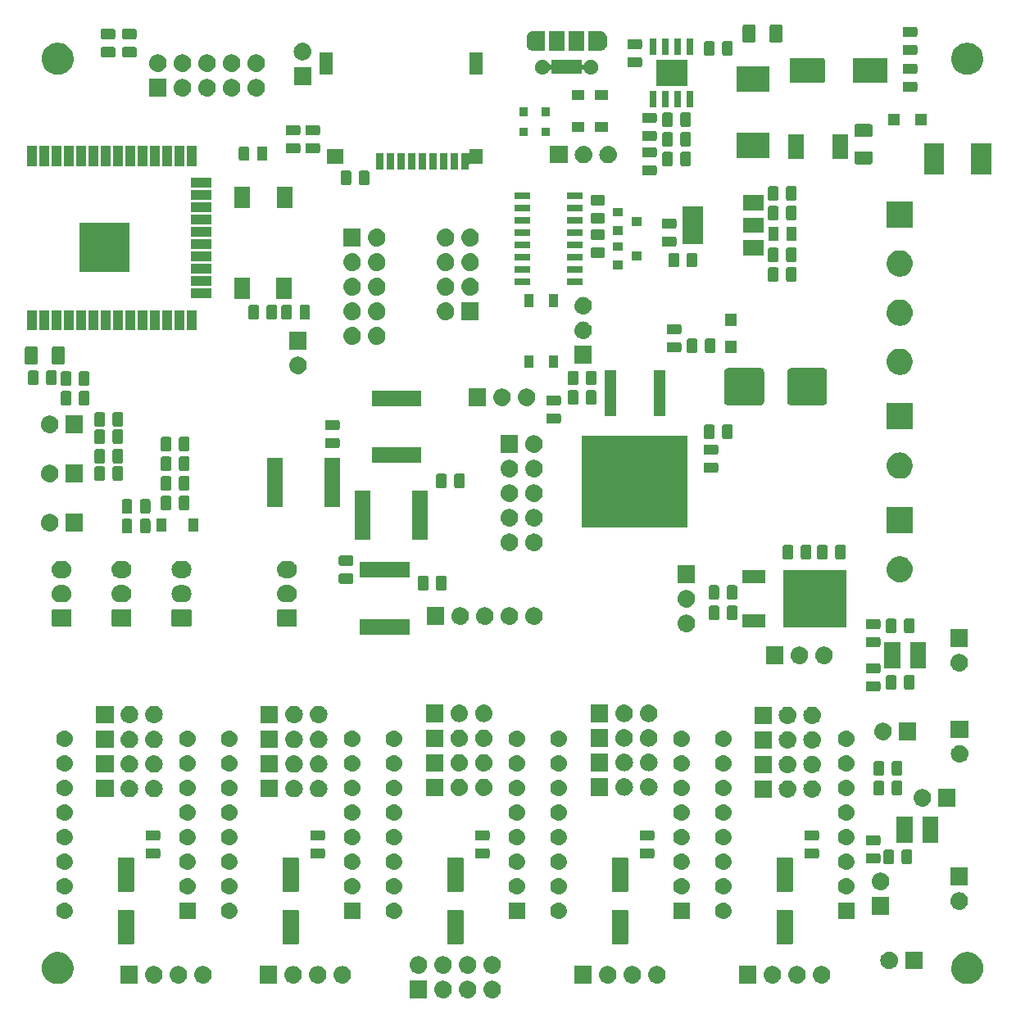
<source format=gts>
G04 #@! TF.GenerationSoftware,KiCad,Pcbnew,5.0.2-bee76a0~70~ubuntu18.04.1*
G04 #@! TF.CreationDate,2019-10-06T12:15:49+09:00*
G04 #@! TF.ProjectId,MRR_ESPE,4d52525f-4553-4504-952e-6b696361645f,v0.5*
G04 #@! TF.SameCoordinates,Original*
G04 #@! TF.FileFunction,Soldermask,Top*
G04 #@! TF.FilePolarity,Negative*
%FSLAX46Y46*%
G04 Gerber Fmt 4.6, Leading zero omitted, Abs format (unit mm)*
G04 Created by KiCad (PCBNEW 5.0.2-bee76a0~70~ubuntu18.04.1) date Sun 06 Oct 2019 12:15:49 PM JST*
%MOMM*%
%LPD*%
G01*
G04 APERTURE LIST*
%ADD10C,0.100000*%
G04 APERTURE END LIST*
D10*
G36*
X89010443Y-139313519D02*
X89076627Y-139320037D01*
X89189853Y-139354384D01*
X89246467Y-139371557D01*
X89368485Y-139436778D01*
X89402991Y-139455222D01*
X89438729Y-139484552D01*
X89540186Y-139567814D01*
X89608454Y-139651000D01*
X89652778Y-139705009D01*
X89652779Y-139705011D01*
X89736443Y-139861533D01*
X89736443Y-139861534D01*
X89787963Y-140031373D01*
X89805359Y-140208000D01*
X89787963Y-140384627D01*
X89753616Y-140497853D01*
X89736443Y-140554467D01*
X89662348Y-140693087D01*
X89652778Y-140710991D01*
X89623448Y-140746729D01*
X89540186Y-140848186D01*
X89438729Y-140931448D01*
X89402991Y-140960778D01*
X89402989Y-140960779D01*
X89246467Y-141044443D01*
X89189853Y-141061616D01*
X89076627Y-141095963D01*
X89010443Y-141102481D01*
X88944260Y-141109000D01*
X88855740Y-141109000D01*
X88789557Y-141102481D01*
X88723373Y-141095963D01*
X88610147Y-141061616D01*
X88553533Y-141044443D01*
X88397011Y-140960779D01*
X88397009Y-140960778D01*
X88361271Y-140931448D01*
X88259814Y-140848186D01*
X88176552Y-140746729D01*
X88147222Y-140710991D01*
X88137652Y-140693087D01*
X88063557Y-140554467D01*
X88046384Y-140497853D01*
X88012037Y-140384627D01*
X87994641Y-140208000D01*
X88012037Y-140031373D01*
X88063557Y-139861534D01*
X88063557Y-139861533D01*
X88147221Y-139705011D01*
X88147222Y-139705009D01*
X88191546Y-139651000D01*
X88259814Y-139567814D01*
X88361271Y-139484552D01*
X88397009Y-139455222D01*
X88431515Y-139436778D01*
X88553533Y-139371557D01*
X88610147Y-139354384D01*
X88723373Y-139320037D01*
X88789557Y-139313519D01*
X88855740Y-139307000D01*
X88944260Y-139307000D01*
X89010443Y-139313519D01*
X89010443Y-139313519D01*
G37*
G36*
X86470443Y-139313519D02*
X86536627Y-139320037D01*
X86649853Y-139354384D01*
X86706467Y-139371557D01*
X86828485Y-139436778D01*
X86862991Y-139455222D01*
X86898729Y-139484552D01*
X87000186Y-139567814D01*
X87068454Y-139651000D01*
X87112778Y-139705009D01*
X87112779Y-139705011D01*
X87196443Y-139861533D01*
X87196443Y-139861534D01*
X87247963Y-140031373D01*
X87265359Y-140208000D01*
X87247963Y-140384627D01*
X87213616Y-140497853D01*
X87196443Y-140554467D01*
X87122348Y-140693087D01*
X87112778Y-140710991D01*
X87083448Y-140746729D01*
X87000186Y-140848186D01*
X86898729Y-140931448D01*
X86862991Y-140960778D01*
X86862989Y-140960779D01*
X86706467Y-141044443D01*
X86649853Y-141061616D01*
X86536627Y-141095963D01*
X86470443Y-141102481D01*
X86404260Y-141109000D01*
X86315740Y-141109000D01*
X86249557Y-141102481D01*
X86183373Y-141095963D01*
X86070147Y-141061616D01*
X86013533Y-141044443D01*
X85857011Y-140960779D01*
X85857009Y-140960778D01*
X85821271Y-140931448D01*
X85719814Y-140848186D01*
X85636552Y-140746729D01*
X85607222Y-140710991D01*
X85597652Y-140693087D01*
X85523557Y-140554467D01*
X85506384Y-140497853D01*
X85472037Y-140384627D01*
X85454641Y-140208000D01*
X85472037Y-140031373D01*
X85523557Y-139861534D01*
X85523557Y-139861533D01*
X85607221Y-139705011D01*
X85607222Y-139705009D01*
X85651546Y-139651000D01*
X85719814Y-139567814D01*
X85821271Y-139484552D01*
X85857009Y-139455222D01*
X85891515Y-139436778D01*
X86013533Y-139371557D01*
X86070147Y-139354384D01*
X86183373Y-139320037D01*
X86249557Y-139313519D01*
X86315740Y-139307000D01*
X86404260Y-139307000D01*
X86470443Y-139313519D01*
X86470443Y-139313519D01*
G37*
G36*
X83930443Y-139313519D02*
X83996627Y-139320037D01*
X84109853Y-139354384D01*
X84166467Y-139371557D01*
X84288485Y-139436778D01*
X84322991Y-139455222D01*
X84358729Y-139484552D01*
X84460186Y-139567814D01*
X84528454Y-139651000D01*
X84572778Y-139705009D01*
X84572779Y-139705011D01*
X84656443Y-139861533D01*
X84656443Y-139861534D01*
X84707963Y-140031373D01*
X84725359Y-140208000D01*
X84707963Y-140384627D01*
X84673616Y-140497853D01*
X84656443Y-140554467D01*
X84582348Y-140693087D01*
X84572778Y-140710991D01*
X84543448Y-140746729D01*
X84460186Y-140848186D01*
X84358729Y-140931448D01*
X84322991Y-140960778D01*
X84322989Y-140960779D01*
X84166467Y-141044443D01*
X84109853Y-141061616D01*
X83996627Y-141095963D01*
X83930443Y-141102481D01*
X83864260Y-141109000D01*
X83775740Y-141109000D01*
X83709557Y-141102481D01*
X83643373Y-141095963D01*
X83530147Y-141061616D01*
X83473533Y-141044443D01*
X83317011Y-140960779D01*
X83317009Y-140960778D01*
X83281271Y-140931448D01*
X83179814Y-140848186D01*
X83096552Y-140746729D01*
X83067222Y-140710991D01*
X83057652Y-140693087D01*
X82983557Y-140554467D01*
X82966384Y-140497853D01*
X82932037Y-140384627D01*
X82914641Y-140208000D01*
X82932037Y-140031373D01*
X82983557Y-139861534D01*
X82983557Y-139861533D01*
X83067221Y-139705011D01*
X83067222Y-139705009D01*
X83111546Y-139651000D01*
X83179814Y-139567814D01*
X83281271Y-139484552D01*
X83317009Y-139455222D01*
X83351515Y-139436778D01*
X83473533Y-139371557D01*
X83530147Y-139354384D01*
X83643373Y-139320037D01*
X83709557Y-139313519D01*
X83775740Y-139307000D01*
X83864260Y-139307000D01*
X83930443Y-139313519D01*
X83930443Y-139313519D01*
G37*
G36*
X82181000Y-141109000D02*
X80379000Y-141109000D01*
X80379000Y-139307000D01*
X82181000Y-139307000D01*
X82181000Y-141109000D01*
X82181000Y-141109000D01*
G37*
G36*
X44375256Y-136391298D02*
X44481579Y-136412447D01*
X44782042Y-136536903D01*
X44809401Y-136555184D01*
X45052454Y-136717587D01*
X45282413Y-136947546D01*
X45282415Y-136947549D01*
X45463097Y-137217958D01*
X45587553Y-137518421D01*
X45608702Y-137624744D01*
X45651000Y-137837389D01*
X45651000Y-138162611D01*
X45616205Y-138337534D01*
X45587553Y-138481579D01*
X45576868Y-138507375D01*
X45463098Y-138782040D01*
X45282413Y-139052454D01*
X45052454Y-139282413D01*
X45052451Y-139282415D01*
X44782042Y-139463097D01*
X44481579Y-139587553D01*
X44375256Y-139608702D01*
X44162611Y-139651000D01*
X43837389Y-139651000D01*
X43624744Y-139608702D01*
X43518421Y-139587553D01*
X43217958Y-139463097D01*
X42947549Y-139282415D01*
X42947546Y-139282413D01*
X42717587Y-139052454D01*
X42536902Y-138782040D01*
X42423132Y-138507375D01*
X42412447Y-138481579D01*
X42383795Y-138337534D01*
X42349000Y-138162611D01*
X42349000Y-137837389D01*
X42391298Y-137624744D01*
X42412447Y-137518421D01*
X42536903Y-137217958D01*
X42717585Y-136947549D01*
X42717587Y-136947546D01*
X42947546Y-136717587D01*
X43190599Y-136555184D01*
X43217958Y-136536903D01*
X43518421Y-136412447D01*
X43624744Y-136391298D01*
X43837389Y-136349000D01*
X44162611Y-136349000D01*
X44375256Y-136391298D01*
X44375256Y-136391298D01*
G37*
G36*
X138375256Y-136391298D02*
X138481579Y-136412447D01*
X138782042Y-136536903D01*
X138809401Y-136555184D01*
X139052454Y-136717587D01*
X139282413Y-136947546D01*
X139282415Y-136947549D01*
X139463097Y-137217958D01*
X139587553Y-137518421D01*
X139608702Y-137624744D01*
X139651000Y-137837389D01*
X139651000Y-138162611D01*
X139616205Y-138337534D01*
X139587553Y-138481579D01*
X139576868Y-138507375D01*
X139463098Y-138782040D01*
X139282413Y-139052454D01*
X139052454Y-139282413D01*
X139052451Y-139282415D01*
X138782042Y-139463097D01*
X138481579Y-139587553D01*
X138375256Y-139608702D01*
X138162611Y-139651000D01*
X137837389Y-139651000D01*
X137624744Y-139608702D01*
X137518421Y-139587553D01*
X137217958Y-139463097D01*
X136947549Y-139282415D01*
X136947546Y-139282413D01*
X136717587Y-139052454D01*
X136536902Y-138782040D01*
X136423132Y-138507375D01*
X136412447Y-138481579D01*
X136383795Y-138337534D01*
X136349000Y-138162611D01*
X136349000Y-137837389D01*
X136391298Y-137624744D01*
X136412447Y-137518421D01*
X136536903Y-137217958D01*
X136717585Y-136947549D01*
X136717587Y-136947546D01*
X136947546Y-136717587D01*
X137190599Y-136555184D01*
X137217958Y-136536903D01*
X137518421Y-136412447D01*
X137624744Y-136391298D01*
X137837389Y-136349000D01*
X138162611Y-136349000D01*
X138375256Y-136391298D01*
X138375256Y-136391298D01*
G37*
G36*
X99199000Y-139585000D02*
X97397000Y-139585000D01*
X97397000Y-137783000D01*
X99199000Y-137783000D01*
X99199000Y-139585000D01*
X99199000Y-139585000D01*
G37*
G36*
X52301000Y-139585000D02*
X50499000Y-139585000D01*
X50499000Y-137783000D01*
X52301000Y-137783000D01*
X52301000Y-139585000D01*
X52301000Y-139585000D01*
G37*
G36*
X73530443Y-137789519D02*
X73596627Y-137796037D01*
X73709853Y-137830384D01*
X73766467Y-137847557D01*
X73905087Y-137921652D01*
X73922991Y-137931222D01*
X73943614Y-137948147D01*
X74060186Y-138043814D01*
X74143448Y-138145271D01*
X74172778Y-138181009D01*
X74172779Y-138181011D01*
X74256443Y-138337533D01*
X74256443Y-138337534D01*
X74307963Y-138507373D01*
X74325359Y-138684000D01*
X74307963Y-138860627D01*
X74273616Y-138973853D01*
X74256443Y-139030467D01*
X74182348Y-139169087D01*
X74172778Y-139186991D01*
X74143448Y-139222729D01*
X74060186Y-139324186D01*
X73958729Y-139407448D01*
X73922991Y-139436778D01*
X73922989Y-139436779D01*
X73766467Y-139520443D01*
X73709853Y-139537616D01*
X73596627Y-139571963D01*
X73530443Y-139578481D01*
X73464260Y-139585000D01*
X73375740Y-139585000D01*
X73309557Y-139578481D01*
X73243373Y-139571963D01*
X73130147Y-139537616D01*
X73073533Y-139520443D01*
X72917011Y-139436779D01*
X72917009Y-139436778D01*
X72881271Y-139407448D01*
X72779814Y-139324186D01*
X72696552Y-139222729D01*
X72667222Y-139186991D01*
X72657652Y-139169087D01*
X72583557Y-139030467D01*
X72566384Y-138973853D01*
X72532037Y-138860627D01*
X72514641Y-138684000D01*
X72532037Y-138507373D01*
X72583557Y-138337534D01*
X72583557Y-138337533D01*
X72667221Y-138181011D01*
X72667222Y-138181009D01*
X72696552Y-138145271D01*
X72779814Y-138043814D01*
X72896386Y-137948147D01*
X72917009Y-137931222D01*
X72934913Y-137921652D01*
X73073533Y-137847557D01*
X73130147Y-137830384D01*
X73243373Y-137796037D01*
X73309557Y-137789519D01*
X73375740Y-137783000D01*
X73464260Y-137783000D01*
X73530443Y-137789519D01*
X73530443Y-137789519D01*
G37*
G36*
X70990443Y-137789519D02*
X71056627Y-137796037D01*
X71169853Y-137830384D01*
X71226467Y-137847557D01*
X71365087Y-137921652D01*
X71382991Y-137931222D01*
X71403614Y-137948147D01*
X71520186Y-138043814D01*
X71603448Y-138145271D01*
X71632778Y-138181009D01*
X71632779Y-138181011D01*
X71716443Y-138337533D01*
X71716443Y-138337534D01*
X71767963Y-138507373D01*
X71785359Y-138684000D01*
X71767963Y-138860627D01*
X71733616Y-138973853D01*
X71716443Y-139030467D01*
X71642348Y-139169087D01*
X71632778Y-139186991D01*
X71603448Y-139222729D01*
X71520186Y-139324186D01*
X71418729Y-139407448D01*
X71382991Y-139436778D01*
X71382989Y-139436779D01*
X71226467Y-139520443D01*
X71169853Y-139537616D01*
X71056627Y-139571963D01*
X70990443Y-139578481D01*
X70924260Y-139585000D01*
X70835740Y-139585000D01*
X70769557Y-139578481D01*
X70703373Y-139571963D01*
X70590147Y-139537616D01*
X70533533Y-139520443D01*
X70377011Y-139436779D01*
X70377009Y-139436778D01*
X70341271Y-139407448D01*
X70239814Y-139324186D01*
X70156552Y-139222729D01*
X70127222Y-139186991D01*
X70117652Y-139169087D01*
X70043557Y-139030467D01*
X70026384Y-138973853D01*
X69992037Y-138860627D01*
X69974641Y-138684000D01*
X69992037Y-138507373D01*
X70043557Y-138337534D01*
X70043557Y-138337533D01*
X70127221Y-138181011D01*
X70127222Y-138181009D01*
X70156552Y-138145271D01*
X70239814Y-138043814D01*
X70356386Y-137948147D01*
X70377009Y-137931222D01*
X70394913Y-137921652D01*
X70533533Y-137847557D01*
X70590147Y-137830384D01*
X70703373Y-137796037D01*
X70769557Y-137789519D01*
X70835740Y-137783000D01*
X70924260Y-137783000D01*
X70990443Y-137789519D01*
X70990443Y-137789519D01*
G37*
G36*
X68450443Y-137789519D02*
X68516627Y-137796037D01*
X68629853Y-137830384D01*
X68686467Y-137847557D01*
X68825087Y-137921652D01*
X68842991Y-137931222D01*
X68863614Y-137948147D01*
X68980186Y-138043814D01*
X69063448Y-138145271D01*
X69092778Y-138181009D01*
X69092779Y-138181011D01*
X69176443Y-138337533D01*
X69176443Y-138337534D01*
X69227963Y-138507373D01*
X69245359Y-138684000D01*
X69227963Y-138860627D01*
X69193616Y-138973853D01*
X69176443Y-139030467D01*
X69102348Y-139169087D01*
X69092778Y-139186991D01*
X69063448Y-139222729D01*
X68980186Y-139324186D01*
X68878729Y-139407448D01*
X68842991Y-139436778D01*
X68842989Y-139436779D01*
X68686467Y-139520443D01*
X68629853Y-139537616D01*
X68516627Y-139571963D01*
X68450443Y-139578481D01*
X68384260Y-139585000D01*
X68295740Y-139585000D01*
X68229557Y-139578481D01*
X68163373Y-139571963D01*
X68050147Y-139537616D01*
X67993533Y-139520443D01*
X67837011Y-139436779D01*
X67837009Y-139436778D01*
X67801271Y-139407448D01*
X67699814Y-139324186D01*
X67616552Y-139222729D01*
X67587222Y-139186991D01*
X67577652Y-139169087D01*
X67503557Y-139030467D01*
X67486384Y-138973853D01*
X67452037Y-138860627D01*
X67434641Y-138684000D01*
X67452037Y-138507373D01*
X67503557Y-138337534D01*
X67503557Y-138337533D01*
X67587221Y-138181011D01*
X67587222Y-138181009D01*
X67616552Y-138145271D01*
X67699814Y-138043814D01*
X67816386Y-137948147D01*
X67837009Y-137931222D01*
X67854913Y-137921652D01*
X67993533Y-137847557D01*
X68050147Y-137830384D01*
X68163373Y-137796037D01*
X68229557Y-137789519D01*
X68295740Y-137783000D01*
X68384260Y-137783000D01*
X68450443Y-137789519D01*
X68450443Y-137789519D01*
G37*
G36*
X66701000Y-139585000D02*
X64899000Y-139585000D01*
X64899000Y-137783000D01*
X66701000Y-137783000D01*
X66701000Y-139585000D01*
X66701000Y-139585000D01*
G37*
G36*
X106028443Y-137789519D02*
X106094627Y-137796037D01*
X106207853Y-137830384D01*
X106264467Y-137847557D01*
X106403087Y-137921652D01*
X106420991Y-137931222D01*
X106441614Y-137948147D01*
X106558186Y-138043814D01*
X106641448Y-138145271D01*
X106670778Y-138181009D01*
X106670779Y-138181011D01*
X106754443Y-138337533D01*
X106754443Y-138337534D01*
X106805963Y-138507373D01*
X106823359Y-138684000D01*
X106805963Y-138860627D01*
X106771616Y-138973853D01*
X106754443Y-139030467D01*
X106680348Y-139169087D01*
X106670778Y-139186991D01*
X106641448Y-139222729D01*
X106558186Y-139324186D01*
X106456729Y-139407448D01*
X106420991Y-139436778D01*
X106420989Y-139436779D01*
X106264467Y-139520443D01*
X106207853Y-139537616D01*
X106094627Y-139571963D01*
X106028443Y-139578481D01*
X105962260Y-139585000D01*
X105873740Y-139585000D01*
X105807557Y-139578481D01*
X105741373Y-139571963D01*
X105628147Y-139537616D01*
X105571533Y-139520443D01*
X105415011Y-139436779D01*
X105415009Y-139436778D01*
X105379271Y-139407448D01*
X105277814Y-139324186D01*
X105194552Y-139222729D01*
X105165222Y-139186991D01*
X105155652Y-139169087D01*
X105081557Y-139030467D01*
X105064384Y-138973853D01*
X105030037Y-138860627D01*
X105012641Y-138684000D01*
X105030037Y-138507373D01*
X105081557Y-138337534D01*
X105081557Y-138337533D01*
X105165221Y-138181011D01*
X105165222Y-138181009D01*
X105194552Y-138145271D01*
X105277814Y-138043814D01*
X105394386Y-137948147D01*
X105415009Y-137931222D01*
X105432913Y-137921652D01*
X105571533Y-137847557D01*
X105628147Y-137830384D01*
X105741373Y-137796037D01*
X105807557Y-137789519D01*
X105873740Y-137783000D01*
X105962260Y-137783000D01*
X106028443Y-137789519D01*
X106028443Y-137789519D01*
G37*
G36*
X103488443Y-137789519D02*
X103554627Y-137796037D01*
X103667853Y-137830384D01*
X103724467Y-137847557D01*
X103863087Y-137921652D01*
X103880991Y-137931222D01*
X103901614Y-137948147D01*
X104018186Y-138043814D01*
X104101448Y-138145271D01*
X104130778Y-138181009D01*
X104130779Y-138181011D01*
X104214443Y-138337533D01*
X104214443Y-138337534D01*
X104265963Y-138507373D01*
X104283359Y-138684000D01*
X104265963Y-138860627D01*
X104231616Y-138973853D01*
X104214443Y-139030467D01*
X104140348Y-139169087D01*
X104130778Y-139186991D01*
X104101448Y-139222729D01*
X104018186Y-139324186D01*
X103916729Y-139407448D01*
X103880991Y-139436778D01*
X103880989Y-139436779D01*
X103724467Y-139520443D01*
X103667853Y-139537616D01*
X103554627Y-139571963D01*
X103488443Y-139578481D01*
X103422260Y-139585000D01*
X103333740Y-139585000D01*
X103267557Y-139578481D01*
X103201373Y-139571963D01*
X103088147Y-139537616D01*
X103031533Y-139520443D01*
X102875011Y-139436779D01*
X102875009Y-139436778D01*
X102839271Y-139407448D01*
X102737814Y-139324186D01*
X102654552Y-139222729D01*
X102625222Y-139186991D01*
X102615652Y-139169087D01*
X102541557Y-139030467D01*
X102524384Y-138973853D01*
X102490037Y-138860627D01*
X102472641Y-138684000D01*
X102490037Y-138507373D01*
X102541557Y-138337534D01*
X102541557Y-138337533D01*
X102625221Y-138181011D01*
X102625222Y-138181009D01*
X102654552Y-138145271D01*
X102737814Y-138043814D01*
X102854386Y-137948147D01*
X102875009Y-137931222D01*
X102892913Y-137921652D01*
X103031533Y-137847557D01*
X103088147Y-137830384D01*
X103201373Y-137796037D01*
X103267557Y-137789519D01*
X103333740Y-137783000D01*
X103422260Y-137783000D01*
X103488443Y-137789519D01*
X103488443Y-137789519D01*
G37*
G36*
X54050443Y-137789519D02*
X54116627Y-137796037D01*
X54229853Y-137830384D01*
X54286467Y-137847557D01*
X54425087Y-137921652D01*
X54442991Y-137931222D01*
X54463614Y-137948147D01*
X54580186Y-138043814D01*
X54663448Y-138145271D01*
X54692778Y-138181009D01*
X54692779Y-138181011D01*
X54776443Y-138337533D01*
X54776443Y-138337534D01*
X54827963Y-138507373D01*
X54845359Y-138684000D01*
X54827963Y-138860627D01*
X54793616Y-138973853D01*
X54776443Y-139030467D01*
X54702348Y-139169087D01*
X54692778Y-139186991D01*
X54663448Y-139222729D01*
X54580186Y-139324186D01*
X54478729Y-139407448D01*
X54442991Y-139436778D01*
X54442989Y-139436779D01*
X54286467Y-139520443D01*
X54229853Y-139537616D01*
X54116627Y-139571963D01*
X54050443Y-139578481D01*
X53984260Y-139585000D01*
X53895740Y-139585000D01*
X53829557Y-139578481D01*
X53763373Y-139571963D01*
X53650147Y-139537616D01*
X53593533Y-139520443D01*
X53437011Y-139436779D01*
X53437009Y-139436778D01*
X53401271Y-139407448D01*
X53299814Y-139324186D01*
X53216552Y-139222729D01*
X53187222Y-139186991D01*
X53177652Y-139169087D01*
X53103557Y-139030467D01*
X53086384Y-138973853D01*
X53052037Y-138860627D01*
X53034641Y-138684000D01*
X53052037Y-138507373D01*
X53103557Y-138337534D01*
X53103557Y-138337533D01*
X53187221Y-138181011D01*
X53187222Y-138181009D01*
X53216552Y-138145271D01*
X53299814Y-138043814D01*
X53416386Y-137948147D01*
X53437009Y-137931222D01*
X53454913Y-137921652D01*
X53593533Y-137847557D01*
X53650147Y-137830384D01*
X53763373Y-137796037D01*
X53829557Y-137789519D01*
X53895740Y-137783000D01*
X53984260Y-137783000D01*
X54050443Y-137789519D01*
X54050443Y-137789519D01*
G37*
G36*
X116217000Y-139585000D02*
X114415000Y-139585000D01*
X114415000Y-137783000D01*
X116217000Y-137783000D01*
X116217000Y-139585000D01*
X116217000Y-139585000D01*
G37*
G36*
X117966443Y-137789519D02*
X118032627Y-137796037D01*
X118145853Y-137830384D01*
X118202467Y-137847557D01*
X118341087Y-137921652D01*
X118358991Y-137931222D01*
X118379614Y-137948147D01*
X118496186Y-138043814D01*
X118579448Y-138145271D01*
X118608778Y-138181009D01*
X118608779Y-138181011D01*
X118692443Y-138337533D01*
X118692443Y-138337534D01*
X118743963Y-138507373D01*
X118761359Y-138684000D01*
X118743963Y-138860627D01*
X118709616Y-138973853D01*
X118692443Y-139030467D01*
X118618348Y-139169087D01*
X118608778Y-139186991D01*
X118579448Y-139222729D01*
X118496186Y-139324186D01*
X118394729Y-139407448D01*
X118358991Y-139436778D01*
X118358989Y-139436779D01*
X118202467Y-139520443D01*
X118145853Y-139537616D01*
X118032627Y-139571963D01*
X117966443Y-139578481D01*
X117900260Y-139585000D01*
X117811740Y-139585000D01*
X117745557Y-139578481D01*
X117679373Y-139571963D01*
X117566147Y-139537616D01*
X117509533Y-139520443D01*
X117353011Y-139436779D01*
X117353009Y-139436778D01*
X117317271Y-139407448D01*
X117215814Y-139324186D01*
X117132552Y-139222729D01*
X117103222Y-139186991D01*
X117093652Y-139169087D01*
X117019557Y-139030467D01*
X117002384Y-138973853D01*
X116968037Y-138860627D01*
X116950641Y-138684000D01*
X116968037Y-138507373D01*
X117019557Y-138337534D01*
X117019557Y-138337533D01*
X117103221Y-138181011D01*
X117103222Y-138181009D01*
X117132552Y-138145271D01*
X117215814Y-138043814D01*
X117332386Y-137948147D01*
X117353009Y-137931222D01*
X117370913Y-137921652D01*
X117509533Y-137847557D01*
X117566147Y-137830384D01*
X117679373Y-137796037D01*
X117745557Y-137789519D01*
X117811740Y-137783000D01*
X117900260Y-137783000D01*
X117966443Y-137789519D01*
X117966443Y-137789519D01*
G37*
G36*
X123046443Y-137789519D02*
X123112627Y-137796037D01*
X123225853Y-137830384D01*
X123282467Y-137847557D01*
X123421087Y-137921652D01*
X123438991Y-137931222D01*
X123459614Y-137948147D01*
X123576186Y-138043814D01*
X123659448Y-138145271D01*
X123688778Y-138181009D01*
X123688779Y-138181011D01*
X123772443Y-138337533D01*
X123772443Y-138337534D01*
X123823963Y-138507373D01*
X123841359Y-138684000D01*
X123823963Y-138860627D01*
X123789616Y-138973853D01*
X123772443Y-139030467D01*
X123698348Y-139169087D01*
X123688778Y-139186991D01*
X123659448Y-139222729D01*
X123576186Y-139324186D01*
X123474729Y-139407448D01*
X123438991Y-139436778D01*
X123438989Y-139436779D01*
X123282467Y-139520443D01*
X123225853Y-139537616D01*
X123112627Y-139571963D01*
X123046443Y-139578481D01*
X122980260Y-139585000D01*
X122891740Y-139585000D01*
X122825557Y-139578481D01*
X122759373Y-139571963D01*
X122646147Y-139537616D01*
X122589533Y-139520443D01*
X122433011Y-139436779D01*
X122433009Y-139436778D01*
X122397271Y-139407448D01*
X122295814Y-139324186D01*
X122212552Y-139222729D01*
X122183222Y-139186991D01*
X122173652Y-139169087D01*
X122099557Y-139030467D01*
X122082384Y-138973853D01*
X122048037Y-138860627D01*
X122030641Y-138684000D01*
X122048037Y-138507373D01*
X122099557Y-138337534D01*
X122099557Y-138337533D01*
X122183221Y-138181011D01*
X122183222Y-138181009D01*
X122212552Y-138145271D01*
X122295814Y-138043814D01*
X122412386Y-137948147D01*
X122433009Y-137931222D01*
X122450913Y-137921652D01*
X122589533Y-137847557D01*
X122646147Y-137830384D01*
X122759373Y-137796037D01*
X122825557Y-137789519D01*
X122891740Y-137783000D01*
X122980260Y-137783000D01*
X123046443Y-137789519D01*
X123046443Y-137789519D01*
G37*
G36*
X56590443Y-137789519D02*
X56656627Y-137796037D01*
X56769853Y-137830384D01*
X56826467Y-137847557D01*
X56965087Y-137921652D01*
X56982991Y-137931222D01*
X57003614Y-137948147D01*
X57120186Y-138043814D01*
X57203448Y-138145271D01*
X57232778Y-138181009D01*
X57232779Y-138181011D01*
X57316443Y-138337533D01*
X57316443Y-138337534D01*
X57367963Y-138507373D01*
X57385359Y-138684000D01*
X57367963Y-138860627D01*
X57333616Y-138973853D01*
X57316443Y-139030467D01*
X57242348Y-139169087D01*
X57232778Y-139186991D01*
X57203448Y-139222729D01*
X57120186Y-139324186D01*
X57018729Y-139407448D01*
X56982991Y-139436778D01*
X56982989Y-139436779D01*
X56826467Y-139520443D01*
X56769853Y-139537616D01*
X56656627Y-139571963D01*
X56590443Y-139578481D01*
X56524260Y-139585000D01*
X56435740Y-139585000D01*
X56369557Y-139578481D01*
X56303373Y-139571963D01*
X56190147Y-139537616D01*
X56133533Y-139520443D01*
X55977011Y-139436779D01*
X55977009Y-139436778D01*
X55941271Y-139407448D01*
X55839814Y-139324186D01*
X55756552Y-139222729D01*
X55727222Y-139186991D01*
X55717652Y-139169087D01*
X55643557Y-139030467D01*
X55626384Y-138973853D01*
X55592037Y-138860627D01*
X55574641Y-138684000D01*
X55592037Y-138507373D01*
X55643557Y-138337534D01*
X55643557Y-138337533D01*
X55727221Y-138181011D01*
X55727222Y-138181009D01*
X55756552Y-138145271D01*
X55839814Y-138043814D01*
X55956386Y-137948147D01*
X55977009Y-137931222D01*
X55994913Y-137921652D01*
X56133533Y-137847557D01*
X56190147Y-137830384D01*
X56303373Y-137796037D01*
X56369557Y-137789519D01*
X56435740Y-137783000D01*
X56524260Y-137783000D01*
X56590443Y-137789519D01*
X56590443Y-137789519D01*
G37*
G36*
X59130443Y-137789519D02*
X59196627Y-137796037D01*
X59309853Y-137830384D01*
X59366467Y-137847557D01*
X59505087Y-137921652D01*
X59522991Y-137931222D01*
X59543614Y-137948147D01*
X59660186Y-138043814D01*
X59743448Y-138145271D01*
X59772778Y-138181009D01*
X59772779Y-138181011D01*
X59856443Y-138337533D01*
X59856443Y-138337534D01*
X59907963Y-138507373D01*
X59925359Y-138684000D01*
X59907963Y-138860627D01*
X59873616Y-138973853D01*
X59856443Y-139030467D01*
X59782348Y-139169087D01*
X59772778Y-139186991D01*
X59743448Y-139222729D01*
X59660186Y-139324186D01*
X59558729Y-139407448D01*
X59522991Y-139436778D01*
X59522989Y-139436779D01*
X59366467Y-139520443D01*
X59309853Y-139537616D01*
X59196627Y-139571963D01*
X59130443Y-139578481D01*
X59064260Y-139585000D01*
X58975740Y-139585000D01*
X58909557Y-139578481D01*
X58843373Y-139571963D01*
X58730147Y-139537616D01*
X58673533Y-139520443D01*
X58517011Y-139436779D01*
X58517009Y-139436778D01*
X58481271Y-139407448D01*
X58379814Y-139324186D01*
X58296552Y-139222729D01*
X58267222Y-139186991D01*
X58257652Y-139169087D01*
X58183557Y-139030467D01*
X58166384Y-138973853D01*
X58132037Y-138860627D01*
X58114641Y-138684000D01*
X58132037Y-138507373D01*
X58183557Y-138337534D01*
X58183557Y-138337533D01*
X58267221Y-138181011D01*
X58267222Y-138181009D01*
X58296552Y-138145271D01*
X58379814Y-138043814D01*
X58496386Y-137948147D01*
X58517009Y-137931222D01*
X58534913Y-137921652D01*
X58673533Y-137847557D01*
X58730147Y-137830384D01*
X58843373Y-137796037D01*
X58909557Y-137789519D01*
X58975740Y-137783000D01*
X59064260Y-137783000D01*
X59130443Y-137789519D01*
X59130443Y-137789519D01*
G37*
G36*
X120506443Y-137789519D02*
X120572627Y-137796037D01*
X120685853Y-137830384D01*
X120742467Y-137847557D01*
X120881087Y-137921652D01*
X120898991Y-137931222D01*
X120919614Y-137948147D01*
X121036186Y-138043814D01*
X121119448Y-138145271D01*
X121148778Y-138181009D01*
X121148779Y-138181011D01*
X121232443Y-138337533D01*
X121232443Y-138337534D01*
X121283963Y-138507373D01*
X121301359Y-138684000D01*
X121283963Y-138860627D01*
X121249616Y-138973853D01*
X121232443Y-139030467D01*
X121158348Y-139169087D01*
X121148778Y-139186991D01*
X121119448Y-139222729D01*
X121036186Y-139324186D01*
X120934729Y-139407448D01*
X120898991Y-139436778D01*
X120898989Y-139436779D01*
X120742467Y-139520443D01*
X120685853Y-139537616D01*
X120572627Y-139571963D01*
X120506443Y-139578481D01*
X120440260Y-139585000D01*
X120351740Y-139585000D01*
X120285557Y-139578481D01*
X120219373Y-139571963D01*
X120106147Y-139537616D01*
X120049533Y-139520443D01*
X119893011Y-139436779D01*
X119893009Y-139436778D01*
X119857271Y-139407448D01*
X119755814Y-139324186D01*
X119672552Y-139222729D01*
X119643222Y-139186991D01*
X119633652Y-139169087D01*
X119559557Y-139030467D01*
X119542384Y-138973853D01*
X119508037Y-138860627D01*
X119490641Y-138684000D01*
X119508037Y-138507373D01*
X119559557Y-138337534D01*
X119559557Y-138337533D01*
X119643221Y-138181011D01*
X119643222Y-138181009D01*
X119672552Y-138145271D01*
X119755814Y-138043814D01*
X119872386Y-137948147D01*
X119893009Y-137931222D01*
X119910913Y-137921652D01*
X120049533Y-137847557D01*
X120106147Y-137830384D01*
X120219373Y-137796037D01*
X120285557Y-137789519D01*
X120351740Y-137783000D01*
X120440260Y-137783000D01*
X120506443Y-137789519D01*
X120506443Y-137789519D01*
G37*
G36*
X100948443Y-137789519D02*
X101014627Y-137796037D01*
X101127853Y-137830384D01*
X101184467Y-137847557D01*
X101323087Y-137921652D01*
X101340991Y-137931222D01*
X101361614Y-137948147D01*
X101478186Y-138043814D01*
X101561448Y-138145271D01*
X101590778Y-138181009D01*
X101590779Y-138181011D01*
X101674443Y-138337533D01*
X101674443Y-138337534D01*
X101725963Y-138507373D01*
X101743359Y-138684000D01*
X101725963Y-138860627D01*
X101691616Y-138973853D01*
X101674443Y-139030467D01*
X101600348Y-139169087D01*
X101590778Y-139186991D01*
X101561448Y-139222729D01*
X101478186Y-139324186D01*
X101376729Y-139407448D01*
X101340991Y-139436778D01*
X101340989Y-139436779D01*
X101184467Y-139520443D01*
X101127853Y-139537616D01*
X101014627Y-139571963D01*
X100948443Y-139578481D01*
X100882260Y-139585000D01*
X100793740Y-139585000D01*
X100727557Y-139578481D01*
X100661373Y-139571963D01*
X100548147Y-139537616D01*
X100491533Y-139520443D01*
X100335011Y-139436779D01*
X100335009Y-139436778D01*
X100299271Y-139407448D01*
X100197814Y-139324186D01*
X100114552Y-139222729D01*
X100085222Y-139186991D01*
X100075652Y-139169087D01*
X100001557Y-139030467D01*
X99984384Y-138973853D01*
X99950037Y-138860627D01*
X99932641Y-138684000D01*
X99950037Y-138507373D01*
X100001557Y-138337534D01*
X100001557Y-138337533D01*
X100085221Y-138181011D01*
X100085222Y-138181009D01*
X100114552Y-138145271D01*
X100197814Y-138043814D01*
X100314386Y-137948147D01*
X100335009Y-137931222D01*
X100352913Y-137921652D01*
X100491533Y-137847557D01*
X100548147Y-137830384D01*
X100661373Y-137796037D01*
X100727557Y-137789519D01*
X100793740Y-137783000D01*
X100882260Y-137783000D01*
X100948443Y-137789519D01*
X100948443Y-137789519D01*
G37*
G36*
X86470442Y-136773518D02*
X86536627Y-136780037D01*
X86649853Y-136814384D01*
X86706467Y-136831557D01*
X86845087Y-136905652D01*
X86862991Y-136915222D01*
X86898729Y-136944552D01*
X87000186Y-137027814D01*
X87083448Y-137129271D01*
X87112778Y-137165009D01*
X87112779Y-137165011D01*
X87196443Y-137321533D01*
X87196443Y-137321534D01*
X87247963Y-137491373D01*
X87265359Y-137668000D01*
X87247963Y-137844627D01*
X87247074Y-137847557D01*
X87196443Y-138014467D01*
X87180756Y-138043814D01*
X87112778Y-138170991D01*
X87083448Y-138206729D01*
X87000186Y-138308186D01*
X86898729Y-138391448D01*
X86862991Y-138420778D01*
X86862989Y-138420779D01*
X86706467Y-138504443D01*
X86649853Y-138521616D01*
X86536627Y-138555963D01*
X86470443Y-138562481D01*
X86404260Y-138569000D01*
X86315740Y-138569000D01*
X86249557Y-138562481D01*
X86183373Y-138555963D01*
X86070147Y-138521616D01*
X86013533Y-138504443D01*
X85857011Y-138420779D01*
X85857009Y-138420778D01*
X85821271Y-138391448D01*
X85719814Y-138308186D01*
X85636552Y-138206729D01*
X85607222Y-138170991D01*
X85539244Y-138043814D01*
X85523557Y-138014467D01*
X85472926Y-137847557D01*
X85472037Y-137844627D01*
X85454641Y-137668000D01*
X85472037Y-137491373D01*
X85523557Y-137321534D01*
X85523557Y-137321533D01*
X85607221Y-137165011D01*
X85607222Y-137165009D01*
X85636552Y-137129271D01*
X85719814Y-137027814D01*
X85821271Y-136944552D01*
X85857009Y-136915222D01*
X85874913Y-136905652D01*
X86013533Y-136831557D01*
X86070147Y-136814384D01*
X86183373Y-136780037D01*
X86249558Y-136773518D01*
X86315740Y-136767000D01*
X86404260Y-136767000D01*
X86470442Y-136773518D01*
X86470442Y-136773518D01*
G37*
G36*
X89010442Y-136773518D02*
X89076627Y-136780037D01*
X89189853Y-136814384D01*
X89246467Y-136831557D01*
X89385087Y-136905652D01*
X89402991Y-136915222D01*
X89438729Y-136944552D01*
X89540186Y-137027814D01*
X89623448Y-137129271D01*
X89652778Y-137165009D01*
X89652779Y-137165011D01*
X89736443Y-137321533D01*
X89736443Y-137321534D01*
X89787963Y-137491373D01*
X89805359Y-137668000D01*
X89787963Y-137844627D01*
X89787074Y-137847557D01*
X89736443Y-138014467D01*
X89720756Y-138043814D01*
X89652778Y-138170991D01*
X89623448Y-138206729D01*
X89540186Y-138308186D01*
X89438729Y-138391448D01*
X89402991Y-138420778D01*
X89402989Y-138420779D01*
X89246467Y-138504443D01*
X89189853Y-138521616D01*
X89076627Y-138555963D01*
X89010443Y-138562481D01*
X88944260Y-138569000D01*
X88855740Y-138569000D01*
X88789557Y-138562481D01*
X88723373Y-138555963D01*
X88610147Y-138521616D01*
X88553533Y-138504443D01*
X88397011Y-138420779D01*
X88397009Y-138420778D01*
X88361271Y-138391448D01*
X88259814Y-138308186D01*
X88176552Y-138206729D01*
X88147222Y-138170991D01*
X88079244Y-138043814D01*
X88063557Y-138014467D01*
X88012926Y-137847557D01*
X88012037Y-137844627D01*
X87994641Y-137668000D01*
X88012037Y-137491373D01*
X88063557Y-137321534D01*
X88063557Y-137321533D01*
X88147221Y-137165011D01*
X88147222Y-137165009D01*
X88176552Y-137129271D01*
X88259814Y-137027814D01*
X88361271Y-136944552D01*
X88397009Y-136915222D01*
X88414913Y-136905652D01*
X88553533Y-136831557D01*
X88610147Y-136814384D01*
X88723373Y-136780037D01*
X88789558Y-136773518D01*
X88855740Y-136767000D01*
X88944260Y-136767000D01*
X89010442Y-136773518D01*
X89010442Y-136773518D01*
G37*
G36*
X83930442Y-136773518D02*
X83996627Y-136780037D01*
X84109853Y-136814384D01*
X84166467Y-136831557D01*
X84305087Y-136905652D01*
X84322991Y-136915222D01*
X84358729Y-136944552D01*
X84460186Y-137027814D01*
X84543448Y-137129271D01*
X84572778Y-137165009D01*
X84572779Y-137165011D01*
X84656443Y-137321533D01*
X84656443Y-137321534D01*
X84707963Y-137491373D01*
X84725359Y-137668000D01*
X84707963Y-137844627D01*
X84707074Y-137847557D01*
X84656443Y-138014467D01*
X84640756Y-138043814D01*
X84572778Y-138170991D01*
X84543448Y-138206729D01*
X84460186Y-138308186D01*
X84358729Y-138391448D01*
X84322991Y-138420778D01*
X84322989Y-138420779D01*
X84166467Y-138504443D01*
X84109853Y-138521616D01*
X83996627Y-138555963D01*
X83930443Y-138562481D01*
X83864260Y-138569000D01*
X83775740Y-138569000D01*
X83709557Y-138562481D01*
X83643373Y-138555963D01*
X83530147Y-138521616D01*
X83473533Y-138504443D01*
X83317011Y-138420779D01*
X83317009Y-138420778D01*
X83281271Y-138391448D01*
X83179814Y-138308186D01*
X83096552Y-138206729D01*
X83067222Y-138170991D01*
X82999244Y-138043814D01*
X82983557Y-138014467D01*
X82932926Y-137847557D01*
X82932037Y-137844627D01*
X82914641Y-137668000D01*
X82932037Y-137491373D01*
X82983557Y-137321534D01*
X82983557Y-137321533D01*
X83067221Y-137165011D01*
X83067222Y-137165009D01*
X83096552Y-137129271D01*
X83179814Y-137027814D01*
X83281271Y-136944552D01*
X83317009Y-136915222D01*
X83334913Y-136905652D01*
X83473533Y-136831557D01*
X83530147Y-136814384D01*
X83643373Y-136780037D01*
X83709558Y-136773518D01*
X83775740Y-136767000D01*
X83864260Y-136767000D01*
X83930442Y-136773518D01*
X83930442Y-136773518D01*
G37*
G36*
X81390442Y-136773518D02*
X81456627Y-136780037D01*
X81569853Y-136814384D01*
X81626467Y-136831557D01*
X81765087Y-136905652D01*
X81782991Y-136915222D01*
X81818729Y-136944552D01*
X81920186Y-137027814D01*
X82003448Y-137129271D01*
X82032778Y-137165009D01*
X82032779Y-137165011D01*
X82116443Y-137321533D01*
X82116443Y-137321534D01*
X82167963Y-137491373D01*
X82185359Y-137668000D01*
X82167963Y-137844627D01*
X82167074Y-137847557D01*
X82116443Y-138014467D01*
X82100756Y-138043814D01*
X82032778Y-138170991D01*
X82003448Y-138206729D01*
X81920186Y-138308186D01*
X81818729Y-138391448D01*
X81782991Y-138420778D01*
X81782989Y-138420779D01*
X81626467Y-138504443D01*
X81569853Y-138521616D01*
X81456627Y-138555963D01*
X81390443Y-138562481D01*
X81324260Y-138569000D01*
X81235740Y-138569000D01*
X81169557Y-138562481D01*
X81103373Y-138555963D01*
X80990147Y-138521616D01*
X80933533Y-138504443D01*
X80777011Y-138420779D01*
X80777009Y-138420778D01*
X80741271Y-138391448D01*
X80639814Y-138308186D01*
X80556552Y-138206729D01*
X80527222Y-138170991D01*
X80459244Y-138043814D01*
X80443557Y-138014467D01*
X80392926Y-137847557D01*
X80392037Y-137844627D01*
X80374641Y-137668000D01*
X80392037Y-137491373D01*
X80443557Y-137321534D01*
X80443557Y-137321533D01*
X80527221Y-137165011D01*
X80527222Y-137165009D01*
X80556552Y-137129271D01*
X80639814Y-137027814D01*
X80741271Y-136944552D01*
X80777009Y-136915222D01*
X80794913Y-136905652D01*
X80933533Y-136831557D01*
X80990147Y-136814384D01*
X81103373Y-136780037D01*
X81169558Y-136773518D01*
X81235740Y-136767000D01*
X81324260Y-136767000D01*
X81390442Y-136773518D01*
X81390442Y-136773518D01*
G37*
G36*
X133362289Y-138096369D02*
X131560289Y-138096369D01*
X131560289Y-136294369D01*
X133362289Y-136294369D01*
X133362289Y-138096369D01*
X133362289Y-138096369D01*
G37*
G36*
X130031732Y-136300888D02*
X130097916Y-136307406D01*
X130211142Y-136341753D01*
X130267756Y-136358926D01*
X130367885Y-136412447D01*
X130424280Y-136442591D01*
X130460018Y-136471921D01*
X130561475Y-136555183D01*
X130644737Y-136656640D01*
X130674067Y-136692378D01*
X130674068Y-136692380D01*
X130757732Y-136848902D01*
X130757732Y-136848903D01*
X130809252Y-137018742D01*
X130826648Y-137195369D01*
X130809252Y-137371996D01*
X130774905Y-137485222D01*
X130757732Y-137541836D01*
X130690295Y-137668000D01*
X130674067Y-137698360D01*
X130644737Y-137734098D01*
X130561475Y-137835555D01*
X130460018Y-137918817D01*
X130424280Y-137948147D01*
X130424278Y-137948148D01*
X130267756Y-138031812D01*
X130211142Y-138048985D01*
X130097916Y-138083332D01*
X130031731Y-138089851D01*
X129965549Y-138096369D01*
X129877029Y-138096369D01*
X129810847Y-138089851D01*
X129744662Y-138083332D01*
X129631436Y-138048985D01*
X129574822Y-138031812D01*
X129418300Y-137948148D01*
X129418298Y-137948147D01*
X129382560Y-137918817D01*
X129281103Y-137835555D01*
X129197841Y-137734098D01*
X129168511Y-137698360D01*
X129152283Y-137668000D01*
X129084846Y-137541836D01*
X129067673Y-137485222D01*
X129033326Y-137371996D01*
X129015930Y-137195369D01*
X129033326Y-137018742D01*
X129084846Y-136848903D01*
X129084846Y-136848902D01*
X129168510Y-136692380D01*
X129168511Y-136692378D01*
X129197841Y-136656640D01*
X129281103Y-136555183D01*
X129382560Y-136471921D01*
X129418298Y-136442591D01*
X129474693Y-136412447D01*
X129574822Y-136358926D01*
X129631436Y-136341753D01*
X129744662Y-136307406D01*
X129810846Y-136300888D01*
X129877029Y-136294369D01*
X129965549Y-136294369D01*
X130031732Y-136300888D01*
X130031732Y-136300888D01*
G37*
G36*
X51759996Y-131967051D02*
X51793653Y-131977261D01*
X51824667Y-131993838D01*
X51851852Y-132016148D01*
X51874162Y-132043333D01*
X51890739Y-132074347D01*
X51900949Y-132108004D01*
X51905000Y-132149138D01*
X51905000Y-135378862D01*
X51900949Y-135419996D01*
X51890739Y-135453653D01*
X51874162Y-135484667D01*
X51851852Y-135511852D01*
X51824667Y-135534162D01*
X51793653Y-135550739D01*
X51759996Y-135560949D01*
X51718862Y-135565000D01*
X50389138Y-135565000D01*
X50348004Y-135560949D01*
X50314347Y-135550739D01*
X50283333Y-135534162D01*
X50256148Y-135511852D01*
X50233838Y-135484667D01*
X50217261Y-135453653D01*
X50207051Y-135419996D01*
X50203000Y-135378862D01*
X50203000Y-132149138D01*
X50207051Y-132108004D01*
X50217261Y-132074347D01*
X50233838Y-132043333D01*
X50256148Y-132016148D01*
X50283333Y-131993838D01*
X50314347Y-131977261D01*
X50348004Y-131967051D01*
X50389138Y-131963000D01*
X51718862Y-131963000D01*
X51759996Y-131967051D01*
X51759996Y-131967051D01*
G37*
G36*
X85795996Y-131967051D02*
X85829653Y-131977261D01*
X85860667Y-131993838D01*
X85887852Y-132016148D01*
X85910162Y-132043333D01*
X85926739Y-132074347D01*
X85936949Y-132108004D01*
X85941000Y-132149138D01*
X85941000Y-135378862D01*
X85936949Y-135419996D01*
X85926739Y-135453653D01*
X85910162Y-135484667D01*
X85887852Y-135511852D01*
X85860667Y-135534162D01*
X85829653Y-135550739D01*
X85795996Y-135560949D01*
X85754862Y-135565000D01*
X84425138Y-135565000D01*
X84384004Y-135560949D01*
X84350347Y-135550739D01*
X84319333Y-135534162D01*
X84292148Y-135511852D01*
X84269838Y-135484667D01*
X84253261Y-135453653D01*
X84243051Y-135419996D01*
X84239000Y-135378862D01*
X84239000Y-132149138D01*
X84243051Y-132108004D01*
X84253261Y-132074347D01*
X84269838Y-132043333D01*
X84292148Y-132016148D01*
X84319333Y-131993838D01*
X84350347Y-131977261D01*
X84384004Y-131967051D01*
X84425138Y-131963000D01*
X85754862Y-131963000D01*
X85795996Y-131967051D01*
X85795996Y-131967051D01*
G37*
G36*
X119831996Y-131967051D02*
X119865653Y-131977261D01*
X119896667Y-131993838D01*
X119923852Y-132016148D01*
X119946162Y-132043333D01*
X119962739Y-132074347D01*
X119972949Y-132108004D01*
X119977000Y-132149138D01*
X119977000Y-135378862D01*
X119972949Y-135419996D01*
X119962739Y-135453653D01*
X119946162Y-135484667D01*
X119923852Y-135511852D01*
X119896667Y-135534162D01*
X119865653Y-135550739D01*
X119831996Y-135560949D01*
X119790862Y-135565000D01*
X118461138Y-135565000D01*
X118420004Y-135560949D01*
X118386347Y-135550739D01*
X118355333Y-135534162D01*
X118328148Y-135511852D01*
X118305838Y-135484667D01*
X118289261Y-135453653D01*
X118279051Y-135419996D01*
X118275000Y-135378862D01*
X118275000Y-132149138D01*
X118279051Y-132108004D01*
X118289261Y-132074347D01*
X118305838Y-132043333D01*
X118328148Y-132016148D01*
X118355333Y-131993838D01*
X118386347Y-131977261D01*
X118420004Y-131967051D01*
X118461138Y-131963000D01*
X119790862Y-131963000D01*
X119831996Y-131967051D01*
X119831996Y-131967051D01*
G37*
G36*
X102813996Y-131967051D02*
X102847653Y-131977261D01*
X102878667Y-131993838D01*
X102905852Y-132016148D01*
X102928162Y-132043333D01*
X102944739Y-132074347D01*
X102954949Y-132108004D01*
X102959000Y-132149138D01*
X102959000Y-135378862D01*
X102954949Y-135419996D01*
X102944739Y-135453653D01*
X102928162Y-135484667D01*
X102905852Y-135511852D01*
X102878667Y-135534162D01*
X102847653Y-135550739D01*
X102813996Y-135560949D01*
X102772862Y-135565000D01*
X101443138Y-135565000D01*
X101402004Y-135560949D01*
X101368347Y-135550739D01*
X101337333Y-135534162D01*
X101310148Y-135511852D01*
X101287838Y-135484667D01*
X101271261Y-135453653D01*
X101261051Y-135419996D01*
X101257000Y-135378862D01*
X101257000Y-132149138D01*
X101261051Y-132108004D01*
X101271261Y-132074347D01*
X101287838Y-132043333D01*
X101310148Y-132016148D01*
X101337333Y-131993838D01*
X101368347Y-131977261D01*
X101402004Y-131967051D01*
X101443138Y-131963000D01*
X102772862Y-131963000D01*
X102813996Y-131967051D01*
X102813996Y-131967051D01*
G37*
G36*
X68777996Y-131967051D02*
X68811653Y-131977261D01*
X68842667Y-131993838D01*
X68869852Y-132016148D01*
X68892162Y-132043333D01*
X68908739Y-132074347D01*
X68918949Y-132108004D01*
X68923000Y-132149138D01*
X68923000Y-135378862D01*
X68918949Y-135419996D01*
X68908739Y-135453653D01*
X68892162Y-135484667D01*
X68869852Y-135511852D01*
X68842667Y-135534162D01*
X68811653Y-135550739D01*
X68777996Y-135560949D01*
X68736862Y-135565000D01*
X67407138Y-135565000D01*
X67366004Y-135560949D01*
X67332347Y-135550739D01*
X67301333Y-135534162D01*
X67274148Y-135511852D01*
X67251838Y-135484667D01*
X67235261Y-135453653D01*
X67225051Y-135419996D01*
X67221000Y-135378862D01*
X67221000Y-132149138D01*
X67225051Y-132108004D01*
X67235261Y-132074347D01*
X67251838Y-132043333D01*
X67274148Y-132016148D01*
X67301333Y-131993838D01*
X67332347Y-131977261D01*
X67366004Y-131967051D01*
X67407138Y-131963000D01*
X68736862Y-131963000D01*
X68777996Y-131967051D01*
X68777996Y-131967051D01*
G37*
G36*
X112942821Y-131241313D02*
X112942824Y-131241314D01*
X112942825Y-131241314D01*
X113103239Y-131289975D01*
X113103241Y-131289976D01*
X113103244Y-131289977D01*
X113251078Y-131368995D01*
X113380659Y-131475341D01*
X113487005Y-131604922D01*
X113566023Y-131752756D01*
X113566024Y-131752759D01*
X113566025Y-131752761D01*
X113610824Y-131900443D01*
X113614687Y-131913179D01*
X113631117Y-132080000D01*
X113614687Y-132246821D01*
X113566023Y-132407244D01*
X113487005Y-132555078D01*
X113380659Y-132684659D01*
X113251078Y-132791005D01*
X113103244Y-132870023D01*
X113103241Y-132870024D01*
X113103239Y-132870025D01*
X112942825Y-132918686D01*
X112942824Y-132918686D01*
X112942821Y-132918687D01*
X112817804Y-132931000D01*
X112734196Y-132931000D01*
X112609179Y-132918687D01*
X112609176Y-132918686D01*
X112609175Y-132918686D01*
X112448761Y-132870025D01*
X112448759Y-132870024D01*
X112448756Y-132870023D01*
X112300922Y-132791005D01*
X112171341Y-132684659D01*
X112064995Y-132555078D01*
X111985977Y-132407244D01*
X111937313Y-132246821D01*
X111920883Y-132080000D01*
X111937313Y-131913179D01*
X111941176Y-131900443D01*
X111985975Y-131752761D01*
X111985976Y-131752759D01*
X111985977Y-131752756D01*
X112064995Y-131604922D01*
X112171341Y-131475341D01*
X112300922Y-131368995D01*
X112448756Y-131289977D01*
X112448759Y-131289976D01*
X112448761Y-131289975D01*
X112609175Y-131241314D01*
X112609176Y-131241314D01*
X112609179Y-131241313D01*
X112734196Y-131229000D01*
X112817804Y-131229000D01*
X112942821Y-131241313D01*
X112942821Y-131241313D01*
G37*
G36*
X78906821Y-131241313D02*
X78906824Y-131241314D01*
X78906825Y-131241314D01*
X79067239Y-131289975D01*
X79067241Y-131289976D01*
X79067244Y-131289977D01*
X79215078Y-131368995D01*
X79344659Y-131475341D01*
X79451005Y-131604922D01*
X79530023Y-131752756D01*
X79530024Y-131752759D01*
X79530025Y-131752761D01*
X79574824Y-131900443D01*
X79578687Y-131913179D01*
X79595117Y-132080000D01*
X79578687Y-132246821D01*
X79530023Y-132407244D01*
X79451005Y-132555078D01*
X79344659Y-132684659D01*
X79215078Y-132791005D01*
X79067244Y-132870023D01*
X79067241Y-132870024D01*
X79067239Y-132870025D01*
X78906825Y-132918686D01*
X78906824Y-132918686D01*
X78906821Y-132918687D01*
X78781804Y-132931000D01*
X78698196Y-132931000D01*
X78573179Y-132918687D01*
X78573176Y-132918686D01*
X78573175Y-132918686D01*
X78412761Y-132870025D01*
X78412759Y-132870024D01*
X78412756Y-132870023D01*
X78264922Y-132791005D01*
X78135341Y-132684659D01*
X78028995Y-132555078D01*
X77949977Y-132407244D01*
X77901313Y-132246821D01*
X77884883Y-132080000D01*
X77901313Y-131913179D01*
X77905176Y-131900443D01*
X77949975Y-131752761D01*
X77949976Y-131752759D01*
X77949977Y-131752756D01*
X78028995Y-131604922D01*
X78135341Y-131475341D01*
X78264922Y-131368995D01*
X78412756Y-131289977D01*
X78412759Y-131289976D01*
X78412761Y-131289975D01*
X78573175Y-131241314D01*
X78573176Y-131241314D01*
X78573179Y-131241313D01*
X78698196Y-131229000D01*
X78781804Y-131229000D01*
X78906821Y-131241313D01*
X78906821Y-131241313D01*
G37*
G36*
X109309000Y-132931000D02*
X107607000Y-132931000D01*
X107607000Y-131229000D01*
X109309000Y-131229000D01*
X109309000Y-132931000D01*
X109309000Y-132931000D01*
G37*
G36*
X126327000Y-132931000D02*
X124625000Y-132931000D01*
X124625000Y-131229000D01*
X126327000Y-131229000D01*
X126327000Y-132931000D01*
X126327000Y-132931000D01*
G37*
G36*
X44870821Y-131241313D02*
X44870824Y-131241314D01*
X44870825Y-131241314D01*
X45031239Y-131289975D01*
X45031241Y-131289976D01*
X45031244Y-131289977D01*
X45179078Y-131368995D01*
X45308659Y-131475341D01*
X45415005Y-131604922D01*
X45494023Y-131752756D01*
X45494024Y-131752759D01*
X45494025Y-131752761D01*
X45538824Y-131900443D01*
X45542687Y-131913179D01*
X45559117Y-132080000D01*
X45542687Y-132246821D01*
X45494023Y-132407244D01*
X45415005Y-132555078D01*
X45308659Y-132684659D01*
X45179078Y-132791005D01*
X45031244Y-132870023D01*
X45031241Y-132870024D01*
X45031239Y-132870025D01*
X44870825Y-132918686D01*
X44870824Y-132918686D01*
X44870821Y-132918687D01*
X44745804Y-132931000D01*
X44662196Y-132931000D01*
X44537179Y-132918687D01*
X44537176Y-132918686D01*
X44537175Y-132918686D01*
X44376761Y-132870025D01*
X44376759Y-132870024D01*
X44376756Y-132870023D01*
X44228922Y-132791005D01*
X44099341Y-132684659D01*
X43992995Y-132555078D01*
X43913977Y-132407244D01*
X43865313Y-132246821D01*
X43848883Y-132080000D01*
X43865313Y-131913179D01*
X43869176Y-131900443D01*
X43913975Y-131752761D01*
X43913976Y-131752759D01*
X43913977Y-131752756D01*
X43992995Y-131604922D01*
X44099341Y-131475341D01*
X44228922Y-131368995D01*
X44376756Y-131289977D01*
X44376759Y-131289976D01*
X44376761Y-131289975D01*
X44537175Y-131241314D01*
X44537176Y-131241314D01*
X44537179Y-131241313D01*
X44662196Y-131229000D01*
X44745804Y-131229000D01*
X44870821Y-131241313D01*
X44870821Y-131241313D01*
G37*
G36*
X75273000Y-132931000D02*
X73571000Y-132931000D01*
X73571000Y-131229000D01*
X75273000Y-131229000D01*
X75273000Y-132931000D01*
X75273000Y-132931000D01*
G37*
G36*
X95924821Y-131241313D02*
X95924824Y-131241314D01*
X95924825Y-131241314D01*
X96085239Y-131289975D01*
X96085241Y-131289976D01*
X96085244Y-131289977D01*
X96233078Y-131368995D01*
X96362659Y-131475341D01*
X96469005Y-131604922D01*
X96548023Y-131752756D01*
X96548024Y-131752759D01*
X96548025Y-131752761D01*
X96592824Y-131900443D01*
X96596687Y-131913179D01*
X96613117Y-132080000D01*
X96596687Y-132246821D01*
X96548023Y-132407244D01*
X96469005Y-132555078D01*
X96362659Y-132684659D01*
X96233078Y-132791005D01*
X96085244Y-132870023D01*
X96085241Y-132870024D01*
X96085239Y-132870025D01*
X95924825Y-132918686D01*
X95924824Y-132918686D01*
X95924821Y-132918687D01*
X95799804Y-132931000D01*
X95716196Y-132931000D01*
X95591179Y-132918687D01*
X95591176Y-132918686D01*
X95591175Y-132918686D01*
X95430761Y-132870025D01*
X95430759Y-132870024D01*
X95430756Y-132870023D01*
X95282922Y-132791005D01*
X95153341Y-132684659D01*
X95046995Y-132555078D01*
X94967977Y-132407244D01*
X94919313Y-132246821D01*
X94902883Y-132080000D01*
X94919313Y-131913179D01*
X94923176Y-131900443D01*
X94967975Y-131752761D01*
X94967976Y-131752759D01*
X94967977Y-131752756D01*
X95046995Y-131604922D01*
X95153341Y-131475341D01*
X95282922Y-131368995D01*
X95430756Y-131289977D01*
X95430759Y-131289976D01*
X95430761Y-131289975D01*
X95591175Y-131241314D01*
X95591176Y-131241314D01*
X95591179Y-131241313D01*
X95716196Y-131229000D01*
X95799804Y-131229000D01*
X95924821Y-131241313D01*
X95924821Y-131241313D01*
G37*
G36*
X92291000Y-132931000D02*
X90589000Y-132931000D01*
X90589000Y-131229000D01*
X92291000Y-131229000D01*
X92291000Y-132931000D01*
X92291000Y-132931000D01*
G37*
G36*
X58255000Y-132931000D02*
X56553000Y-132931000D01*
X56553000Y-131229000D01*
X58255000Y-131229000D01*
X58255000Y-132931000D01*
X58255000Y-132931000D01*
G37*
G36*
X61888821Y-131241313D02*
X61888824Y-131241314D01*
X61888825Y-131241314D01*
X62049239Y-131289975D01*
X62049241Y-131289976D01*
X62049244Y-131289977D01*
X62197078Y-131368995D01*
X62326659Y-131475341D01*
X62433005Y-131604922D01*
X62512023Y-131752756D01*
X62512024Y-131752759D01*
X62512025Y-131752761D01*
X62556824Y-131900443D01*
X62560687Y-131913179D01*
X62577117Y-132080000D01*
X62560687Y-132246821D01*
X62512023Y-132407244D01*
X62433005Y-132555078D01*
X62326659Y-132684659D01*
X62197078Y-132791005D01*
X62049244Y-132870023D01*
X62049241Y-132870024D01*
X62049239Y-132870025D01*
X61888825Y-132918686D01*
X61888824Y-132918686D01*
X61888821Y-132918687D01*
X61763804Y-132931000D01*
X61680196Y-132931000D01*
X61555179Y-132918687D01*
X61555176Y-132918686D01*
X61555175Y-132918686D01*
X61394761Y-132870025D01*
X61394759Y-132870024D01*
X61394756Y-132870023D01*
X61246922Y-132791005D01*
X61117341Y-132684659D01*
X61010995Y-132555078D01*
X60931977Y-132407244D01*
X60883313Y-132246821D01*
X60866883Y-132080000D01*
X60883313Y-131913179D01*
X60887176Y-131900443D01*
X60931975Y-131752761D01*
X60931976Y-131752759D01*
X60931977Y-131752756D01*
X61010995Y-131604922D01*
X61117341Y-131475341D01*
X61246922Y-131368995D01*
X61394756Y-131289977D01*
X61394759Y-131289976D01*
X61394761Y-131289975D01*
X61555175Y-131241314D01*
X61555176Y-131241314D01*
X61555179Y-131241313D01*
X61680196Y-131229000D01*
X61763804Y-131229000D01*
X61888821Y-131241313D01*
X61888821Y-131241313D01*
G37*
G36*
X129933000Y-132473000D02*
X128131000Y-132473000D01*
X128131000Y-130671000D01*
X129933000Y-130671000D01*
X129933000Y-132473000D01*
X129933000Y-132473000D01*
G37*
G36*
X137270442Y-130169518D02*
X137336627Y-130176037D01*
X137449853Y-130210384D01*
X137506467Y-130227557D01*
X137550334Y-130251005D01*
X137662991Y-130311222D01*
X137685900Y-130330023D01*
X137800186Y-130423814D01*
X137883448Y-130525271D01*
X137912778Y-130561009D01*
X137912779Y-130561011D01*
X137996443Y-130717533D01*
X137996443Y-130717534D01*
X138047963Y-130887373D01*
X138065359Y-131064000D01*
X138047963Y-131240627D01*
X138032993Y-131289975D01*
X137996443Y-131410467D01*
X137922348Y-131549087D01*
X137912778Y-131566991D01*
X137883448Y-131602729D01*
X137800186Y-131704186D01*
X137698729Y-131787448D01*
X137662991Y-131816778D01*
X137662989Y-131816779D01*
X137506467Y-131900443D01*
X137464494Y-131913175D01*
X137336627Y-131951963D01*
X137270443Y-131958481D01*
X137204260Y-131965000D01*
X137115740Y-131965000D01*
X137049557Y-131958481D01*
X136983373Y-131951963D01*
X136855506Y-131913175D01*
X136813533Y-131900443D01*
X136657011Y-131816779D01*
X136657009Y-131816778D01*
X136621271Y-131787448D01*
X136519814Y-131704186D01*
X136436552Y-131602729D01*
X136407222Y-131566991D01*
X136397652Y-131549087D01*
X136323557Y-131410467D01*
X136287007Y-131289975D01*
X136272037Y-131240627D01*
X136254641Y-131064000D01*
X136272037Y-130887373D01*
X136323557Y-130717534D01*
X136323557Y-130717533D01*
X136407221Y-130561011D01*
X136407222Y-130561009D01*
X136436552Y-130525271D01*
X136519814Y-130423814D01*
X136634100Y-130330023D01*
X136657009Y-130311222D01*
X136769666Y-130251005D01*
X136813533Y-130227557D01*
X136870147Y-130210384D01*
X136983373Y-130176037D01*
X137049558Y-130169518D01*
X137115740Y-130163000D01*
X137204260Y-130163000D01*
X137270442Y-130169518D01*
X137270442Y-130169518D01*
G37*
G36*
X78906821Y-128701313D02*
X78906824Y-128701314D01*
X78906825Y-128701314D01*
X79067239Y-128749975D01*
X79067241Y-128749976D01*
X79067244Y-128749977D01*
X79215078Y-128828995D01*
X79344659Y-128935341D01*
X79451005Y-129064922D01*
X79530023Y-129212756D01*
X79578687Y-129373179D01*
X79595117Y-129540000D01*
X79578687Y-129706821D01*
X79530023Y-129867244D01*
X79451005Y-130015078D01*
X79344659Y-130144659D01*
X79215078Y-130251005D01*
X79067244Y-130330023D01*
X79067241Y-130330024D01*
X79067239Y-130330025D01*
X78906825Y-130378686D01*
X78906824Y-130378686D01*
X78906821Y-130378687D01*
X78781804Y-130391000D01*
X78698196Y-130391000D01*
X78573179Y-130378687D01*
X78573176Y-130378686D01*
X78573175Y-130378686D01*
X78412761Y-130330025D01*
X78412759Y-130330024D01*
X78412756Y-130330023D01*
X78264922Y-130251005D01*
X78135341Y-130144659D01*
X78028995Y-130015078D01*
X77949977Y-129867244D01*
X77901313Y-129706821D01*
X77884883Y-129540000D01*
X77901313Y-129373179D01*
X77949977Y-129212756D01*
X78028995Y-129064922D01*
X78135341Y-128935341D01*
X78264922Y-128828995D01*
X78412756Y-128749977D01*
X78412759Y-128749976D01*
X78412761Y-128749975D01*
X78573175Y-128701314D01*
X78573176Y-128701314D01*
X78573179Y-128701313D01*
X78698196Y-128689000D01*
X78781804Y-128689000D01*
X78906821Y-128701313D01*
X78906821Y-128701313D01*
G37*
G36*
X95924821Y-128701313D02*
X95924824Y-128701314D01*
X95924825Y-128701314D01*
X96085239Y-128749975D01*
X96085241Y-128749976D01*
X96085244Y-128749977D01*
X96233078Y-128828995D01*
X96362659Y-128935341D01*
X96469005Y-129064922D01*
X96548023Y-129212756D01*
X96596687Y-129373179D01*
X96613117Y-129540000D01*
X96596687Y-129706821D01*
X96548023Y-129867244D01*
X96469005Y-130015078D01*
X96362659Y-130144659D01*
X96233078Y-130251005D01*
X96085244Y-130330023D01*
X96085241Y-130330024D01*
X96085239Y-130330025D01*
X95924825Y-130378686D01*
X95924824Y-130378686D01*
X95924821Y-130378687D01*
X95799804Y-130391000D01*
X95716196Y-130391000D01*
X95591179Y-130378687D01*
X95591176Y-130378686D01*
X95591175Y-130378686D01*
X95430761Y-130330025D01*
X95430759Y-130330024D01*
X95430756Y-130330023D01*
X95282922Y-130251005D01*
X95153341Y-130144659D01*
X95046995Y-130015078D01*
X94967977Y-129867244D01*
X94919313Y-129706821D01*
X94902883Y-129540000D01*
X94919313Y-129373179D01*
X94967977Y-129212756D01*
X95046995Y-129064922D01*
X95153341Y-128935341D01*
X95282922Y-128828995D01*
X95430756Y-128749977D01*
X95430759Y-128749976D01*
X95430761Y-128749975D01*
X95591175Y-128701314D01*
X95591176Y-128701314D01*
X95591179Y-128701313D01*
X95716196Y-128689000D01*
X95799804Y-128689000D01*
X95924821Y-128701313D01*
X95924821Y-128701313D01*
G37*
G36*
X108624821Y-128701313D02*
X108624824Y-128701314D01*
X108624825Y-128701314D01*
X108785239Y-128749975D01*
X108785241Y-128749976D01*
X108785244Y-128749977D01*
X108933078Y-128828995D01*
X109062659Y-128935341D01*
X109169005Y-129064922D01*
X109248023Y-129212756D01*
X109296687Y-129373179D01*
X109313117Y-129540000D01*
X109296687Y-129706821D01*
X109248023Y-129867244D01*
X109169005Y-130015078D01*
X109062659Y-130144659D01*
X108933078Y-130251005D01*
X108785244Y-130330023D01*
X108785241Y-130330024D01*
X108785239Y-130330025D01*
X108624825Y-130378686D01*
X108624824Y-130378686D01*
X108624821Y-130378687D01*
X108499804Y-130391000D01*
X108416196Y-130391000D01*
X108291179Y-130378687D01*
X108291176Y-130378686D01*
X108291175Y-130378686D01*
X108130761Y-130330025D01*
X108130759Y-130330024D01*
X108130756Y-130330023D01*
X107982922Y-130251005D01*
X107853341Y-130144659D01*
X107746995Y-130015078D01*
X107667977Y-129867244D01*
X107619313Y-129706821D01*
X107602883Y-129540000D01*
X107619313Y-129373179D01*
X107667977Y-129212756D01*
X107746995Y-129064922D01*
X107853341Y-128935341D01*
X107982922Y-128828995D01*
X108130756Y-128749977D01*
X108130759Y-128749976D01*
X108130761Y-128749975D01*
X108291175Y-128701314D01*
X108291176Y-128701314D01*
X108291179Y-128701313D01*
X108416196Y-128689000D01*
X108499804Y-128689000D01*
X108624821Y-128701313D01*
X108624821Y-128701313D01*
G37*
G36*
X112942821Y-128701313D02*
X112942824Y-128701314D01*
X112942825Y-128701314D01*
X113103239Y-128749975D01*
X113103241Y-128749976D01*
X113103244Y-128749977D01*
X113251078Y-128828995D01*
X113380659Y-128935341D01*
X113487005Y-129064922D01*
X113566023Y-129212756D01*
X113614687Y-129373179D01*
X113631117Y-129540000D01*
X113614687Y-129706821D01*
X113566023Y-129867244D01*
X113487005Y-130015078D01*
X113380659Y-130144659D01*
X113251078Y-130251005D01*
X113103244Y-130330023D01*
X113103241Y-130330024D01*
X113103239Y-130330025D01*
X112942825Y-130378686D01*
X112942824Y-130378686D01*
X112942821Y-130378687D01*
X112817804Y-130391000D01*
X112734196Y-130391000D01*
X112609179Y-130378687D01*
X112609176Y-130378686D01*
X112609175Y-130378686D01*
X112448761Y-130330025D01*
X112448759Y-130330024D01*
X112448756Y-130330023D01*
X112300922Y-130251005D01*
X112171341Y-130144659D01*
X112064995Y-130015078D01*
X111985977Y-129867244D01*
X111937313Y-129706821D01*
X111920883Y-129540000D01*
X111937313Y-129373179D01*
X111985977Y-129212756D01*
X112064995Y-129064922D01*
X112171341Y-128935341D01*
X112300922Y-128828995D01*
X112448756Y-128749977D01*
X112448759Y-128749976D01*
X112448761Y-128749975D01*
X112609175Y-128701314D01*
X112609176Y-128701314D01*
X112609179Y-128701313D01*
X112734196Y-128689000D01*
X112817804Y-128689000D01*
X112942821Y-128701313D01*
X112942821Y-128701313D01*
G37*
G36*
X125642821Y-128701313D02*
X125642824Y-128701314D01*
X125642825Y-128701314D01*
X125803239Y-128749975D01*
X125803241Y-128749976D01*
X125803244Y-128749977D01*
X125951078Y-128828995D01*
X126080659Y-128935341D01*
X126187005Y-129064922D01*
X126266023Y-129212756D01*
X126314687Y-129373179D01*
X126331117Y-129540000D01*
X126314687Y-129706821D01*
X126266023Y-129867244D01*
X126187005Y-130015078D01*
X126080659Y-130144659D01*
X125951078Y-130251005D01*
X125803244Y-130330023D01*
X125803241Y-130330024D01*
X125803239Y-130330025D01*
X125642825Y-130378686D01*
X125642824Y-130378686D01*
X125642821Y-130378687D01*
X125517804Y-130391000D01*
X125434196Y-130391000D01*
X125309179Y-130378687D01*
X125309176Y-130378686D01*
X125309175Y-130378686D01*
X125148761Y-130330025D01*
X125148759Y-130330024D01*
X125148756Y-130330023D01*
X125000922Y-130251005D01*
X124871341Y-130144659D01*
X124764995Y-130015078D01*
X124685977Y-129867244D01*
X124637313Y-129706821D01*
X124620883Y-129540000D01*
X124637313Y-129373179D01*
X124685977Y-129212756D01*
X124764995Y-129064922D01*
X124871341Y-128935341D01*
X125000922Y-128828995D01*
X125148756Y-128749977D01*
X125148759Y-128749976D01*
X125148761Y-128749975D01*
X125309175Y-128701314D01*
X125309176Y-128701314D01*
X125309179Y-128701313D01*
X125434196Y-128689000D01*
X125517804Y-128689000D01*
X125642821Y-128701313D01*
X125642821Y-128701313D01*
G37*
G36*
X57570821Y-128701313D02*
X57570824Y-128701314D01*
X57570825Y-128701314D01*
X57731239Y-128749975D01*
X57731241Y-128749976D01*
X57731244Y-128749977D01*
X57879078Y-128828995D01*
X58008659Y-128935341D01*
X58115005Y-129064922D01*
X58194023Y-129212756D01*
X58242687Y-129373179D01*
X58259117Y-129540000D01*
X58242687Y-129706821D01*
X58194023Y-129867244D01*
X58115005Y-130015078D01*
X58008659Y-130144659D01*
X57879078Y-130251005D01*
X57731244Y-130330023D01*
X57731241Y-130330024D01*
X57731239Y-130330025D01*
X57570825Y-130378686D01*
X57570824Y-130378686D01*
X57570821Y-130378687D01*
X57445804Y-130391000D01*
X57362196Y-130391000D01*
X57237179Y-130378687D01*
X57237176Y-130378686D01*
X57237175Y-130378686D01*
X57076761Y-130330025D01*
X57076759Y-130330024D01*
X57076756Y-130330023D01*
X56928922Y-130251005D01*
X56799341Y-130144659D01*
X56692995Y-130015078D01*
X56613977Y-129867244D01*
X56565313Y-129706821D01*
X56548883Y-129540000D01*
X56565313Y-129373179D01*
X56613977Y-129212756D01*
X56692995Y-129064922D01*
X56799341Y-128935341D01*
X56928922Y-128828995D01*
X57076756Y-128749977D01*
X57076759Y-128749976D01*
X57076761Y-128749975D01*
X57237175Y-128701314D01*
X57237176Y-128701314D01*
X57237179Y-128701313D01*
X57362196Y-128689000D01*
X57445804Y-128689000D01*
X57570821Y-128701313D01*
X57570821Y-128701313D01*
G37*
G36*
X91606821Y-128701313D02*
X91606824Y-128701314D01*
X91606825Y-128701314D01*
X91767239Y-128749975D01*
X91767241Y-128749976D01*
X91767244Y-128749977D01*
X91915078Y-128828995D01*
X92044659Y-128935341D01*
X92151005Y-129064922D01*
X92230023Y-129212756D01*
X92278687Y-129373179D01*
X92295117Y-129540000D01*
X92278687Y-129706821D01*
X92230023Y-129867244D01*
X92151005Y-130015078D01*
X92044659Y-130144659D01*
X91915078Y-130251005D01*
X91767244Y-130330023D01*
X91767241Y-130330024D01*
X91767239Y-130330025D01*
X91606825Y-130378686D01*
X91606824Y-130378686D01*
X91606821Y-130378687D01*
X91481804Y-130391000D01*
X91398196Y-130391000D01*
X91273179Y-130378687D01*
X91273176Y-130378686D01*
X91273175Y-130378686D01*
X91112761Y-130330025D01*
X91112759Y-130330024D01*
X91112756Y-130330023D01*
X90964922Y-130251005D01*
X90835341Y-130144659D01*
X90728995Y-130015078D01*
X90649977Y-129867244D01*
X90601313Y-129706821D01*
X90584883Y-129540000D01*
X90601313Y-129373179D01*
X90649977Y-129212756D01*
X90728995Y-129064922D01*
X90835341Y-128935341D01*
X90964922Y-128828995D01*
X91112756Y-128749977D01*
X91112759Y-128749976D01*
X91112761Y-128749975D01*
X91273175Y-128701314D01*
X91273176Y-128701314D01*
X91273179Y-128701313D01*
X91398196Y-128689000D01*
X91481804Y-128689000D01*
X91606821Y-128701313D01*
X91606821Y-128701313D01*
G37*
G36*
X61888821Y-128701313D02*
X61888824Y-128701314D01*
X61888825Y-128701314D01*
X62049239Y-128749975D01*
X62049241Y-128749976D01*
X62049244Y-128749977D01*
X62197078Y-128828995D01*
X62326659Y-128935341D01*
X62433005Y-129064922D01*
X62512023Y-129212756D01*
X62560687Y-129373179D01*
X62577117Y-129540000D01*
X62560687Y-129706821D01*
X62512023Y-129867244D01*
X62433005Y-130015078D01*
X62326659Y-130144659D01*
X62197078Y-130251005D01*
X62049244Y-130330023D01*
X62049241Y-130330024D01*
X62049239Y-130330025D01*
X61888825Y-130378686D01*
X61888824Y-130378686D01*
X61888821Y-130378687D01*
X61763804Y-130391000D01*
X61680196Y-130391000D01*
X61555179Y-130378687D01*
X61555176Y-130378686D01*
X61555175Y-130378686D01*
X61394761Y-130330025D01*
X61394759Y-130330024D01*
X61394756Y-130330023D01*
X61246922Y-130251005D01*
X61117341Y-130144659D01*
X61010995Y-130015078D01*
X60931977Y-129867244D01*
X60883313Y-129706821D01*
X60866883Y-129540000D01*
X60883313Y-129373179D01*
X60931977Y-129212756D01*
X61010995Y-129064922D01*
X61117341Y-128935341D01*
X61246922Y-128828995D01*
X61394756Y-128749977D01*
X61394759Y-128749976D01*
X61394761Y-128749975D01*
X61555175Y-128701314D01*
X61555176Y-128701314D01*
X61555179Y-128701313D01*
X61680196Y-128689000D01*
X61763804Y-128689000D01*
X61888821Y-128701313D01*
X61888821Y-128701313D01*
G37*
G36*
X44870821Y-128701313D02*
X44870824Y-128701314D01*
X44870825Y-128701314D01*
X45031239Y-128749975D01*
X45031241Y-128749976D01*
X45031244Y-128749977D01*
X45179078Y-128828995D01*
X45308659Y-128935341D01*
X45415005Y-129064922D01*
X45494023Y-129212756D01*
X45542687Y-129373179D01*
X45559117Y-129540000D01*
X45542687Y-129706821D01*
X45494023Y-129867244D01*
X45415005Y-130015078D01*
X45308659Y-130144659D01*
X45179078Y-130251005D01*
X45031244Y-130330023D01*
X45031241Y-130330024D01*
X45031239Y-130330025D01*
X44870825Y-130378686D01*
X44870824Y-130378686D01*
X44870821Y-130378687D01*
X44745804Y-130391000D01*
X44662196Y-130391000D01*
X44537179Y-130378687D01*
X44537176Y-130378686D01*
X44537175Y-130378686D01*
X44376761Y-130330025D01*
X44376759Y-130330024D01*
X44376756Y-130330023D01*
X44228922Y-130251005D01*
X44099341Y-130144659D01*
X43992995Y-130015078D01*
X43913977Y-129867244D01*
X43865313Y-129706821D01*
X43848883Y-129540000D01*
X43865313Y-129373179D01*
X43913977Y-129212756D01*
X43992995Y-129064922D01*
X44099341Y-128935341D01*
X44228922Y-128828995D01*
X44376756Y-128749977D01*
X44376759Y-128749976D01*
X44376761Y-128749975D01*
X44537175Y-128701314D01*
X44537176Y-128701314D01*
X44537179Y-128701313D01*
X44662196Y-128689000D01*
X44745804Y-128689000D01*
X44870821Y-128701313D01*
X44870821Y-128701313D01*
G37*
G36*
X74588821Y-128701313D02*
X74588824Y-128701314D01*
X74588825Y-128701314D01*
X74749239Y-128749975D01*
X74749241Y-128749976D01*
X74749244Y-128749977D01*
X74897078Y-128828995D01*
X75026659Y-128935341D01*
X75133005Y-129064922D01*
X75212023Y-129212756D01*
X75260687Y-129373179D01*
X75277117Y-129540000D01*
X75260687Y-129706821D01*
X75212023Y-129867244D01*
X75133005Y-130015078D01*
X75026659Y-130144659D01*
X74897078Y-130251005D01*
X74749244Y-130330023D01*
X74749241Y-130330024D01*
X74749239Y-130330025D01*
X74588825Y-130378686D01*
X74588824Y-130378686D01*
X74588821Y-130378687D01*
X74463804Y-130391000D01*
X74380196Y-130391000D01*
X74255179Y-130378687D01*
X74255176Y-130378686D01*
X74255175Y-130378686D01*
X74094761Y-130330025D01*
X74094759Y-130330024D01*
X74094756Y-130330023D01*
X73946922Y-130251005D01*
X73817341Y-130144659D01*
X73710995Y-130015078D01*
X73631977Y-129867244D01*
X73583313Y-129706821D01*
X73566883Y-129540000D01*
X73583313Y-129373179D01*
X73631977Y-129212756D01*
X73710995Y-129064922D01*
X73817341Y-128935341D01*
X73946922Y-128828995D01*
X74094756Y-128749977D01*
X74094759Y-128749976D01*
X74094761Y-128749975D01*
X74255175Y-128701314D01*
X74255176Y-128701314D01*
X74255179Y-128701313D01*
X74380196Y-128689000D01*
X74463804Y-128689000D01*
X74588821Y-128701313D01*
X74588821Y-128701313D01*
G37*
G36*
X119831996Y-126567051D02*
X119865653Y-126577261D01*
X119896667Y-126593838D01*
X119923852Y-126616148D01*
X119946162Y-126643333D01*
X119962739Y-126674347D01*
X119972949Y-126708004D01*
X119977000Y-126749138D01*
X119977000Y-129978862D01*
X119972949Y-130019996D01*
X119962739Y-130053653D01*
X119946162Y-130084667D01*
X119923852Y-130111852D01*
X119896667Y-130134162D01*
X119865653Y-130150739D01*
X119831996Y-130160949D01*
X119790862Y-130165000D01*
X118461138Y-130165000D01*
X118420004Y-130160949D01*
X118386347Y-130150739D01*
X118355333Y-130134162D01*
X118328148Y-130111852D01*
X118305838Y-130084667D01*
X118289261Y-130053653D01*
X118279051Y-130019996D01*
X118275000Y-129978862D01*
X118275000Y-126749138D01*
X118279051Y-126708004D01*
X118289261Y-126674347D01*
X118305838Y-126643333D01*
X118328148Y-126616148D01*
X118355333Y-126593838D01*
X118386347Y-126577261D01*
X118420004Y-126567051D01*
X118461138Y-126563000D01*
X119790862Y-126563000D01*
X119831996Y-126567051D01*
X119831996Y-126567051D01*
G37*
G36*
X68777996Y-126567051D02*
X68811653Y-126577261D01*
X68842667Y-126593838D01*
X68869852Y-126616148D01*
X68892162Y-126643333D01*
X68908739Y-126674347D01*
X68918949Y-126708004D01*
X68923000Y-126749138D01*
X68923000Y-129978862D01*
X68918949Y-130019996D01*
X68908739Y-130053653D01*
X68892162Y-130084667D01*
X68869852Y-130111852D01*
X68842667Y-130134162D01*
X68811653Y-130150739D01*
X68777996Y-130160949D01*
X68736862Y-130165000D01*
X67407138Y-130165000D01*
X67366004Y-130160949D01*
X67332347Y-130150739D01*
X67301333Y-130134162D01*
X67274148Y-130111852D01*
X67251838Y-130084667D01*
X67235261Y-130053653D01*
X67225051Y-130019996D01*
X67221000Y-129978862D01*
X67221000Y-126749138D01*
X67225051Y-126708004D01*
X67235261Y-126674347D01*
X67251838Y-126643333D01*
X67274148Y-126616148D01*
X67301333Y-126593838D01*
X67332347Y-126577261D01*
X67366004Y-126567051D01*
X67407138Y-126563000D01*
X68736862Y-126563000D01*
X68777996Y-126567051D01*
X68777996Y-126567051D01*
G37*
G36*
X85795996Y-126567051D02*
X85829653Y-126577261D01*
X85860667Y-126593838D01*
X85887852Y-126616148D01*
X85910162Y-126643333D01*
X85926739Y-126674347D01*
X85936949Y-126708004D01*
X85941000Y-126749138D01*
X85941000Y-129978862D01*
X85936949Y-130019996D01*
X85926739Y-130053653D01*
X85910162Y-130084667D01*
X85887852Y-130111852D01*
X85860667Y-130134162D01*
X85829653Y-130150739D01*
X85795996Y-130160949D01*
X85754862Y-130165000D01*
X84425138Y-130165000D01*
X84384004Y-130160949D01*
X84350347Y-130150739D01*
X84319333Y-130134162D01*
X84292148Y-130111852D01*
X84269838Y-130084667D01*
X84253261Y-130053653D01*
X84243051Y-130019996D01*
X84239000Y-129978862D01*
X84239000Y-126749138D01*
X84243051Y-126708004D01*
X84253261Y-126674347D01*
X84269838Y-126643333D01*
X84292148Y-126616148D01*
X84319333Y-126593838D01*
X84350347Y-126577261D01*
X84384004Y-126567051D01*
X84425138Y-126563000D01*
X85754862Y-126563000D01*
X85795996Y-126567051D01*
X85795996Y-126567051D01*
G37*
G36*
X51759996Y-126567051D02*
X51793653Y-126577261D01*
X51824667Y-126593838D01*
X51851852Y-126616148D01*
X51874162Y-126643333D01*
X51890739Y-126674347D01*
X51900949Y-126708004D01*
X51905000Y-126749138D01*
X51905000Y-129978862D01*
X51900949Y-130019996D01*
X51890739Y-130053653D01*
X51874162Y-130084667D01*
X51851852Y-130111852D01*
X51824667Y-130134162D01*
X51793653Y-130150739D01*
X51759996Y-130160949D01*
X51718862Y-130165000D01*
X50389138Y-130165000D01*
X50348004Y-130160949D01*
X50314347Y-130150739D01*
X50283333Y-130134162D01*
X50256148Y-130111852D01*
X50233838Y-130084667D01*
X50217261Y-130053653D01*
X50207051Y-130019996D01*
X50203000Y-129978862D01*
X50203000Y-126749138D01*
X50207051Y-126708004D01*
X50217261Y-126674347D01*
X50233838Y-126643333D01*
X50256148Y-126616148D01*
X50283333Y-126593838D01*
X50314347Y-126577261D01*
X50348004Y-126567051D01*
X50389138Y-126563000D01*
X51718862Y-126563000D01*
X51759996Y-126567051D01*
X51759996Y-126567051D01*
G37*
G36*
X102813996Y-126567051D02*
X102847653Y-126577261D01*
X102878667Y-126593838D01*
X102905852Y-126616148D01*
X102928162Y-126643333D01*
X102944739Y-126674347D01*
X102954949Y-126708004D01*
X102959000Y-126749138D01*
X102959000Y-129978862D01*
X102954949Y-130019996D01*
X102944739Y-130053653D01*
X102928162Y-130084667D01*
X102905852Y-130111852D01*
X102878667Y-130134162D01*
X102847653Y-130150739D01*
X102813996Y-130160949D01*
X102772862Y-130165000D01*
X101443138Y-130165000D01*
X101402004Y-130160949D01*
X101368347Y-130150739D01*
X101337333Y-130134162D01*
X101310148Y-130111852D01*
X101287838Y-130084667D01*
X101271261Y-130053653D01*
X101261051Y-130019996D01*
X101257000Y-129978862D01*
X101257000Y-126749138D01*
X101261051Y-126708004D01*
X101271261Y-126674347D01*
X101287838Y-126643333D01*
X101310148Y-126616148D01*
X101337333Y-126593838D01*
X101368347Y-126577261D01*
X101402004Y-126567051D01*
X101443138Y-126563000D01*
X102772862Y-126563000D01*
X102813996Y-126567051D01*
X102813996Y-126567051D01*
G37*
G36*
X129142442Y-128137518D02*
X129208627Y-128144037D01*
X129321853Y-128178384D01*
X129378467Y-128195557D01*
X129517087Y-128269652D01*
X129534991Y-128279222D01*
X129570729Y-128308552D01*
X129672186Y-128391814D01*
X129755448Y-128493271D01*
X129784778Y-128529009D01*
X129784779Y-128529011D01*
X129868443Y-128685533D01*
X129873230Y-128701314D01*
X129919963Y-128855373D01*
X129937359Y-129032000D01*
X129919963Y-129208627D01*
X129885616Y-129321853D01*
X129868443Y-129378467D01*
X129843570Y-129425000D01*
X129784778Y-129534991D01*
X129780667Y-129540000D01*
X129672186Y-129672186D01*
X129570729Y-129755448D01*
X129534991Y-129784778D01*
X129534989Y-129784779D01*
X129378467Y-129868443D01*
X129321853Y-129885616D01*
X129208627Y-129919963D01*
X129142442Y-129926482D01*
X129076260Y-129933000D01*
X128987740Y-129933000D01*
X128921558Y-129926482D01*
X128855373Y-129919963D01*
X128742147Y-129885616D01*
X128685533Y-129868443D01*
X128529011Y-129784779D01*
X128529009Y-129784778D01*
X128493271Y-129755448D01*
X128391814Y-129672186D01*
X128283333Y-129540000D01*
X128279222Y-129534991D01*
X128220430Y-129425000D01*
X128195557Y-129378467D01*
X128178384Y-129321853D01*
X128144037Y-129208627D01*
X128126641Y-129032000D01*
X128144037Y-128855373D01*
X128190770Y-128701314D01*
X128195557Y-128685533D01*
X128279221Y-128529011D01*
X128279222Y-128529009D01*
X128308552Y-128493271D01*
X128391814Y-128391814D01*
X128493271Y-128308552D01*
X128529009Y-128279222D01*
X128546913Y-128269652D01*
X128685533Y-128195557D01*
X128742147Y-128178384D01*
X128855373Y-128144037D01*
X128921558Y-128137518D01*
X128987740Y-128131000D01*
X129076260Y-128131000D01*
X129142442Y-128137518D01*
X129142442Y-128137518D01*
G37*
G36*
X138061000Y-129425000D02*
X136259000Y-129425000D01*
X136259000Y-127623000D01*
X138061000Y-127623000D01*
X138061000Y-129425000D01*
X138061000Y-129425000D01*
G37*
G36*
X78906821Y-126161313D02*
X78906824Y-126161314D01*
X78906825Y-126161314D01*
X79067239Y-126209975D01*
X79067241Y-126209976D01*
X79067244Y-126209977D01*
X79215078Y-126288995D01*
X79344659Y-126395341D01*
X79451005Y-126524922D01*
X79530023Y-126672756D01*
X79530024Y-126672759D01*
X79530025Y-126672761D01*
X79561662Y-126777055D01*
X79578687Y-126833179D01*
X79595117Y-127000000D01*
X79578687Y-127166821D01*
X79578686Y-127166824D01*
X79578686Y-127166825D01*
X79555579Y-127243000D01*
X79530023Y-127327244D01*
X79451005Y-127475078D01*
X79344659Y-127604659D01*
X79215078Y-127711005D01*
X79067244Y-127790023D01*
X79067241Y-127790024D01*
X79067239Y-127790025D01*
X78906825Y-127838686D01*
X78906824Y-127838686D01*
X78906821Y-127838687D01*
X78781804Y-127851000D01*
X78698196Y-127851000D01*
X78573179Y-127838687D01*
X78573176Y-127838686D01*
X78573175Y-127838686D01*
X78412761Y-127790025D01*
X78412759Y-127790024D01*
X78412756Y-127790023D01*
X78264922Y-127711005D01*
X78135341Y-127604659D01*
X78028995Y-127475078D01*
X77949977Y-127327244D01*
X77924422Y-127243000D01*
X77901314Y-127166825D01*
X77901314Y-127166824D01*
X77901313Y-127166821D01*
X77884883Y-127000000D01*
X77901313Y-126833179D01*
X77918338Y-126777055D01*
X77949975Y-126672761D01*
X77949976Y-126672759D01*
X77949977Y-126672756D01*
X78028995Y-126524922D01*
X78135341Y-126395341D01*
X78264922Y-126288995D01*
X78412756Y-126209977D01*
X78412759Y-126209976D01*
X78412761Y-126209975D01*
X78573175Y-126161314D01*
X78573176Y-126161314D01*
X78573179Y-126161313D01*
X78698196Y-126149000D01*
X78781804Y-126149000D01*
X78906821Y-126161313D01*
X78906821Y-126161313D01*
G37*
G36*
X125642821Y-126161313D02*
X125642824Y-126161314D01*
X125642825Y-126161314D01*
X125803239Y-126209975D01*
X125803241Y-126209976D01*
X125803244Y-126209977D01*
X125951078Y-126288995D01*
X126080659Y-126395341D01*
X126187005Y-126524922D01*
X126266023Y-126672756D01*
X126266024Y-126672759D01*
X126266025Y-126672761D01*
X126297662Y-126777055D01*
X126314687Y-126833179D01*
X126331117Y-127000000D01*
X126314687Y-127166821D01*
X126314686Y-127166824D01*
X126314686Y-127166825D01*
X126291579Y-127243000D01*
X126266023Y-127327244D01*
X126187005Y-127475078D01*
X126080659Y-127604659D01*
X125951078Y-127711005D01*
X125803244Y-127790023D01*
X125803241Y-127790024D01*
X125803239Y-127790025D01*
X125642825Y-127838686D01*
X125642824Y-127838686D01*
X125642821Y-127838687D01*
X125517804Y-127851000D01*
X125434196Y-127851000D01*
X125309179Y-127838687D01*
X125309176Y-127838686D01*
X125309175Y-127838686D01*
X125148761Y-127790025D01*
X125148759Y-127790024D01*
X125148756Y-127790023D01*
X125000922Y-127711005D01*
X124871341Y-127604659D01*
X124764995Y-127475078D01*
X124685977Y-127327244D01*
X124660422Y-127243000D01*
X124637314Y-127166825D01*
X124637314Y-127166824D01*
X124637313Y-127166821D01*
X124620883Y-127000000D01*
X124637313Y-126833179D01*
X124654338Y-126777055D01*
X124685975Y-126672761D01*
X124685976Y-126672759D01*
X124685977Y-126672756D01*
X124764995Y-126524922D01*
X124871341Y-126395341D01*
X125000922Y-126288995D01*
X125148756Y-126209977D01*
X125148759Y-126209976D01*
X125148761Y-126209975D01*
X125309175Y-126161314D01*
X125309176Y-126161314D01*
X125309179Y-126161313D01*
X125434196Y-126149000D01*
X125517804Y-126149000D01*
X125642821Y-126161313D01*
X125642821Y-126161313D01*
G37*
G36*
X112942821Y-126161313D02*
X112942824Y-126161314D01*
X112942825Y-126161314D01*
X113103239Y-126209975D01*
X113103241Y-126209976D01*
X113103244Y-126209977D01*
X113251078Y-126288995D01*
X113380659Y-126395341D01*
X113487005Y-126524922D01*
X113566023Y-126672756D01*
X113566024Y-126672759D01*
X113566025Y-126672761D01*
X113597662Y-126777055D01*
X113614687Y-126833179D01*
X113631117Y-127000000D01*
X113614687Y-127166821D01*
X113614686Y-127166824D01*
X113614686Y-127166825D01*
X113591579Y-127243000D01*
X113566023Y-127327244D01*
X113487005Y-127475078D01*
X113380659Y-127604659D01*
X113251078Y-127711005D01*
X113103244Y-127790023D01*
X113103241Y-127790024D01*
X113103239Y-127790025D01*
X112942825Y-127838686D01*
X112942824Y-127838686D01*
X112942821Y-127838687D01*
X112817804Y-127851000D01*
X112734196Y-127851000D01*
X112609179Y-127838687D01*
X112609176Y-127838686D01*
X112609175Y-127838686D01*
X112448761Y-127790025D01*
X112448759Y-127790024D01*
X112448756Y-127790023D01*
X112300922Y-127711005D01*
X112171341Y-127604659D01*
X112064995Y-127475078D01*
X111985977Y-127327244D01*
X111960422Y-127243000D01*
X111937314Y-127166825D01*
X111937314Y-127166824D01*
X111937313Y-127166821D01*
X111920883Y-127000000D01*
X111937313Y-126833179D01*
X111954338Y-126777055D01*
X111985975Y-126672761D01*
X111985976Y-126672759D01*
X111985977Y-126672756D01*
X112064995Y-126524922D01*
X112171341Y-126395341D01*
X112300922Y-126288995D01*
X112448756Y-126209977D01*
X112448759Y-126209976D01*
X112448761Y-126209975D01*
X112609175Y-126161314D01*
X112609176Y-126161314D01*
X112609179Y-126161313D01*
X112734196Y-126149000D01*
X112817804Y-126149000D01*
X112942821Y-126161313D01*
X112942821Y-126161313D01*
G37*
G36*
X108624821Y-126161313D02*
X108624824Y-126161314D01*
X108624825Y-126161314D01*
X108785239Y-126209975D01*
X108785241Y-126209976D01*
X108785244Y-126209977D01*
X108933078Y-126288995D01*
X109062659Y-126395341D01*
X109169005Y-126524922D01*
X109248023Y-126672756D01*
X109248024Y-126672759D01*
X109248025Y-126672761D01*
X109279662Y-126777055D01*
X109296687Y-126833179D01*
X109313117Y-127000000D01*
X109296687Y-127166821D01*
X109296686Y-127166824D01*
X109296686Y-127166825D01*
X109273579Y-127243000D01*
X109248023Y-127327244D01*
X109169005Y-127475078D01*
X109062659Y-127604659D01*
X108933078Y-127711005D01*
X108785244Y-127790023D01*
X108785241Y-127790024D01*
X108785239Y-127790025D01*
X108624825Y-127838686D01*
X108624824Y-127838686D01*
X108624821Y-127838687D01*
X108499804Y-127851000D01*
X108416196Y-127851000D01*
X108291179Y-127838687D01*
X108291176Y-127838686D01*
X108291175Y-127838686D01*
X108130761Y-127790025D01*
X108130759Y-127790024D01*
X108130756Y-127790023D01*
X107982922Y-127711005D01*
X107853341Y-127604659D01*
X107746995Y-127475078D01*
X107667977Y-127327244D01*
X107642422Y-127243000D01*
X107619314Y-127166825D01*
X107619314Y-127166824D01*
X107619313Y-127166821D01*
X107602883Y-127000000D01*
X107619313Y-126833179D01*
X107636338Y-126777055D01*
X107667975Y-126672761D01*
X107667976Y-126672759D01*
X107667977Y-126672756D01*
X107746995Y-126524922D01*
X107853341Y-126395341D01*
X107982922Y-126288995D01*
X108130756Y-126209977D01*
X108130759Y-126209976D01*
X108130761Y-126209975D01*
X108291175Y-126161314D01*
X108291176Y-126161314D01*
X108291179Y-126161313D01*
X108416196Y-126149000D01*
X108499804Y-126149000D01*
X108624821Y-126161313D01*
X108624821Y-126161313D01*
G37*
G36*
X95924821Y-126161313D02*
X95924824Y-126161314D01*
X95924825Y-126161314D01*
X96085239Y-126209975D01*
X96085241Y-126209976D01*
X96085244Y-126209977D01*
X96233078Y-126288995D01*
X96362659Y-126395341D01*
X96469005Y-126524922D01*
X96548023Y-126672756D01*
X96548024Y-126672759D01*
X96548025Y-126672761D01*
X96579662Y-126777055D01*
X96596687Y-126833179D01*
X96613117Y-127000000D01*
X96596687Y-127166821D01*
X96596686Y-127166824D01*
X96596686Y-127166825D01*
X96573579Y-127243000D01*
X96548023Y-127327244D01*
X96469005Y-127475078D01*
X96362659Y-127604659D01*
X96233078Y-127711005D01*
X96085244Y-127790023D01*
X96085241Y-127790024D01*
X96085239Y-127790025D01*
X95924825Y-127838686D01*
X95924824Y-127838686D01*
X95924821Y-127838687D01*
X95799804Y-127851000D01*
X95716196Y-127851000D01*
X95591179Y-127838687D01*
X95591176Y-127838686D01*
X95591175Y-127838686D01*
X95430761Y-127790025D01*
X95430759Y-127790024D01*
X95430756Y-127790023D01*
X95282922Y-127711005D01*
X95153341Y-127604659D01*
X95046995Y-127475078D01*
X94967977Y-127327244D01*
X94942422Y-127243000D01*
X94919314Y-127166825D01*
X94919314Y-127166824D01*
X94919313Y-127166821D01*
X94902883Y-127000000D01*
X94919313Y-126833179D01*
X94936338Y-126777055D01*
X94967975Y-126672761D01*
X94967976Y-126672759D01*
X94967977Y-126672756D01*
X95046995Y-126524922D01*
X95153341Y-126395341D01*
X95282922Y-126288995D01*
X95430756Y-126209977D01*
X95430759Y-126209976D01*
X95430761Y-126209975D01*
X95591175Y-126161314D01*
X95591176Y-126161314D01*
X95591179Y-126161313D01*
X95716196Y-126149000D01*
X95799804Y-126149000D01*
X95924821Y-126161313D01*
X95924821Y-126161313D01*
G37*
G36*
X91606821Y-126161313D02*
X91606824Y-126161314D01*
X91606825Y-126161314D01*
X91767239Y-126209975D01*
X91767241Y-126209976D01*
X91767244Y-126209977D01*
X91915078Y-126288995D01*
X92044659Y-126395341D01*
X92151005Y-126524922D01*
X92230023Y-126672756D01*
X92230024Y-126672759D01*
X92230025Y-126672761D01*
X92261662Y-126777055D01*
X92278687Y-126833179D01*
X92295117Y-127000000D01*
X92278687Y-127166821D01*
X92278686Y-127166824D01*
X92278686Y-127166825D01*
X92255579Y-127243000D01*
X92230023Y-127327244D01*
X92151005Y-127475078D01*
X92044659Y-127604659D01*
X91915078Y-127711005D01*
X91767244Y-127790023D01*
X91767241Y-127790024D01*
X91767239Y-127790025D01*
X91606825Y-127838686D01*
X91606824Y-127838686D01*
X91606821Y-127838687D01*
X91481804Y-127851000D01*
X91398196Y-127851000D01*
X91273179Y-127838687D01*
X91273176Y-127838686D01*
X91273175Y-127838686D01*
X91112761Y-127790025D01*
X91112759Y-127790024D01*
X91112756Y-127790023D01*
X90964922Y-127711005D01*
X90835341Y-127604659D01*
X90728995Y-127475078D01*
X90649977Y-127327244D01*
X90624422Y-127243000D01*
X90601314Y-127166825D01*
X90601314Y-127166824D01*
X90601313Y-127166821D01*
X90584883Y-127000000D01*
X90601313Y-126833179D01*
X90618338Y-126777055D01*
X90649975Y-126672761D01*
X90649976Y-126672759D01*
X90649977Y-126672756D01*
X90728995Y-126524922D01*
X90835341Y-126395341D01*
X90964922Y-126288995D01*
X91112756Y-126209977D01*
X91112759Y-126209976D01*
X91112761Y-126209975D01*
X91273175Y-126161314D01*
X91273176Y-126161314D01*
X91273179Y-126161313D01*
X91398196Y-126149000D01*
X91481804Y-126149000D01*
X91606821Y-126161313D01*
X91606821Y-126161313D01*
G37*
G36*
X74588821Y-126161313D02*
X74588824Y-126161314D01*
X74588825Y-126161314D01*
X74749239Y-126209975D01*
X74749241Y-126209976D01*
X74749244Y-126209977D01*
X74897078Y-126288995D01*
X75026659Y-126395341D01*
X75133005Y-126524922D01*
X75212023Y-126672756D01*
X75212024Y-126672759D01*
X75212025Y-126672761D01*
X75243662Y-126777055D01*
X75260687Y-126833179D01*
X75277117Y-127000000D01*
X75260687Y-127166821D01*
X75260686Y-127166824D01*
X75260686Y-127166825D01*
X75237579Y-127243000D01*
X75212023Y-127327244D01*
X75133005Y-127475078D01*
X75026659Y-127604659D01*
X74897078Y-127711005D01*
X74749244Y-127790023D01*
X74749241Y-127790024D01*
X74749239Y-127790025D01*
X74588825Y-127838686D01*
X74588824Y-127838686D01*
X74588821Y-127838687D01*
X74463804Y-127851000D01*
X74380196Y-127851000D01*
X74255179Y-127838687D01*
X74255176Y-127838686D01*
X74255175Y-127838686D01*
X74094761Y-127790025D01*
X74094759Y-127790024D01*
X74094756Y-127790023D01*
X73946922Y-127711005D01*
X73817341Y-127604659D01*
X73710995Y-127475078D01*
X73631977Y-127327244D01*
X73606422Y-127243000D01*
X73583314Y-127166825D01*
X73583314Y-127166824D01*
X73583313Y-127166821D01*
X73566883Y-127000000D01*
X73583313Y-126833179D01*
X73600338Y-126777055D01*
X73631975Y-126672761D01*
X73631976Y-126672759D01*
X73631977Y-126672756D01*
X73710995Y-126524922D01*
X73817341Y-126395341D01*
X73946922Y-126288995D01*
X74094756Y-126209977D01*
X74094759Y-126209976D01*
X74094761Y-126209975D01*
X74255175Y-126161314D01*
X74255176Y-126161314D01*
X74255179Y-126161313D01*
X74380196Y-126149000D01*
X74463804Y-126149000D01*
X74588821Y-126161313D01*
X74588821Y-126161313D01*
G37*
G36*
X61888821Y-126161313D02*
X61888824Y-126161314D01*
X61888825Y-126161314D01*
X62049239Y-126209975D01*
X62049241Y-126209976D01*
X62049244Y-126209977D01*
X62197078Y-126288995D01*
X62326659Y-126395341D01*
X62433005Y-126524922D01*
X62512023Y-126672756D01*
X62512024Y-126672759D01*
X62512025Y-126672761D01*
X62543662Y-126777055D01*
X62560687Y-126833179D01*
X62577117Y-127000000D01*
X62560687Y-127166821D01*
X62560686Y-127166824D01*
X62560686Y-127166825D01*
X62537579Y-127243000D01*
X62512023Y-127327244D01*
X62433005Y-127475078D01*
X62326659Y-127604659D01*
X62197078Y-127711005D01*
X62049244Y-127790023D01*
X62049241Y-127790024D01*
X62049239Y-127790025D01*
X61888825Y-127838686D01*
X61888824Y-127838686D01*
X61888821Y-127838687D01*
X61763804Y-127851000D01*
X61680196Y-127851000D01*
X61555179Y-127838687D01*
X61555176Y-127838686D01*
X61555175Y-127838686D01*
X61394761Y-127790025D01*
X61394759Y-127790024D01*
X61394756Y-127790023D01*
X61246922Y-127711005D01*
X61117341Y-127604659D01*
X61010995Y-127475078D01*
X60931977Y-127327244D01*
X60906422Y-127243000D01*
X60883314Y-127166825D01*
X60883314Y-127166824D01*
X60883313Y-127166821D01*
X60866883Y-127000000D01*
X60883313Y-126833179D01*
X60900338Y-126777055D01*
X60931975Y-126672761D01*
X60931976Y-126672759D01*
X60931977Y-126672756D01*
X61010995Y-126524922D01*
X61117341Y-126395341D01*
X61246922Y-126288995D01*
X61394756Y-126209977D01*
X61394759Y-126209976D01*
X61394761Y-126209975D01*
X61555175Y-126161314D01*
X61555176Y-126161314D01*
X61555179Y-126161313D01*
X61680196Y-126149000D01*
X61763804Y-126149000D01*
X61888821Y-126161313D01*
X61888821Y-126161313D01*
G37*
G36*
X57570821Y-126161313D02*
X57570824Y-126161314D01*
X57570825Y-126161314D01*
X57731239Y-126209975D01*
X57731241Y-126209976D01*
X57731244Y-126209977D01*
X57879078Y-126288995D01*
X58008659Y-126395341D01*
X58115005Y-126524922D01*
X58194023Y-126672756D01*
X58194024Y-126672759D01*
X58194025Y-126672761D01*
X58225662Y-126777055D01*
X58242687Y-126833179D01*
X58259117Y-127000000D01*
X58242687Y-127166821D01*
X58242686Y-127166824D01*
X58242686Y-127166825D01*
X58219579Y-127243000D01*
X58194023Y-127327244D01*
X58115005Y-127475078D01*
X58008659Y-127604659D01*
X57879078Y-127711005D01*
X57731244Y-127790023D01*
X57731241Y-127790024D01*
X57731239Y-127790025D01*
X57570825Y-127838686D01*
X57570824Y-127838686D01*
X57570821Y-127838687D01*
X57445804Y-127851000D01*
X57362196Y-127851000D01*
X57237179Y-127838687D01*
X57237176Y-127838686D01*
X57237175Y-127838686D01*
X57076761Y-127790025D01*
X57076759Y-127790024D01*
X57076756Y-127790023D01*
X56928922Y-127711005D01*
X56799341Y-127604659D01*
X56692995Y-127475078D01*
X56613977Y-127327244D01*
X56588422Y-127243000D01*
X56565314Y-127166825D01*
X56565314Y-127166824D01*
X56565313Y-127166821D01*
X56548883Y-127000000D01*
X56565313Y-126833179D01*
X56582338Y-126777055D01*
X56613975Y-126672761D01*
X56613976Y-126672759D01*
X56613977Y-126672756D01*
X56692995Y-126524922D01*
X56799341Y-126395341D01*
X56928922Y-126288995D01*
X57076756Y-126209977D01*
X57076759Y-126209976D01*
X57076761Y-126209975D01*
X57237175Y-126161314D01*
X57237176Y-126161314D01*
X57237179Y-126161313D01*
X57362196Y-126149000D01*
X57445804Y-126149000D01*
X57570821Y-126161313D01*
X57570821Y-126161313D01*
G37*
G36*
X44870821Y-126161313D02*
X44870824Y-126161314D01*
X44870825Y-126161314D01*
X45031239Y-126209975D01*
X45031241Y-126209976D01*
X45031244Y-126209977D01*
X45179078Y-126288995D01*
X45308659Y-126395341D01*
X45415005Y-126524922D01*
X45494023Y-126672756D01*
X45494024Y-126672759D01*
X45494025Y-126672761D01*
X45525662Y-126777055D01*
X45542687Y-126833179D01*
X45559117Y-127000000D01*
X45542687Y-127166821D01*
X45542686Y-127166824D01*
X45542686Y-127166825D01*
X45519579Y-127243000D01*
X45494023Y-127327244D01*
X45415005Y-127475078D01*
X45308659Y-127604659D01*
X45179078Y-127711005D01*
X45031244Y-127790023D01*
X45031241Y-127790024D01*
X45031239Y-127790025D01*
X44870825Y-127838686D01*
X44870824Y-127838686D01*
X44870821Y-127838687D01*
X44745804Y-127851000D01*
X44662196Y-127851000D01*
X44537179Y-127838687D01*
X44537176Y-127838686D01*
X44537175Y-127838686D01*
X44376761Y-127790025D01*
X44376759Y-127790024D01*
X44376756Y-127790023D01*
X44228922Y-127711005D01*
X44099341Y-127604659D01*
X43992995Y-127475078D01*
X43913977Y-127327244D01*
X43888422Y-127243000D01*
X43865314Y-127166825D01*
X43865314Y-127166824D01*
X43865313Y-127166821D01*
X43848883Y-127000000D01*
X43865313Y-126833179D01*
X43882338Y-126777055D01*
X43913975Y-126672761D01*
X43913976Y-126672759D01*
X43913977Y-126672756D01*
X43992995Y-126524922D01*
X44099341Y-126395341D01*
X44228922Y-126288995D01*
X44376756Y-126209977D01*
X44376759Y-126209976D01*
X44376761Y-126209975D01*
X44537175Y-126161314D01*
X44537176Y-126161314D01*
X44537179Y-126161313D01*
X44662196Y-126149000D01*
X44745804Y-126149000D01*
X44870821Y-126161313D01*
X44870821Y-126161313D01*
G37*
G36*
X130244466Y-125745565D02*
X130283137Y-125757296D01*
X130318779Y-125776348D01*
X130350017Y-125801983D01*
X130375652Y-125833221D01*
X130394704Y-125868863D01*
X130406435Y-125907534D01*
X130411000Y-125953888D01*
X130411000Y-127030112D01*
X130406435Y-127076466D01*
X130394704Y-127115137D01*
X130375652Y-127150779D01*
X130350017Y-127182017D01*
X130318779Y-127207652D01*
X130283137Y-127226704D01*
X130244466Y-127238435D01*
X130198112Y-127243000D01*
X129546888Y-127243000D01*
X129500534Y-127238435D01*
X129461863Y-127226704D01*
X129426221Y-127207652D01*
X129394983Y-127182017D01*
X129369348Y-127150779D01*
X129350296Y-127115137D01*
X129338565Y-127076466D01*
X129334000Y-127030112D01*
X129334000Y-125953888D01*
X129338565Y-125907534D01*
X129350296Y-125868863D01*
X129369348Y-125833221D01*
X129394983Y-125801983D01*
X129426221Y-125776348D01*
X129461863Y-125757296D01*
X129500534Y-125745565D01*
X129546888Y-125741000D01*
X130198112Y-125741000D01*
X130244466Y-125745565D01*
X130244466Y-125745565D01*
G37*
G36*
X132119466Y-125745565D02*
X132158137Y-125757296D01*
X132193779Y-125776348D01*
X132225017Y-125801983D01*
X132250652Y-125833221D01*
X132269704Y-125868863D01*
X132281435Y-125907534D01*
X132286000Y-125953888D01*
X132286000Y-127030112D01*
X132281435Y-127076466D01*
X132269704Y-127115137D01*
X132250652Y-127150779D01*
X132225017Y-127182017D01*
X132193779Y-127207652D01*
X132158137Y-127226704D01*
X132119466Y-127238435D01*
X132073112Y-127243000D01*
X131421888Y-127243000D01*
X131375534Y-127238435D01*
X131336863Y-127226704D01*
X131301221Y-127207652D01*
X131269983Y-127182017D01*
X131244348Y-127150779D01*
X131225296Y-127115137D01*
X131213565Y-127076466D01*
X131209000Y-127030112D01*
X131209000Y-125953888D01*
X131213565Y-125907534D01*
X131225296Y-125868863D01*
X131244348Y-125833221D01*
X131269983Y-125801983D01*
X131301221Y-125776348D01*
X131336863Y-125757296D01*
X131375534Y-125745565D01*
X131421888Y-125741000D01*
X132073112Y-125741000D01*
X132119466Y-125745565D01*
X132119466Y-125745565D01*
G37*
G36*
X128854466Y-126133565D02*
X128893137Y-126145296D01*
X128928779Y-126164348D01*
X128960017Y-126189983D01*
X128985652Y-126221221D01*
X129004704Y-126256863D01*
X129016435Y-126295534D01*
X129021000Y-126341888D01*
X129021000Y-126993112D01*
X129016435Y-127039466D01*
X129004704Y-127078137D01*
X128985652Y-127113779D01*
X128960017Y-127145017D01*
X128928779Y-127170652D01*
X128893137Y-127189704D01*
X128854466Y-127201435D01*
X128808112Y-127206000D01*
X127731888Y-127206000D01*
X127685534Y-127201435D01*
X127646863Y-127189704D01*
X127611221Y-127170652D01*
X127579983Y-127145017D01*
X127554348Y-127113779D01*
X127535296Y-127078137D01*
X127523565Y-127039466D01*
X127519000Y-126993112D01*
X127519000Y-126341888D01*
X127523565Y-126295534D01*
X127535296Y-126256863D01*
X127554348Y-126221221D01*
X127579983Y-126189983D01*
X127611221Y-126164348D01*
X127646863Y-126145296D01*
X127685534Y-126133565D01*
X127731888Y-126129000D01*
X128808112Y-126129000D01*
X128854466Y-126133565D01*
X128854466Y-126133565D01*
G37*
G36*
X88468466Y-125625565D02*
X88507137Y-125637296D01*
X88542779Y-125656348D01*
X88574017Y-125681983D01*
X88599652Y-125713221D01*
X88618704Y-125748863D01*
X88630435Y-125787534D01*
X88635000Y-125833888D01*
X88635000Y-126485112D01*
X88630435Y-126531466D01*
X88618704Y-126570137D01*
X88599652Y-126605779D01*
X88574017Y-126637017D01*
X88542779Y-126662652D01*
X88507137Y-126681704D01*
X88468466Y-126693435D01*
X88422112Y-126698000D01*
X87345888Y-126698000D01*
X87299534Y-126693435D01*
X87260863Y-126681704D01*
X87225221Y-126662652D01*
X87193983Y-126637017D01*
X87168348Y-126605779D01*
X87149296Y-126570137D01*
X87137565Y-126531466D01*
X87133000Y-126485112D01*
X87133000Y-125833888D01*
X87137565Y-125787534D01*
X87149296Y-125748863D01*
X87168348Y-125713221D01*
X87193983Y-125681983D01*
X87225221Y-125656348D01*
X87260863Y-125637296D01*
X87299534Y-125625565D01*
X87345888Y-125621000D01*
X88422112Y-125621000D01*
X88468466Y-125625565D01*
X88468466Y-125625565D01*
G37*
G36*
X122504466Y-125625565D02*
X122543137Y-125637296D01*
X122578779Y-125656348D01*
X122610017Y-125681983D01*
X122635652Y-125713221D01*
X122654704Y-125748863D01*
X122666435Y-125787534D01*
X122671000Y-125833888D01*
X122671000Y-126485112D01*
X122666435Y-126531466D01*
X122654704Y-126570137D01*
X122635652Y-126605779D01*
X122610017Y-126637017D01*
X122578779Y-126662652D01*
X122543137Y-126681704D01*
X122504466Y-126693435D01*
X122458112Y-126698000D01*
X121381888Y-126698000D01*
X121335534Y-126693435D01*
X121296863Y-126681704D01*
X121261221Y-126662652D01*
X121229983Y-126637017D01*
X121204348Y-126605779D01*
X121185296Y-126570137D01*
X121173565Y-126531466D01*
X121169000Y-126485112D01*
X121169000Y-125833888D01*
X121173565Y-125787534D01*
X121185296Y-125748863D01*
X121204348Y-125713221D01*
X121229983Y-125681983D01*
X121261221Y-125656348D01*
X121296863Y-125637296D01*
X121335534Y-125625565D01*
X121381888Y-125621000D01*
X122458112Y-125621000D01*
X122504466Y-125625565D01*
X122504466Y-125625565D01*
G37*
G36*
X105486466Y-125625565D02*
X105525137Y-125637296D01*
X105560779Y-125656348D01*
X105592017Y-125681983D01*
X105617652Y-125713221D01*
X105636704Y-125748863D01*
X105648435Y-125787534D01*
X105653000Y-125833888D01*
X105653000Y-126485112D01*
X105648435Y-126531466D01*
X105636704Y-126570137D01*
X105617652Y-126605779D01*
X105592017Y-126637017D01*
X105560779Y-126662652D01*
X105525137Y-126681704D01*
X105486466Y-126693435D01*
X105440112Y-126698000D01*
X104363888Y-126698000D01*
X104317534Y-126693435D01*
X104278863Y-126681704D01*
X104243221Y-126662652D01*
X104211983Y-126637017D01*
X104186348Y-126605779D01*
X104167296Y-126570137D01*
X104155565Y-126531466D01*
X104151000Y-126485112D01*
X104151000Y-125833888D01*
X104155565Y-125787534D01*
X104167296Y-125748863D01*
X104186348Y-125713221D01*
X104211983Y-125681983D01*
X104243221Y-125656348D01*
X104278863Y-125637296D01*
X104317534Y-125625565D01*
X104363888Y-125621000D01*
X105440112Y-125621000D01*
X105486466Y-125625565D01*
X105486466Y-125625565D01*
G37*
G36*
X54432466Y-125625565D02*
X54471137Y-125637296D01*
X54506779Y-125656348D01*
X54538017Y-125681983D01*
X54563652Y-125713221D01*
X54582704Y-125748863D01*
X54594435Y-125787534D01*
X54599000Y-125833888D01*
X54599000Y-126485112D01*
X54594435Y-126531466D01*
X54582704Y-126570137D01*
X54563652Y-126605779D01*
X54538017Y-126637017D01*
X54506779Y-126662652D01*
X54471137Y-126681704D01*
X54432466Y-126693435D01*
X54386112Y-126698000D01*
X53309888Y-126698000D01*
X53263534Y-126693435D01*
X53224863Y-126681704D01*
X53189221Y-126662652D01*
X53157983Y-126637017D01*
X53132348Y-126605779D01*
X53113296Y-126570137D01*
X53101565Y-126531466D01*
X53097000Y-126485112D01*
X53097000Y-125833888D01*
X53101565Y-125787534D01*
X53113296Y-125748863D01*
X53132348Y-125713221D01*
X53157983Y-125681983D01*
X53189221Y-125656348D01*
X53224863Y-125637296D01*
X53263534Y-125625565D01*
X53309888Y-125621000D01*
X54386112Y-125621000D01*
X54432466Y-125625565D01*
X54432466Y-125625565D01*
G37*
G36*
X71450466Y-125625565D02*
X71489137Y-125637296D01*
X71524779Y-125656348D01*
X71556017Y-125681983D01*
X71581652Y-125713221D01*
X71600704Y-125748863D01*
X71612435Y-125787534D01*
X71617000Y-125833888D01*
X71617000Y-126485112D01*
X71612435Y-126531466D01*
X71600704Y-126570137D01*
X71581652Y-126605779D01*
X71556017Y-126637017D01*
X71524779Y-126662652D01*
X71489137Y-126681704D01*
X71450466Y-126693435D01*
X71404112Y-126698000D01*
X70327888Y-126698000D01*
X70281534Y-126693435D01*
X70242863Y-126681704D01*
X70207221Y-126662652D01*
X70175983Y-126637017D01*
X70150348Y-126605779D01*
X70131296Y-126570137D01*
X70119565Y-126531466D01*
X70115000Y-126485112D01*
X70115000Y-125833888D01*
X70119565Y-125787534D01*
X70131296Y-125748863D01*
X70150348Y-125713221D01*
X70175983Y-125681983D01*
X70207221Y-125656348D01*
X70242863Y-125637296D01*
X70281534Y-125625565D01*
X70327888Y-125621000D01*
X71404112Y-125621000D01*
X71450466Y-125625565D01*
X71450466Y-125625565D01*
G37*
G36*
X128854466Y-124258565D02*
X128893137Y-124270296D01*
X128928779Y-124289348D01*
X128960017Y-124314983D01*
X128985652Y-124346221D01*
X129004704Y-124381863D01*
X129016435Y-124420534D01*
X129021000Y-124466888D01*
X129021000Y-125118112D01*
X129016435Y-125164466D01*
X129004704Y-125203137D01*
X128985652Y-125238779D01*
X128960017Y-125270017D01*
X128928779Y-125295652D01*
X128893137Y-125314704D01*
X128854466Y-125326435D01*
X128808112Y-125331000D01*
X127731888Y-125331000D01*
X127685534Y-125326435D01*
X127646863Y-125314704D01*
X127611221Y-125295652D01*
X127579983Y-125270017D01*
X127554348Y-125238779D01*
X127535296Y-125203137D01*
X127523565Y-125164466D01*
X127519000Y-125118112D01*
X127519000Y-124466888D01*
X127523565Y-124420534D01*
X127535296Y-124381863D01*
X127554348Y-124346221D01*
X127579983Y-124314983D01*
X127611221Y-124289348D01*
X127646863Y-124270296D01*
X127685534Y-124258565D01*
X127731888Y-124254000D01*
X128808112Y-124254000D01*
X128854466Y-124258565D01*
X128854466Y-124258565D01*
G37*
G36*
X61888821Y-123621313D02*
X61888824Y-123621314D01*
X61888825Y-123621314D01*
X62049239Y-123669975D01*
X62049241Y-123669976D01*
X62049244Y-123669977D01*
X62197078Y-123748995D01*
X62326659Y-123855341D01*
X62433005Y-123984922D01*
X62512023Y-124132756D01*
X62512024Y-124132759D01*
X62512025Y-124132761D01*
X62555019Y-124274495D01*
X62560687Y-124293179D01*
X62577117Y-124460000D01*
X62560687Y-124626821D01*
X62560686Y-124626824D01*
X62560686Y-124626825D01*
X62539964Y-124695137D01*
X62512023Y-124787244D01*
X62433005Y-124935078D01*
X62326659Y-125064659D01*
X62197078Y-125171005D01*
X62049244Y-125250023D01*
X62049241Y-125250024D01*
X62049239Y-125250025D01*
X61888825Y-125298686D01*
X61888824Y-125298686D01*
X61888821Y-125298687D01*
X61763804Y-125311000D01*
X61680196Y-125311000D01*
X61555179Y-125298687D01*
X61555176Y-125298686D01*
X61555175Y-125298686D01*
X61394761Y-125250025D01*
X61394759Y-125250024D01*
X61394756Y-125250023D01*
X61246922Y-125171005D01*
X61117341Y-125064659D01*
X61010995Y-124935078D01*
X60931977Y-124787244D01*
X60904037Y-124695137D01*
X60883314Y-124626825D01*
X60883314Y-124626824D01*
X60883313Y-124626821D01*
X60866883Y-124460000D01*
X60883313Y-124293179D01*
X60888981Y-124274495D01*
X60931975Y-124132761D01*
X60931976Y-124132759D01*
X60931977Y-124132756D01*
X61010995Y-123984922D01*
X61117341Y-123855341D01*
X61246922Y-123748995D01*
X61394756Y-123669977D01*
X61394759Y-123669976D01*
X61394761Y-123669975D01*
X61555175Y-123621314D01*
X61555176Y-123621314D01*
X61555179Y-123621313D01*
X61680196Y-123609000D01*
X61763804Y-123609000D01*
X61888821Y-123621313D01*
X61888821Y-123621313D01*
G37*
G36*
X112942821Y-123621313D02*
X112942824Y-123621314D01*
X112942825Y-123621314D01*
X113103239Y-123669975D01*
X113103241Y-123669976D01*
X113103244Y-123669977D01*
X113251078Y-123748995D01*
X113380659Y-123855341D01*
X113487005Y-123984922D01*
X113566023Y-124132756D01*
X113566024Y-124132759D01*
X113566025Y-124132761D01*
X113609019Y-124274495D01*
X113614687Y-124293179D01*
X113631117Y-124460000D01*
X113614687Y-124626821D01*
X113614686Y-124626824D01*
X113614686Y-124626825D01*
X113593964Y-124695137D01*
X113566023Y-124787244D01*
X113487005Y-124935078D01*
X113380659Y-125064659D01*
X113251078Y-125171005D01*
X113103244Y-125250023D01*
X113103241Y-125250024D01*
X113103239Y-125250025D01*
X112942825Y-125298686D01*
X112942824Y-125298686D01*
X112942821Y-125298687D01*
X112817804Y-125311000D01*
X112734196Y-125311000D01*
X112609179Y-125298687D01*
X112609176Y-125298686D01*
X112609175Y-125298686D01*
X112448761Y-125250025D01*
X112448759Y-125250024D01*
X112448756Y-125250023D01*
X112300922Y-125171005D01*
X112171341Y-125064659D01*
X112064995Y-124935078D01*
X111985977Y-124787244D01*
X111958037Y-124695137D01*
X111937314Y-124626825D01*
X111937314Y-124626824D01*
X111937313Y-124626821D01*
X111920883Y-124460000D01*
X111937313Y-124293179D01*
X111942981Y-124274495D01*
X111985975Y-124132761D01*
X111985976Y-124132759D01*
X111985977Y-124132756D01*
X112064995Y-123984922D01*
X112171341Y-123855341D01*
X112300922Y-123748995D01*
X112448756Y-123669977D01*
X112448759Y-123669976D01*
X112448761Y-123669975D01*
X112609175Y-123621314D01*
X112609176Y-123621314D01*
X112609179Y-123621313D01*
X112734196Y-123609000D01*
X112817804Y-123609000D01*
X112942821Y-123621313D01*
X112942821Y-123621313D01*
G37*
G36*
X74588821Y-123621313D02*
X74588824Y-123621314D01*
X74588825Y-123621314D01*
X74749239Y-123669975D01*
X74749241Y-123669976D01*
X74749244Y-123669977D01*
X74897078Y-123748995D01*
X75026659Y-123855341D01*
X75133005Y-123984922D01*
X75212023Y-124132756D01*
X75212024Y-124132759D01*
X75212025Y-124132761D01*
X75255019Y-124274495D01*
X75260687Y-124293179D01*
X75277117Y-124460000D01*
X75260687Y-124626821D01*
X75260686Y-124626824D01*
X75260686Y-124626825D01*
X75239964Y-124695137D01*
X75212023Y-124787244D01*
X75133005Y-124935078D01*
X75026659Y-125064659D01*
X74897078Y-125171005D01*
X74749244Y-125250023D01*
X74749241Y-125250024D01*
X74749239Y-125250025D01*
X74588825Y-125298686D01*
X74588824Y-125298686D01*
X74588821Y-125298687D01*
X74463804Y-125311000D01*
X74380196Y-125311000D01*
X74255179Y-125298687D01*
X74255176Y-125298686D01*
X74255175Y-125298686D01*
X74094761Y-125250025D01*
X74094759Y-125250024D01*
X74094756Y-125250023D01*
X73946922Y-125171005D01*
X73817341Y-125064659D01*
X73710995Y-124935078D01*
X73631977Y-124787244D01*
X73604037Y-124695137D01*
X73583314Y-124626825D01*
X73583314Y-124626824D01*
X73583313Y-124626821D01*
X73566883Y-124460000D01*
X73583313Y-124293179D01*
X73588981Y-124274495D01*
X73631975Y-124132761D01*
X73631976Y-124132759D01*
X73631977Y-124132756D01*
X73710995Y-123984922D01*
X73817341Y-123855341D01*
X73946922Y-123748995D01*
X74094756Y-123669977D01*
X74094759Y-123669976D01*
X74094761Y-123669975D01*
X74255175Y-123621314D01*
X74255176Y-123621314D01*
X74255179Y-123621313D01*
X74380196Y-123609000D01*
X74463804Y-123609000D01*
X74588821Y-123621313D01*
X74588821Y-123621313D01*
G37*
G36*
X91606821Y-123621313D02*
X91606824Y-123621314D01*
X91606825Y-123621314D01*
X91767239Y-123669975D01*
X91767241Y-123669976D01*
X91767244Y-123669977D01*
X91915078Y-123748995D01*
X92044659Y-123855341D01*
X92151005Y-123984922D01*
X92230023Y-124132756D01*
X92230024Y-124132759D01*
X92230025Y-124132761D01*
X92273019Y-124274495D01*
X92278687Y-124293179D01*
X92295117Y-124460000D01*
X92278687Y-124626821D01*
X92278686Y-124626824D01*
X92278686Y-124626825D01*
X92257964Y-124695137D01*
X92230023Y-124787244D01*
X92151005Y-124935078D01*
X92044659Y-125064659D01*
X91915078Y-125171005D01*
X91767244Y-125250023D01*
X91767241Y-125250024D01*
X91767239Y-125250025D01*
X91606825Y-125298686D01*
X91606824Y-125298686D01*
X91606821Y-125298687D01*
X91481804Y-125311000D01*
X91398196Y-125311000D01*
X91273179Y-125298687D01*
X91273176Y-125298686D01*
X91273175Y-125298686D01*
X91112761Y-125250025D01*
X91112759Y-125250024D01*
X91112756Y-125250023D01*
X90964922Y-125171005D01*
X90835341Y-125064659D01*
X90728995Y-124935078D01*
X90649977Y-124787244D01*
X90622037Y-124695137D01*
X90601314Y-124626825D01*
X90601314Y-124626824D01*
X90601313Y-124626821D01*
X90584883Y-124460000D01*
X90601313Y-124293179D01*
X90606981Y-124274495D01*
X90649975Y-124132761D01*
X90649976Y-124132759D01*
X90649977Y-124132756D01*
X90728995Y-123984922D01*
X90835341Y-123855341D01*
X90964922Y-123748995D01*
X91112756Y-123669977D01*
X91112759Y-123669976D01*
X91112761Y-123669975D01*
X91273175Y-123621314D01*
X91273176Y-123621314D01*
X91273179Y-123621313D01*
X91398196Y-123609000D01*
X91481804Y-123609000D01*
X91606821Y-123621313D01*
X91606821Y-123621313D01*
G37*
G36*
X78906821Y-123621313D02*
X78906824Y-123621314D01*
X78906825Y-123621314D01*
X79067239Y-123669975D01*
X79067241Y-123669976D01*
X79067244Y-123669977D01*
X79215078Y-123748995D01*
X79344659Y-123855341D01*
X79451005Y-123984922D01*
X79530023Y-124132756D01*
X79530024Y-124132759D01*
X79530025Y-124132761D01*
X79573019Y-124274495D01*
X79578687Y-124293179D01*
X79595117Y-124460000D01*
X79578687Y-124626821D01*
X79578686Y-124626824D01*
X79578686Y-124626825D01*
X79557964Y-124695137D01*
X79530023Y-124787244D01*
X79451005Y-124935078D01*
X79344659Y-125064659D01*
X79215078Y-125171005D01*
X79067244Y-125250023D01*
X79067241Y-125250024D01*
X79067239Y-125250025D01*
X78906825Y-125298686D01*
X78906824Y-125298686D01*
X78906821Y-125298687D01*
X78781804Y-125311000D01*
X78698196Y-125311000D01*
X78573179Y-125298687D01*
X78573176Y-125298686D01*
X78573175Y-125298686D01*
X78412761Y-125250025D01*
X78412759Y-125250024D01*
X78412756Y-125250023D01*
X78264922Y-125171005D01*
X78135341Y-125064659D01*
X78028995Y-124935078D01*
X77949977Y-124787244D01*
X77922037Y-124695137D01*
X77901314Y-124626825D01*
X77901314Y-124626824D01*
X77901313Y-124626821D01*
X77884883Y-124460000D01*
X77901313Y-124293179D01*
X77906981Y-124274495D01*
X77949975Y-124132761D01*
X77949976Y-124132759D01*
X77949977Y-124132756D01*
X78028995Y-123984922D01*
X78135341Y-123855341D01*
X78264922Y-123748995D01*
X78412756Y-123669977D01*
X78412759Y-123669976D01*
X78412761Y-123669975D01*
X78573175Y-123621314D01*
X78573176Y-123621314D01*
X78573179Y-123621313D01*
X78698196Y-123609000D01*
X78781804Y-123609000D01*
X78906821Y-123621313D01*
X78906821Y-123621313D01*
G37*
G36*
X57570821Y-123621313D02*
X57570824Y-123621314D01*
X57570825Y-123621314D01*
X57731239Y-123669975D01*
X57731241Y-123669976D01*
X57731244Y-123669977D01*
X57879078Y-123748995D01*
X58008659Y-123855341D01*
X58115005Y-123984922D01*
X58194023Y-124132756D01*
X58194024Y-124132759D01*
X58194025Y-124132761D01*
X58237019Y-124274495D01*
X58242687Y-124293179D01*
X58259117Y-124460000D01*
X58242687Y-124626821D01*
X58242686Y-124626824D01*
X58242686Y-124626825D01*
X58221964Y-124695137D01*
X58194023Y-124787244D01*
X58115005Y-124935078D01*
X58008659Y-125064659D01*
X57879078Y-125171005D01*
X57731244Y-125250023D01*
X57731241Y-125250024D01*
X57731239Y-125250025D01*
X57570825Y-125298686D01*
X57570824Y-125298686D01*
X57570821Y-125298687D01*
X57445804Y-125311000D01*
X57362196Y-125311000D01*
X57237179Y-125298687D01*
X57237176Y-125298686D01*
X57237175Y-125298686D01*
X57076761Y-125250025D01*
X57076759Y-125250024D01*
X57076756Y-125250023D01*
X56928922Y-125171005D01*
X56799341Y-125064659D01*
X56692995Y-124935078D01*
X56613977Y-124787244D01*
X56586037Y-124695137D01*
X56565314Y-124626825D01*
X56565314Y-124626824D01*
X56565313Y-124626821D01*
X56548883Y-124460000D01*
X56565313Y-124293179D01*
X56570981Y-124274495D01*
X56613975Y-124132761D01*
X56613976Y-124132759D01*
X56613977Y-124132756D01*
X56692995Y-123984922D01*
X56799341Y-123855341D01*
X56928922Y-123748995D01*
X57076756Y-123669977D01*
X57076759Y-123669976D01*
X57076761Y-123669975D01*
X57237175Y-123621314D01*
X57237176Y-123621314D01*
X57237179Y-123621313D01*
X57362196Y-123609000D01*
X57445804Y-123609000D01*
X57570821Y-123621313D01*
X57570821Y-123621313D01*
G37*
G36*
X44870821Y-123621313D02*
X44870824Y-123621314D01*
X44870825Y-123621314D01*
X45031239Y-123669975D01*
X45031241Y-123669976D01*
X45031244Y-123669977D01*
X45179078Y-123748995D01*
X45308659Y-123855341D01*
X45415005Y-123984922D01*
X45494023Y-124132756D01*
X45494024Y-124132759D01*
X45494025Y-124132761D01*
X45537019Y-124274495D01*
X45542687Y-124293179D01*
X45559117Y-124460000D01*
X45542687Y-124626821D01*
X45542686Y-124626824D01*
X45542686Y-124626825D01*
X45521964Y-124695137D01*
X45494023Y-124787244D01*
X45415005Y-124935078D01*
X45308659Y-125064659D01*
X45179078Y-125171005D01*
X45031244Y-125250023D01*
X45031241Y-125250024D01*
X45031239Y-125250025D01*
X44870825Y-125298686D01*
X44870824Y-125298686D01*
X44870821Y-125298687D01*
X44745804Y-125311000D01*
X44662196Y-125311000D01*
X44537179Y-125298687D01*
X44537176Y-125298686D01*
X44537175Y-125298686D01*
X44376761Y-125250025D01*
X44376759Y-125250024D01*
X44376756Y-125250023D01*
X44228922Y-125171005D01*
X44099341Y-125064659D01*
X43992995Y-124935078D01*
X43913977Y-124787244D01*
X43886037Y-124695137D01*
X43865314Y-124626825D01*
X43865314Y-124626824D01*
X43865313Y-124626821D01*
X43848883Y-124460000D01*
X43865313Y-124293179D01*
X43870981Y-124274495D01*
X43913975Y-124132761D01*
X43913976Y-124132759D01*
X43913977Y-124132756D01*
X43992995Y-123984922D01*
X44099341Y-123855341D01*
X44228922Y-123748995D01*
X44376756Y-123669977D01*
X44376759Y-123669976D01*
X44376761Y-123669975D01*
X44537175Y-123621314D01*
X44537176Y-123621314D01*
X44537179Y-123621313D01*
X44662196Y-123609000D01*
X44745804Y-123609000D01*
X44870821Y-123621313D01*
X44870821Y-123621313D01*
G37*
G36*
X95924821Y-123621313D02*
X95924824Y-123621314D01*
X95924825Y-123621314D01*
X96085239Y-123669975D01*
X96085241Y-123669976D01*
X96085244Y-123669977D01*
X96233078Y-123748995D01*
X96362659Y-123855341D01*
X96469005Y-123984922D01*
X96548023Y-124132756D01*
X96548024Y-124132759D01*
X96548025Y-124132761D01*
X96591019Y-124274495D01*
X96596687Y-124293179D01*
X96613117Y-124460000D01*
X96596687Y-124626821D01*
X96596686Y-124626824D01*
X96596686Y-124626825D01*
X96575964Y-124695137D01*
X96548023Y-124787244D01*
X96469005Y-124935078D01*
X96362659Y-125064659D01*
X96233078Y-125171005D01*
X96085244Y-125250023D01*
X96085241Y-125250024D01*
X96085239Y-125250025D01*
X95924825Y-125298686D01*
X95924824Y-125298686D01*
X95924821Y-125298687D01*
X95799804Y-125311000D01*
X95716196Y-125311000D01*
X95591179Y-125298687D01*
X95591176Y-125298686D01*
X95591175Y-125298686D01*
X95430761Y-125250025D01*
X95430759Y-125250024D01*
X95430756Y-125250023D01*
X95282922Y-125171005D01*
X95153341Y-125064659D01*
X95046995Y-124935078D01*
X94967977Y-124787244D01*
X94940037Y-124695137D01*
X94919314Y-124626825D01*
X94919314Y-124626824D01*
X94919313Y-124626821D01*
X94902883Y-124460000D01*
X94919313Y-124293179D01*
X94924981Y-124274495D01*
X94967975Y-124132761D01*
X94967976Y-124132759D01*
X94967977Y-124132756D01*
X95046995Y-123984922D01*
X95153341Y-123855341D01*
X95282922Y-123748995D01*
X95430756Y-123669977D01*
X95430759Y-123669976D01*
X95430761Y-123669975D01*
X95591175Y-123621314D01*
X95591176Y-123621314D01*
X95591179Y-123621313D01*
X95716196Y-123609000D01*
X95799804Y-123609000D01*
X95924821Y-123621313D01*
X95924821Y-123621313D01*
G37*
G36*
X108624821Y-123621313D02*
X108624824Y-123621314D01*
X108624825Y-123621314D01*
X108785239Y-123669975D01*
X108785241Y-123669976D01*
X108785244Y-123669977D01*
X108933078Y-123748995D01*
X109062659Y-123855341D01*
X109169005Y-123984922D01*
X109248023Y-124132756D01*
X109248024Y-124132759D01*
X109248025Y-124132761D01*
X109291019Y-124274495D01*
X109296687Y-124293179D01*
X109313117Y-124460000D01*
X109296687Y-124626821D01*
X109296686Y-124626824D01*
X109296686Y-124626825D01*
X109275964Y-124695137D01*
X109248023Y-124787244D01*
X109169005Y-124935078D01*
X109062659Y-125064659D01*
X108933078Y-125171005D01*
X108785244Y-125250023D01*
X108785241Y-125250024D01*
X108785239Y-125250025D01*
X108624825Y-125298686D01*
X108624824Y-125298686D01*
X108624821Y-125298687D01*
X108499804Y-125311000D01*
X108416196Y-125311000D01*
X108291179Y-125298687D01*
X108291176Y-125298686D01*
X108291175Y-125298686D01*
X108130761Y-125250025D01*
X108130759Y-125250024D01*
X108130756Y-125250023D01*
X107982922Y-125171005D01*
X107853341Y-125064659D01*
X107746995Y-124935078D01*
X107667977Y-124787244D01*
X107640037Y-124695137D01*
X107619314Y-124626825D01*
X107619314Y-124626824D01*
X107619313Y-124626821D01*
X107602883Y-124460000D01*
X107619313Y-124293179D01*
X107624981Y-124274495D01*
X107667975Y-124132761D01*
X107667976Y-124132759D01*
X107667977Y-124132756D01*
X107746995Y-123984922D01*
X107853341Y-123855341D01*
X107982922Y-123748995D01*
X108130756Y-123669977D01*
X108130759Y-123669976D01*
X108130761Y-123669975D01*
X108291175Y-123621314D01*
X108291176Y-123621314D01*
X108291179Y-123621313D01*
X108416196Y-123609000D01*
X108499804Y-123609000D01*
X108624821Y-123621313D01*
X108624821Y-123621313D01*
G37*
G36*
X125642821Y-123621313D02*
X125642824Y-123621314D01*
X125642825Y-123621314D01*
X125803239Y-123669975D01*
X125803241Y-123669976D01*
X125803244Y-123669977D01*
X125951078Y-123748995D01*
X126080659Y-123855341D01*
X126187005Y-123984922D01*
X126266023Y-124132756D01*
X126266024Y-124132759D01*
X126266025Y-124132761D01*
X126309019Y-124274495D01*
X126314687Y-124293179D01*
X126331117Y-124460000D01*
X126314687Y-124626821D01*
X126314686Y-124626824D01*
X126314686Y-124626825D01*
X126293964Y-124695137D01*
X126266023Y-124787244D01*
X126187005Y-124935078D01*
X126080659Y-125064659D01*
X125951078Y-125171005D01*
X125803244Y-125250023D01*
X125803241Y-125250024D01*
X125803239Y-125250025D01*
X125642825Y-125298686D01*
X125642824Y-125298686D01*
X125642821Y-125298687D01*
X125517804Y-125311000D01*
X125434196Y-125311000D01*
X125309179Y-125298687D01*
X125309176Y-125298686D01*
X125309175Y-125298686D01*
X125148761Y-125250025D01*
X125148759Y-125250024D01*
X125148756Y-125250023D01*
X125000922Y-125171005D01*
X124871341Y-125064659D01*
X124764995Y-124935078D01*
X124685977Y-124787244D01*
X124658037Y-124695137D01*
X124637314Y-124626825D01*
X124637314Y-124626824D01*
X124637313Y-124626821D01*
X124620883Y-124460000D01*
X124637313Y-124293179D01*
X124642981Y-124274495D01*
X124685975Y-124132761D01*
X124685976Y-124132759D01*
X124685977Y-124132756D01*
X124764995Y-123984922D01*
X124871341Y-123855341D01*
X125000922Y-123748995D01*
X125148756Y-123669977D01*
X125148759Y-123669976D01*
X125148761Y-123669975D01*
X125309175Y-123621314D01*
X125309176Y-123621314D01*
X125309179Y-123621313D01*
X125434196Y-123609000D01*
X125517804Y-123609000D01*
X125642821Y-123621313D01*
X125642821Y-123621313D01*
G37*
G36*
X132323000Y-125024000D02*
X130661000Y-125024000D01*
X130661000Y-122372000D01*
X132323000Y-122372000D01*
X132323000Y-125024000D01*
X132323000Y-125024000D01*
G37*
G36*
X135023000Y-125024000D02*
X133361000Y-125024000D01*
X133361000Y-122372000D01*
X135023000Y-122372000D01*
X135023000Y-125024000D01*
X135023000Y-125024000D01*
G37*
G36*
X105486466Y-123750565D02*
X105525137Y-123762296D01*
X105560779Y-123781348D01*
X105592017Y-123806983D01*
X105617652Y-123838221D01*
X105636704Y-123873863D01*
X105648435Y-123912534D01*
X105653000Y-123958888D01*
X105653000Y-124610112D01*
X105648435Y-124656466D01*
X105636704Y-124695137D01*
X105617652Y-124730779D01*
X105592017Y-124762017D01*
X105560779Y-124787652D01*
X105525137Y-124806704D01*
X105486466Y-124818435D01*
X105440112Y-124823000D01*
X104363888Y-124823000D01*
X104317534Y-124818435D01*
X104278863Y-124806704D01*
X104243221Y-124787652D01*
X104211983Y-124762017D01*
X104186348Y-124730779D01*
X104167296Y-124695137D01*
X104155565Y-124656466D01*
X104151000Y-124610112D01*
X104151000Y-123958888D01*
X104155565Y-123912534D01*
X104167296Y-123873863D01*
X104186348Y-123838221D01*
X104211983Y-123806983D01*
X104243221Y-123781348D01*
X104278863Y-123762296D01*
X104317534Y-123750565D01*
X104363888Y-123746000D01*
X105440112Y-123746000D01*
X105486466Y-123750565D01*
X105486466Y-123750565D01*
G37*
G36*
X88468466Y-123750565D02*
X88507137Y-123762296D01*
X88542779Y-123781348D01*
X88574017Y-123806983D01*
X88599652Y-123838221D01*
X88618704Y-123873863D01*
X88630435Y-123912534D01*
X88635000Y-123958888D01*
X88635000Y-124610112D01*
X88630435Y-124656466D01*
X88618704Y-124695137D01*
X88599652Y-124730779D01*
X88574017Y-124762017D01*
X88542779Y-124787652D01*
X88507137Y-124806704D01*
X88468466Y-124818435D01*
X88422112Y-124823000D01*
X87345888Y-124823000D01*
X87299534Y-124818435D01*
X87260863Y-124806704D01*
X87225221Y-124787652D01*
X87193983Y-124762017D01*
X87168348Y-124730779D01*
X87149296Y-124695137D01*
X87137565Y-124656466D01*
X87133000Y-124610112D01*
X87133000Y-123958888D01*
X87137565Y-123912534D01*
X87149296Y-123873863D01*
X87168348Y-123838221D01*
X87193983Y-123806983D01*
X87225221Y-123781348D01*
X87260863Y-123762296D01*
X87299534Y-123750565D01*
X87345888Y-123746000D01*
X88422112Y-123746000D01*
X88468466Y-123750565D01*
X88468466Y-123750565D01*
G37*
G36*
X54432466Y-123750565D02*
X54471137Y-123762296D01*
X54506779Y-123781348D01*
X54538017Y-123806983D01*
X54563652Y-123838221D01*
X54582704Y-123873863D01*
X54594435Y-123912534D01*
X54599000Y-123958888D01*
X54599000Y-124610112D01*
X54594435Y-124656466D01*
X54582704Y-124695137D01*
X54563652Y-124730779D01*
X54538017Y-124762017D01*
X54506779Y-124787652D01*
X54471137Y-124806704D01*
X54432466Y-124818435D01*
X54386112Y-124823000D01*
X53309888Y-124823000D01*
X53263534Y-124818435D01*
X53224863Y-124806704D01*
X53189221Y-124787652D01*
X53157983Y-124762017D01*
X53132348Y-124730779D01*
X53113296Y-124695137D01*
X53101565Y-124656466D01*
X53097000Y-124610112D01*
X53097000Y-123958888D01*
X53101565Y-123912534D01*
X53113296Y-123873863D01*
X53132348Y-123838221D01*
X53157983Y-123806983D01*
X53189221Y-123781348D01*
X53224863Y-123762296D01*
X53263534Y-123750565D01*
X53309888Y-123746000D01*
X54386112Y-123746000D01*
X54432466Y-123750565D01*
X54432466Y-123750565D01*
G37*
G36*
X71450466Y-123750565D02*
X71489137Y-123762296D01*
X71524779Y-123781348D01*
X71556017Y-123806983D01*
X71581652Y-123838221D01*
X71600704Y-123873863D01*
X71612435Y-123912534D01*
X71617000Y-123958888D01*
X71617000Y-124610112D01*
X71612435Y-124656466D01*
X71600704Y-124695137D01*
X71581652Y-124730779D01*
X71556017Y-124762017D01*
X71524779Y-124787652D01*
X71489137Y-124806704D01*
X71450466Y-124818435D01*
X71404112Y-124823000D01*
X70327888Y-124823000D01*
X70281534Y-124818435D01*
X70242863Y-124806704D01*
X70207221Y-124787652D01*
X70175983Y-124762017D01*
X70150348Y-124730779D01*
X70131296Y-124695137D01*
X70119565Y-124656466D01*
X70115000Y-124610112D01*
X70115000Y-123958888D01*
X70119565Y-123912534D01*
X70131296Y-123873863D01*
X70150348Y-123838221D01*
X70175983Y-123806983D01*
X70207221Y-123781348D01*
X70242863Y-123762296D01*
X70281534Y-123750565D01*
X70327888Y-123746000D01*
X71404112Y-123746000D01*
X71450466Y-123750565D01*
X71450466Y-123750565D01*
G37*
G36*
X122504466Y-123750565D02*
X122543137Y-123762296D01*
X122578779Y-123781348D01*
X122610017Y-123806983D01*
X122635652Y-123838221D01*
X122654704Y-123873863D01*
X122666435Y-123912534D01*
X122671000Y-123958888D01*
X122671000Y-124610112D01*
X122666435Y-124656466D01*
X122654704Y-124695137D01*
X122635652Y-124730779D01*
X122610017Y-124762017D01*
X122578779Y-124787652D01*
X122543137Y-124806704D01*
X122504466Y-124818435D01*
X122458112Y-124823000D01*
X121381888Y-124823000D01*
X121335534Y-124818435D01*
X121296863Y-124806704D01*
X121261221Y-124787652D01*
X121229983Y-124762017D01*
X121204348Y-124730779D01*
X121185296Y-124695137D01*
X121173565Y-124656466D01*
X121169000Y-124610112D01*
X121169000Y-123958888D01*
X121173565Y-123912534D01*
X121185296Y-123873863D01*
X121204348Y-123838221D01*
X121229983Y-123806983D01*
X121261221Y-123781348D01*
X121296863Y-123762296D01*
X121335534Y-123750565D01*
X121381888Y-123746000D01*
X122458112Y-123746000D01*
X122504466Y-123750565D01*
X122504466Y-123750565D01*
G37*
G36*
X78906821Y-121081313D02*
X78906824Y-121081314D01*
X78906825Y-121081314D01*
X79067239Y-121129975D01*
X79067241Y-121129976D01*
X79067244Y-121129977D01*
X79215078Y-121208995D01*
X79344659Y-121315341D01*
X79451005Y-121444922D01*
X79530023Y-121592756D01*
X79578687Y-121753179D01*
X79595117Y-121920000D01*
X79578687Y-122086821D01*
X79530023Y-122247244D01*
X79451005Y-122395078D01*
X79344659Y-122524659D01*
X79215078Y-122631005D01*
X79067244Y-122710023D01*
X79067241Y-122710024D01*
X79067239Y-122710025D01*
X78906825Y-122758686D01*
X78906824Y-122758686D01*
X78906821Y-122758687D01*
X78781804Y-122771000D01*
X78698196Y-122771000D01*
X78573179Y-122758687D01*
X78573176Y-122758686D01*
X78573175Y-122758686D01*
X78412761Y-122710025D01*
X78412759Y-122710024D01*
X78412756Y-122710023D01*
X78264922Y-122631005D01*
X78135341Y-122524659D01*
X78028995Y-122395078D01*
X77949977Y-122247244D01*
X77901313Y-122086821D01*
X77884883Y-121920000D01*
X77901313Y-121753179D01*
X77949977Y-121592756D01*
X78028995Y-121444922D01*
X78135341Y-121315341D01*
X78264922Y-121208995D01*
X78412756Y-121129977D01*
X78412759Y-121129976D01*
X78412761Y-121129975D01*
X78573175Y-121081314D01*
X78573176Y-121081314D01*
X78573179Y-121081313D01*
X78698196Y-121069000D01*
X78781804Y-121069000D01*
X78906821Y-121081313D01*
X78906821Y-121081313D01*
G37*
G36*
X112942821Y-121081313D02*
X112942824Y-121081314D01*
X112942825Y-121081314D01*
X113103239Y-121129975D01*
X113103241Y-121129976D01*
X113103244Y-121129977D01*
X113251078Y-121208995D01*
X113380659Y-121315341D01*
X113487005Y-121444922D01*
X113566023Y-121592756D01*
X113614687Y-121753179D01*
X113631117Y-121920000D01*
X113614687Y-122086821D01*
X113566023Y-122247244D01*
X113487005Y-122395078D01*
X113380659Y-122524659D01*
X113251078Y-122631005D01*
X113103244Y-122710023D01*
X113103241Y-122710024D01*
X113103239Y-122710025D01*
X112942825Y-122758686D01*
X112942824Y-122758686D01*
X112942821Y-122758687D01*
X112817804Y-122771000D01*
X112734196Y-122771000D01*
X112609179Y-122758687D01*
X112609176Y-122758686D01*
X112609175Y-122758686D01*
X112448761Y-122710025D01*
X112448759Y-122710024D01*
X112448756Y-122710023D01*
X112300922Y-122631005D01*
X112171341Y-122524659D01*
X112064995Y-122395078D01*
X111985977Y-122247244D01*
X111937313Y-122086821D01*
X111920883Y-121920000D01*
X111937313Y-121753179D01*
X111985977Y-121592756D01*
X112064995Y-121444922D01*
X112171341Y-121315341D01*
X112300922Y-121208995D01*
X112448756Y-121129977D01*
X112448759Y-121129976D01*
X112448761Y-121129975D01*
X112609175Y-121081314D01*
X112609176Y-121081314D01*
X112609179Y-121081313D01*
X112734196Y-121069000D01*
X112817804Y-121069000D01*
X112942821Y-121081313D01*
X112942821Y-121081313D01*
G37*
G36*
X125642821Y-121081313D02*
X125642824Y-121081314D01*
X125642825Y-121081314D01*
X125803239Y-121129975D01*
X125803241Y-121129976D01*
X125803244Y-121129977D01*
X125951078Y-121208995D01*
X126080659Y-121315341D01*
X126187005Y-121444922D01*
X126266023Y-121592756D01*
X126314687Y-121753179D01*
X126331117Y-121920000D01*
X126314687Y-122086821D01*
X126266023Y-122247244D01*
X126187005Y-122395078D01*
X126080659Y-122524659D01*
X125951078Y-122631005D01*
X125803244Y-122710023D01*
X125803241Y-122710024D01*
X125803239Y-122710025D01*
X125642825Y-122758686D01*
X125642824Y-122758686D01*
X125642821Y-122758687D01*
X125517804Y-122771000D01*
X125434196Y-122771000D01*
X125309179Y-122758687D01*
X125309176Y-122758686D01*
X125309175Y-122758686D01*
X125148761Y-122710025D01*
X125148759Y-122710024D01*
X125148756Y-122710023D01*
X125000922Y-122631005D01*
X124871341Y-122524659D01*
X124764995Y-122395078D01*
X124685977Y-122247244D01*
X124637313Y-122086821D01*
X124620883Y-121920000D01*
X124637313Y-121753179D01*
X124685977Y-121592756D01*
X124764995Y-121444922D01*
X124871341Y-121315341D01*
X125000922Y-121208995D01*
X125148756Y-121129977D01*
X125148759Y-121129976D01*
X125148761Y-121129975D01*
X125309175Y-121081314D01*
X125309176Y-121081314D01*
X125309179Y-121081313D01*
X125434196Y-121069000D01*
X125517804Y-121069000D01*
X125642821Y-121081313D01*
X125642821Y-121081313D01*
G37*
G36*
X44870821Y-121081313D02*
X44870824Y-121081314D01*
X44870825Y-121081314D01*
X45031239Y-121129975D01*
X45031241Y-121129976D01*
X45031244Y-121129977D01*
X45179078Y-121208995D01*
X45308659Y-121315341D01*
X45415005Y-121444922D01*
X45494023Y-121592756D01*
X45542687Y-121753179D01*
X45559117Y-121920000D01*
X45542687Y-122086821D01*
X45494023Y-122247244D01*
X45415005Y-122395078D01*
X45308659Y-122524659D01*
X45179078Y-122631005D01*
X45031244Y-122710023D01*
X45031241Y-122710024D01*
X45031239Y-122710025D01*
X44870825Y-122758686D01*
X44870824Y-122758686D01*
X44870821Y-122758687D01*
X44745804Y-122771000D01*
X44662196Y-122771000D01*
X44537179Y-122758687D01*
X44537176Y-122758686D01*
X44537175Y-122758686D01*
X44376761Y-122710025D01*
X44376759Y-122710024D01*
X44376756Y-122710023D01*
X44228922Y-122631005D01*
X44099341Y-122524659D01*
X43992995Y-122395078D01*
X43913977Y-122247244D01*
X43865313Y-122086821D01*
X43848883Y-121920000D01*
X43865313Y-121753179D01*
X43913977Y-121592756D01*
X43992995Y-121444922D01*
X44099341Y-121315341D01*
X44228922Y-121208995D01*
X44376756Y-121129977D01*
X44376759Y-121129976D01*
X44376761Y-121129975D01*
X44537175Y-121081314D01*
X44537176Y-121081314D01*
X44537179Y-121081313D01*
X44662196Y-121069000D01*
X44745804Y-121069000D01*
X44870821Y-121081313D01*
X44870821Y-121081313D01*
G37*
G36*
X61888821Y-121081313D02*
X61888824Y-121081314D01*
X61888825Y-121081314D01*
X62049239Y-121129975D01*
X62049241Y-121129976D01*
X62049244Y-121129977D01*
X62197078Y-121208995D01*
X62326659Y-121315341D01*
X62433005Y-121444922D01*
X62512023Y-121592756D01*
X62560687Y-121753179D01*
X62577117Y-121920000D01*
X62560687Y-122086821D01*
X62512023Y-122247244D01*
X62433005Y-122395078D01*
X62326659Y-122524659D01*
X62197078Y-122631005D01*
X62049244Y-122710023D01*
X62049241Y-122710024D01*
X62049239Y-122710025D01*
X61888825Y-122758686D01*
X61888824Y-122758686D01*
X61888821Y-122758687D01*
X61763804Y-122771000D01*
X61680196Y-122771000D01*
X61555179Y-122758687D01*
X61555176Y-122758686D01*
X61555175Y-122758686D01*
X61394761Y-122710025D01*
X61394759Y-122710024D01*
X61394756Y-122710023D01*
X61246922Y-122631005D01*
X61117341Y-122524659D01*
X61010995Y-122395078D01*
X60931977Y-122247244D01*
X60883313Y-122086821D01*
X60866883Y-121920000D01*
X60883313Y-121753179D01*
X60931977Y-121592756D01*
X61010995Y-121444922D01*
X61117341Y-121315341D01*
X61246922Y-121208995D01*
X61394756Y-121129977D01*
X61394759Y-121129976D01*
X61394761Y-121129975D01*
X61555175Y-121081314D01*
X61555176Y-121081314D01*
X61555179Y-121081313D01*
X61680196Y-121069000D01*
X61763804Y-121069000D01*
X61888821Y-121081313D01*
X61888821Y-121081313D01*
G37*
G36*
X57570821Y-121081313D02*
X57570824Y-121081314D01*
X57570825Y-121081314D01*
X57731239Y-121129975D01*
X57731241Y-121129976D01*
X57731244Y-121129977D01*
X57879078Y-121208995D01*
X58008659Y-121315341D01*
X58115005Y-121444922D01*
X58194023Y-121592756D01*
X58242687Y-121753179D01*
X58259117Y-121920000D01*
X58242687Y-122086821D01*
X58194023Y-122247244D01*
X58115005Y-122395078D01*
X58008659Y-122524659D01*
X57879078Y-122631005D01*
X57731244Y-122710023D01*
X57731241Y-122710024D01*
X57731239Y-122710025D01*
X57570825Y-122758686D01*
X57570824Y-122758686D01*
X57570821Y-122758687D01*
X57445804Y-122771000D01*
X57362196Y-122771000D01*
X57237179Y-122758687D01*
X57237176Y-122758686D01*
X57237175Y-122758686D01*
X57076761Y-122710025D01*
X57076759Y-122710024D01*
X57076756Y-122710023D01*
X56928922Y-122631005D01*
X56799341Y-122524659D01*
X56692995Y-122395078D01*
X56613977Y-122247244D01*
X56565313Y-122086821D01*
X56548883Y-121920000D01*
X56565313Y-121753179D01*
X56613977Y-121592756D01*
X56692995Y-121444922D01*
X56799341Y-121315341D01*
X56928922Y-121208995D01*
X57076756Y-121129977D01*
X57076759Y-121129976D01*
X57076761Y-121129975D01*
X57237175Y-121081314D01*
X57237176Y-121081314D01*
X57237179Y-121081313D01*
X57362196Y-121069000D01*
X57445804Y-121069000D01*
X57570821Y-121081313D01*
X57570821Y-121081313D01*
G37*
G36*
X108624821Y-121081313D02*
X108624824Y-121081314D01*
X108624825Y-121081314D01*
X108785239Y-121129975D01*
X108785241Y-121129976D01*
X108785244Y-121129977D01*
X108933078Y-121208995D01*
X109062659Y-121315341D01*
X109169005Y-121444922D01*
X109248023Y-121592756D01*
X109296687Y-121753179D01*
X109313117Y-121920000D01*
X109296687Y-122086821D01*
X109248023Y-122247244D01*
X109169005Y-122395078D01*
X109062659Y-122524659D01*
X108933078Y-122631005D01*
X108785244Y-122710023D01*
X108785241Y-122710024D01*
X108785239Y-122710025D01*
X108624825Y-122758686D01*
X108624824Y-122758686D01*
X108624821Y-122758687D01*
X108499804Y-122771000D01*
X108416196Y-122771000D01*
X108291179Y-122758687D01*
X108291176Y-122758686D01*
X108291175Y-122758686D01*
X108130761Y-122710025D01*
X108130759Y-122710024D01*
X108130756Y-122710023D01*
X107982922Y-122631005D01*
X107853341Y-122524659D01*
X107746995Y-122395078D01*
X107667977Y-122247244D01*
X107619313Y-122086821D01*
X107602883Y-121920000D01*
X107619313Y-121753179D01*
X107667977Y-121592756D01*
X107746995Y-121444922D01*
X107853341Y-121315341D01*
X107982922Y-121208995D01*
X108130756Y-121129977D01*
X108130759Y-121129976D01*
X108130761Y-121129975D01*
X108291175Y-121081314D01*
X108291176Y-121081314D01*
X108291179Y-121081313D01*
X108416196Y-121069000D01*
X108499804Y-121069000D01*
X108624821Y-121081313D01*
X108624821Y-121081313D01*
G37*
G36*
X74588821Y-121081313D02*
X74588824Y-121081314D01*
X74588825Y-121081314D01*
X74749239Y-121129975D01*
X74749241Y-121129976D01*
X74749244Y-121129977D01*
X74897078Y-121208995D01*
X75026659Y-121315341D01*
X75133005Y-121444922D01*
X75212023Y-121592756D01*
X75260687Y-121753179D01*
X75277117Y-121920000D01*
X75260687Y-122086821D01*
X75212023Y-122247244D01*
X75133005Y-122395078D01*
X75026659Y-122524659D01*
X74897078Y-122631005D01*
X74749244Y-122710023D01*
X74749241Y-122710024D01*
X74749239Y-122710025D01*
X74588825Y-122758686D01*
X74588824Y-122758686D01*
X74588821Y-122758687D01*
X74463804Y-122771000D01*
X74380196Y-122771000D01*
X74255179Y-122758687D01*
X74255176Y-122758686D01*
X74255175Y-122758686D01*
X74094761Y-122710025D01*
X74094759Y-122710024D01*
X74094756Y-122710023D01*
X73946922Y-122631005D01*
X73817341Y-122524659D01*
X73710995Y-122395078D01*
X73631977Y-122247244D01*
X73583313Y-122086821D01*
X73566883Y-121920000D01*
X73583313Y-121753179D01*
X73631977Y-121592756D01*
X73710995Y-121444922D01*
X73817341Y-121315341D01*
X73946922Y-121208995D01*
X74094756Y-121129977D01*
X74094759Y-121129976D01*
X74094761Y-121129975D01*
X74255175Y-121081314D01*
X74255176Y-121081314D01*
X74255179Y-121081313D01*
X74380196Y-121069000D01*
X74463804Y-121069000D01*
X74588821Y-121081313D01*
X74588821Y-121081313D01*
G37*
G36*
X91606821Y-121081313D02*
X91606824Y-121081314D01*
X91606825Y-121081314D01*
X91767239Y-121129975D01*
X91767241Y-121129976D01*
X91767244Y-121129977D01*
X91915078Y-121208995D01*
X92044659Y-121315341D01*
X92151005Y-121444922D01*
X92230023Y-121592756D01*
X92278687Y-121753179D01*
X92295117Y-121920000D01*
X92278687Y-122086821D01*
X92230023Y-122247244D01*
X92151005Y-122395078D01*
X92044659Y-122524659D01*
X91915078Y-122631005D01*
X91767244Y-122710023D01*
X91767241Y-122710024D01*
X91767239Y-122710025D01*
X91606825Y-122758686D01*
X91606824Y-122758686D01*
X91606821Y-122758687D01*
X91481804Y-122771000D01*
X91398196Y-122771000D01*
X91273179Y-122758687D01*
X91273176Y-122758686D01*
X91273175Y-122758686D01*
X91112761Y-122710025D01*
X91112759Y-122710024D01*
X91112756Y-122710023D01*
X90964922Y-122631005D01*
X90835341Y-122524659D01*
X90728995Y-122395078D01*
X90649977Y-122247244D01*
X90601313Y-122086821D01*
X90584883Y-121920000D01*
X90601313Y-121753179D01*
X90649977Y-121592756D01*
X90728995Y-121444922D01*
X90835341Y-121315341D01*
X90964922Y-121208995D01*
X91112756Y-121129977D01*
X91112759Y-121129976D01*
X91112761Y-121129975D01*
X91273175Y-121081314D01*
X91273176Y-121081314D01*
X91273179Y-121081313D01*
X91398196Y-121069000D01*
X91481804Y-121069000D01*
X91606821Y-121081313D01*
X91606821Y-121081313D01*
G37*
G36*
X95924821Y-121081313D02*
X95924824Y-121081314D01*
X95924825Y-121081314D01*
X96085239Y-121129975D01*
X96085241Y-121129976D01*
X96085244Y-121129977D01*
X96233078Y-121208995D01*
X96362659Y-121315341D01*
X96469005Y-121444922D01*
X96548023Y-121592756D01*
X96596687Y-121753179D01*
X96613117Y-121920000D01*
X96596687Y-122086821D01*
X96548023Y-122247244D01*
X96469005Y-122395078D01*
X96362659Y-122524659D01*
X96233078Y-122631005D01*
X96085244Y-122710023D01*
X96085241Y-122710024D01*
X96085239Y-122710025D01*
X95924825Y-122758686D01*
X95924824Y-122758686D01*
X95924821Y-122758687D01*
X95799804Y-122771000D01*
X95716196Y-122771000D01*
X95591179Y-122758687D01*
X95591176Y-122758686D01*
X95591175Y-122758686D01*
X95430761Y-122710025D01*
X95430759Y-122710024D01*
X95430756Y-122710023D01*
X95282922Y-122631005D01*
X95153341Y-122524659D01*
X95046995Y-122395078D01*
X94967977Y-122247244D01*
X94919313Y-122086821D01*
X94902883Y-121920000D01*
X94919313Y-121753179D01*
X94967977Y-121592756D01*
X95046995Y-121444922D01*
X95153341Y-121315341D01*
X95282922Y-121208995D01*
X95430756Y-121129977D01*
X95430759Y-121129976D01*
X95430761Y-121129975D01*
X95591175Y-121081314D01*
X95591176Y-121081314D01*
X95591179Y-121081313D01*
X95716196Y-121069000D01*
X95799804Y-121069000D01*
X95924821Y-121081313D01*
X95924821Y-121081313D01*
G37*
G36*
X136791000Y-121297000D02*
X134989000Y-121297000D01*
X134989000Y-119495000D01*
X136791000Y-119495000D01*
X136791000Y-121297000D01*
X136791000Y-121297000D01*
G37*
G36*
X133460443Y-119501519D02*
X133526627Y-119508037D01*
X133639853Y-119542384D01*
X133696467Y-119559557D01*
X133788729Y-119608873D01*
X133852991Y-119643222D01*
X133888729Y-119672552D01*
X133990186Y-119755814D01*
X134071649Y-119855078D01*
X134102778Y-119893009D01*
X134102779Y-119893011D01*
X134186443Y-120049533D01*
X134199023Y-120091004D01*
X134237963Y-120219373D01*
X134255359Y-120396000D01*
X134237963Y-120572627D01*
X134203616Y-120685853D01*
X134186443Y-120742467D01*
X134112348Y-120881087D01*
X134102778Y-120898991D01*
X134073448Y-120934729D01*
X133990186Y-121036186D01*
X133888729Y-121119448D01*
X133852991Y-121148778D01*
X133852989Y-121148779D01*
X133696467Y-121232443D01*
X133639853Y-121249616D01*
X133526627Y-121283963D01*
X133460443Y-121290481D01*
X133394260Y-121297000D01*
X133305740Y-121297000D01*
X133239557Y-121290481D01*
X133173373Y-121283963D01*
X133060147Y-121249616D01*
X133003533Y-121232443D01*
X132847011Y-121148779D01*
X132847009Y-121148778D01*
X132811271Y-121119448D01*
X132709814Y-121036186D01*
X132626552Y-120934729D01*
X132597222Y-120898991D01*
X132587652Y-120881087D01*
X132513557Y-120742467D01*
X132496384Y-120685853D01*
X132462037Y-120572627D01*
X132444641Y-120396000D01*
X132462037Y-120219373D01*
X132500977Y-120091004D01*
X132513557Y-120049533D01*
X132597221Y-119893011D01*
X132597222Y-119893009D01*
X132628351Y-119855078D01*
X132709814Y-119755814D01*
X132811271Y-119672552D01*
X132847009Y-119643222D01*
X132911271Y-119608873D01*
X133003533Y-119559557D01*
X133060147Y-119542384D01*
X133173373Y-119508037D01*
X133239557Y-119501519D01*
X133305740Y-119495000D01*
X133394260Y-119495000D01*
X133460443Y-119501519D01*
X133460443Y-119501519D01*
G37*
G36*
X119535227Y-118588661D02*
X119601412Y-118595180D01*
X119712902Y-118629000D01*
X119771252Y-118646700D01*
X119885674Y-118707861D01*
X119927776Y-118730365D01*
X119950072Y-118748663D01*
X120064971Y-118842957D01*
X120138344Y-118932364D01*
X120177563Y-118980152D01*
X120177564Y-118980154D01*
X120261228Y-119136676D01*
X120261228Y-119136677D01*
X120312748Y-119306516D01*
X120330144Y-119483143D01*
X120312748Y-119659770D01*
X120298348Y-119707239D01*
X120261228Y-119829610D01*
X120197196Y-119949403D01*
X120177563Y-119986134D01*
X120163609Y-120003137D01*
X120064971Y-120123329D01*
X119963514Y-120206591D01*
X119927776Y-120235921D01*
X119927774Y-120235922D01*
X119771252Y-120319586D01*
X119715978Y-120336353D01*
X119601412Y-120371106D01*
X119535228Y-120377624D01*
X119469045Y-120384143D01*
X119380525Y-120384143D01*
X119314342Y-120377624D01*
X119248158Y-120371106D01*
X119133592Y-120336353D01*
X119078318Y-120319586D01*
X118921796Y-120235922D01*
X118921794Y-120235921D01*
X118886056Y-120206591D01*
X118784599Y-120123329D01*
X118685961Y-120003137D01*
X118672007Y-119986134D01*
X118652374Y-119949403D01*
X118588342Y-119829610D01*
X118551222Y-119707239D01*
X118536822Y-119659770D01*
X118519426Y-119483143D01*
X118536822Y-119306516D01*
X118588342Y-119136677D01*
X118588342Y-119136676D01*
X118672006Y-118980154D01*
X118672007Y-118980152D01*
X118711226Y-118932364D01*
X118784599Y-118842957D01*
X118899498Y-118748663D01*
X118921794Y-118730365D01*
X118963896Y-118707861D01*
X119078318Y-118646700D01*
X119136668Y-118629000D01*
X119248158Y-118595180D01*
X119314343Y-118588661D01*
X119380525Y-118582143D01*
X119469045Y-118582143D01*
X119535227Y-118588661D01*
X119535227Y-118588661D01*
G37*
G36*
X122075227Y-118588661D02*
X122141412Y-118595180D01*
X122252902Y-118629000D01*
X122311252Y-118646700D01*
X122425674Y-118707861D01*
X122467776Y-118730365D01*
X122490072Y-118748663D01*
X122604971Y-118842957D01*
X122678344Y-118932364D01*
X122717563Y-118980152D01*
X122717564Y-118980154D01*
X122801228Y-119136676D01*
X122801228Y-119136677D01*
X122852748Y-119306516D01*
X122870144Y-119483143D01*
X122852748Y-119659770D01*
X122838348Y-119707239D01*
X122801228Y-119829610D01*
X122737196Y-119949403D01*
X122717563Y-119986134D01*
X122703609Y-120003137D01*
X122604971Y-120123329D01*
X122503514Y-120206591D01*
X122467776Y-120235921D01*
X122467774Y-120235922D01*
X122311252Y-120319586D01*
X122255978Y-120336353D01*
X122141412Y-120371106D01*
X122075228Y-120377624D01*
X122009045Y-120384143D01*
X121920525Y-120384143D01*
X121854342Y-120377624D01*
X121788158Y-120371106D01*
X121673592Y-120336353D01*
X121618318Y-120319586D01*
X121461796Y-120235922D01*
X121461794Y-120235921D01*
X121426056Y-120206591D01*
X121324599Y-120123329D01*
X121225961Y-120003137D01*
X121212007Y-119986134D01*
X121192374Y-119949403D01*
X121128342Y-119829610D01*
X121091222Y-119707239D01*
X121076822Y-119659770D01*
X121059426Y-119483143D01*
X121076822Y-119306516D01*
X121128342Y-119136677D01*
X121128342Y-119136676D01*
X121212006Y-118980154D01*
X121212007Y-118980152D01*
X121251226Y-118932364D01*
X121324599Y-118842957D01*
X121439498Y-118748663D01*
X121461794Y-118730365D01*
X121503896Y-118707861D01*
X121618318Y-118646700D01*
X121676668Y-118629000D01*
X121788158Y-118595180D01*
X121854343Y-118588661D01*
X121920525Y-118582143D01*
X122009045Y-118582143D01*
X122075227Y-118588661D01*
X122075227Y-118588661D01*
G37*
G36*
X117785785Y-120384143D02*
X115983785Y-120384143D01*
X115983785Y-118582143D01*
X117785785Y-118582143D01*
X117785785Y-120384143D01*
X117785785Y-120384143D01*
G37*
G36*
X54062940Y-118540872D02*
X54129124Y-118547390D01*
X54242350Y-118581737D01*
X54298964Y-118598910D01*
X54388371Y-118646700D01*
X54455488Y-118682575D01*
X54486299Y-118707861D01*
X54592683Y-118795167D01*
X54675945Y-118896624D01*
X54705275Y-118932362D01*
X54705276Y-118932364D01*
X54788940Y-119088886D01*
X54802198Y-119132593D01*
X54840460Y-119258726D01*
X54857856Y-119435353D01*
X54840460Y-119611980D01*
X54811562Y-119707244D01*
X54788940Y-119781820D01*
X54772696Y-119812209D01*
X54705275Y-119938344D01*
X54696199Y-119949403D01*
X54592683Y-120075539D01*
X54491226Y-120158801D01*
X54455488Y-120188131D01*
X54455486Y-120188132D01*
X54298964Y-120271796D01*
X54242350Y-120288969D01*
X54129124Y-120323316D01*
X54062940Y-120329834D01*
X53996757Y-120336353D01*
X53908237Y-120336353D01*
X53842054Y-120329834D01*
X53775870Y-120323316D01*
X53662644Y-120288969D01*
X53606030Y-120271796D01*
X53449508Y-120188132D01*
X53449506Y-120188131D01*
X53413768Y-120158801D01*
X53312311Y-120075539D01*
X53208795Y-119949403D01*
X53199719Y-119938344D01*
X53132298Y-119812209D01*
X53116054Y-119781820D01*
X53093432Y-119707244D01*
X53064534Y-119611980D01*
X53047138Y-119435353D01*
X53064534Y-119258726D01*
X53102796Y-119132593D01*
X53116054Y-119088886D01*
X53199718Y-118932364D01*
X53199719Y-118932362D01*
X53229049Y-118896624D01*
X53312311Y-118795167D01*
X53418695Y-118707861D01*
X53449506Y-118682575D01*
X53516623Y-118646700D01*
X53606030Y-118598910D01*
X53662644Y-118581737D01*
X53775870Y-118547390D01*
X53842054Y-118540872D01*
X53908237Y-118534353D01*
X53996757Y-118534353D01*
X54062940Y-118540872D01*
X54062940Y-118540872D01*
G37*
G36*
X51522940Y-118540872D02*
X51589124Y-118547390D01*
X51702350Y-118581737D01*
X51758964Y-118598910D01*
X51848371Y-118646700D01*
X51915488Y-118682575D01*
X51946299Y-118707861D01*
X52052683Y-118795167D01*
X52135945Y-118896624D01*
X52165275Y-118932362D01*
X52165276Y-118932364D01*
X52248940Y-119088886D01*
X52262198Y-119132593D01*
X52300460Y-119258726D01*
X52317856Y-119435353D01*
X52300460Y-119611980D01*
X52271562Y-119707244D01*
X52248940Y-119781820D01*
X52232696Y-119812209D01*
X52165275Y-119938344D01*
X52156199Y-119949403D01*
X52052683Y-120075539D01*
X51951226Y-120158801D01*
X51915488Y-120188131D01*
X51915486Y-120188132D01*
X51758964Y-120271796D01*
X51702350Y-120288969D01*
X51589124Y-120323316D01*
X51522940Y-120329834D01*
X51456757Y-120336353D01*
X51368237Y-120336353D01*
X51302054Y-120329834D01*
X51235870Y-120323316D01*
X51122644Y-120288969D01*
X51066030Y-120271796D01*
X50909508Y-120188132D01*
X50909506Y-120188131D01*
X50873768Y-120158801D01*
X50772311Y-120075539D01*
X50668795Y-119949403D01*
X50659719Y-119938344D01*
X50592298Y-119812209D01*
X50576054Y-119781820D01*
X50553432Y-119707244D01*
X50524534Y-119611980D01*
X50507138Y-119435353D01*
X50524534Y-119258726D01*
X50562796Y-119132593D01*
X50576054Y-119088886D01*
X50659718Y-118932364D01*
X50659719Y-118932362D01*
X50689049Y-118896624D01*
X50772311Y-118795167D01*
X50878695Y-118707861D01*
X50909506Y-118682575D01*
X50976623Y-118646700D01*
X51066030Y-118598910D01*
X51122644Y-118581737D01*
X51235870Y-118547390D01*
X51302054Y-118540872D01*
X51368237Y-118534353D01*
X51456757Y-118534353D01*
X51522940Y-118540872D01*
X51522940Y-118540872D01*
G37*
G36*
X49773497Y-120336353D02*
X47971497Y-120336353D01*
X47971497Y-118534353D01*
X49773497Y-118534353D01*
X49773497Y-120336353D01*
X49773497Y-120336353D01*
G37*
G36*
X71077732Y-118537767D02*
X71143916Y-118544285D01*
X71257142Y-118578632D01*
X71313756Y-118595805D01*
X71408972Y-118646700D01*
X71470280Y-118679470D01*
X71474062Y-118682574D01*
X71607475Y-118792062D01*
X71690737Y-118893519D01*
X71720067Y-118929257D01*
X71720068Y-118929259D01*
X71803732Y-119085781D01*
X71819171Y-119136677D01*
X71855252Y-119255621D01*
X71872648Y-119432248D01*
X71855252Y-119608875D01*
X71839813Y-119659770D01*
X71803732Y-119778715D01*
X71759348Y-119861750D01*
X71720067Y-119935239D01*
X71690737Y-119970977D01*
X71607475Y-120072434D01*
X71518246Y-120145661D01*
X71470280Y-120185026D01*
X71470278Y-120185027D01*
X71313756Y-120268691D01*
X71257142Y-120285864D01*
X71143916Y-120320211D01*
X71077732Y-120326729D01*
X71011549Y-120333248D01*
X70923029Y-120333248D01*
X70856846Y-120326729D01*
X70790662Y-120320211D01*
X70677436Y-120285864D01*
X70620822Y-120268691D01*
X70464300Y-120185027D01*
X70464298Y-120185026D01*
X70416332Y-120145661D01*
X70327103Y-120072434D01*
X70243841Y-119970977D01*
X70214511Y-119935239D01*
X70175230Y-119861750D01*
X70130846Y-119778715D01*
X70094765Y-119659770D01*
X70079326Y-119608875D01*
X70061930Y-119432248D01*
X70079326Y-119255621D01*
X70115407Y-119136677D01*
X70130846Y-119085781D01*
X70214510Y-118929259D01*
X70214511Y-118929257D01*
X70243841Y-118893519D01*
X70327103Y-118792062D01*
X70460516Y-118682574D01*
X70464298Y-118679470D01*
X70525606Y-118646700D01*
X70620822Y-118595805D01*
X70677436Y-118578632D01*
X70790662Y-118544285D01*
X70856846Y-118537767D01*
X70923029Y-118531248D01*
X71011549Y-118531248D01*
X71077732Y-118537767D01*
X71077732Y-118537767D01*
G37*
G36*
X68537732Y-118537767D02*
X68603916Y-118544285D01*
X68717142Y-118578632D01*
X68773756Y-118595805D01*
X68868972Y-118646700D01*
X68930280Y-118679470D01*
X68934062Y-118682574D01*
X69067475Y-118792062D01*
X69150737Y-118893519D01*
X69180067Y-118929257D01*
X69180068Y-118929259D01*
X69263732Y-119085781D01*
X69279171Y-119136677D01*
X69315252Y-119255621D01*
X69332648Y-119432248D01*
X69315252Y-119608875D01*
X69299813Y-119659770D01*
X69263732Y-119778715D01*
X69219348Y-119861750D01*
X69180067Y-119935239D01*
X69150737Y-119970977D01*
X69067475Y-120072434D01*
X68978246Y-120145661D01*
X68930280Y-120185026D01*
X68930278Y-120185027D01*
X68773756Y-120268691D01*
X68717142Y-120285864D01*
X68603916Y-120320211D01*
X68537732Y-120326729D01*
X68471549Y-120333248D01*
X68383029Y-120333248D01*
X68316846Y-120326729D01*
X68250662Y-120320211D01*
X68137436Y-120285864D01*
X68080822Y-120268691D01*
X67924300Y-120185027D01*
X67924298Y-120185026D01*
X67876332Y-120145661D01*
X67787103Y-120072434D01*
X67703841Y-119970977D01*
X67674511Y-119935239D01*
X67635230Y-119861750D01*
X67590846Y-119778715D01*
X67554765Y-119659770D01*
X67539326Y-119608875D01*
X67521930Y-119432248D01*
X67539326Y-119255621D01*
X67575407Y-119136677D01*
X67590846Y-119085781D01*
X67674510Y-118929259D01*
X67674511Y-118929257D01*
X67703841Y-118893519D01*
X67787103Y-118792062D01*
X67920516Y-118682574D01*
X67924298Y-118679470D01*
X67985606Y-118646700D01*
X68080822Y-118595805D01*
X68137436Y-118578632D01*
X68250662Y-118544285D01*
X68316846Y-118537767D01*
X68383029Y-118531248D01*
X68471549Y-118531248D01*
X68537732Y-118537767D01*
X68537732Y-118537767D01*
G37*
G36*
X66788289Y-120333248D02*
X64986289Y-120333248D01*
X64986289Y-118531248D01*
X66788289Y-118531248D01*
X66788289Y-120333248D01*
X66788289Y-120333248D01*
G37*
G36*
X112942821Y-118541313D02*
X112942824Y-118541314D01*
X112942825Y-118541314D01*
X113103239Y-118589975D01*
X113103241Y-118589976D01*
X113103244Y-118589977D01*
X113251078Y-118668995D01*
X113380659Y-118775341D01*
X113487005Y-118904922D01*
X113566023Y-119052756D01*
X113566024Y-119052759D01*
X113566025Y-119052761D01*
X113614686Y-119213175D01*
X113614687Y-119213179D01*
X113631117Y-119380000D01*
X113614687Y-119546821D01*
X113614686Y-119546824D01*
X113614686Y-119546825D01*
X113580425Y-119659770D01*
X113566023Y-119707244D01*
X113487005Y-119855078D01*
X113380659Y-119984659D01*
X113251078Y-120091005D01*
X113103244Y-120170023D01*
X113103241Y-120170024D01*
X113103239Y-120170025D01*
X112942825Y-120218686D01*
X112942824Y-120218686D01*
X112942821Y-120218687D01*
X112817804Y-120231000D01*
X112734196Y-120231000D01*
X112609179Y-120218687D01*
X112609176Y-120218686D01*
X112609175Y-120218686D01*
X112448761Y-120170025D01*
X112448759Y-120170024D01*
X112448756Y-120170023D01*
X112300922Y-120091005D01*
X112171341Y-119984659D01*
X112064995Y-119855078D01*
X111985977Y-119707244D01*
X111971576Y-119659770D01*
X111937314Y-119546825D01*
X111937314Y-119546824D01*
X111937313Y-119546821D01*
X111920883Y-119380000D01*
X111937313Y-119213179D01*
X111937314Y-119213175D01*
X111985975Y-119052761D01*
X111985976Y-119052759D01*
X111985977Y-119052756D01*
X112064995Y-118904922D01*
X112171341Y-118775341D01*
X112300922Y-118668995D01*
X112448756Y-118589977D01*
X112448759Y-118589976D01*
X112448761Y-118589975D01*
X112609175Y-118541314D01*
X112609176Y-118541314D01*
X112609179Y-118541313D01*
X112734196Y-118529000D01*
X112817804Y-118529000D01*
X112942821Y-118541313D01*
X112942821Y-118541313D01*
G37*
G36*
X108624821Y-118541313D02*
X108624824Y-118541314D01*
X108624825Y-118541314D01*
X108785239Y-118589975D01*
X108785241Y-118589976D01*
X108785244Y-118589977D01*
X108933078Y-118668995D01*
X109062659Y-118775341D01*
X109169005Y-118904922D01*
X109248023Y-119052756D01*
X109248024Y-119052759D01*
X109248025Y-119052761D01*
X109296686Y-119213175D01*
X109296687Y-119213179D01*
X109313117Y-119380000D01*
X109296687Y-119546821D01*
X109296686Y-119546824D01*
X109296686Y-119546825D01*
X109262425Y-119659770D01*
X109248023Y-119707244D01*
X109169005Y-119855078D01*
X109062659Y-119984659D01*
X108933078Y-120091005D01*
X108785244Y-120170023D01*
X108785241Y-120170024D01*
X108785239Y-120170025D01*
X108624825Y-120218686D01*
X108624824Y-120218686D01*
X108624821Y-120218687D01*
X108499804Y-120231000D01*
X108416196Y-120231000D01*
X108291179Y-120218687D01*
X108291176Y-120218686D01*
X108291175Y-120218686D01*
X108130761Y-120170025D01*
X108130759Y-120170024D01*
X108130756Y-120170023D01*
X107982922Y-120091005D01*
X107853341Y-119984659D01*
X107746995Y-119855078D01*
X107667977Y-119707244D01*
X107653576Y-119659770D01*
X107619314Y-119546825D01*
X107619314Y-119546824D01*
X107619313Y-119546821D01*
X107602883Y-119380000D01*
X107619313Y-119213179D01*
X107619314Y-119213175D01*
X107667975Y-119052761D01*
X107667976Y-119052759D01*
X107667977Y-119052756D01*
X107746995Y-118904922D01*
X107853341Y-118775341D01*
X107982922Y-118668995D01*
X108130756Y-118589977D01*
X108130759Y-118589976D01*
X108130761Y-118589975D01*
X108291175Y-118541314D01*
X108291176Y-118541314D01*
X108291179Y-118541313D01*
X108416196Y-118529000D01*
X108499804Y-118529000D01*
X108624821Y-118541313D01*
X108624821Y-118541313D01*
G37*
G36*
X125642821Y-118541313D02*
X125642824Y-118541314D01*
X125642825Y-118541314D01*
X125803239Y-118589975D01*
X125803241Y-118589976D01*
X125803244Y-118589977D01*
X125951078Y-118668995D01*
X126080659Y-118775341D01*
X126187005Y-118904922D01*
X126266023Y-119052756D01*
X126266024Y-119052759D01*
X126266025Y-119052761D01*
X126314686Y-119213175D01*
X126314687Y-119213179D01*
X126331117Y-119380000D01*
X126314687Y-119546821D01*
X126314686Y-119546824D01*
X126314686Y-119546825D01*
X126280425Y-119659770D01*
X126266023Y-119707244D01*
X126187005Y-119855078D01*
X126080659Y-119984659D01*
X125951078Y-120091005D01*
X125803244Y-120170023D01*
X125803241Y-120170024D01*
X125803239Y-120170025D01*
X125642825Y-120218686D01*
X125642824Y-120218686D01*
X125642821Y-120218687D01*
X125517804Y-120231000D01*
X125434196Y-120231000D01*
X125309179Y-120218687D01*
X125309176Y-120218686D01*
X125309175Y-120218686D01*
X125148761Y-120170025D01*
X125148759Y-120170024D01*
X125148756Y-120170023D01*
X125000922Y-120091005D01*
X124871341Y-119984659D01*
X124764995Y-119855078D01*
X124685977Y-119707244D01*
X124671576Y-119659770D01*
X124637314Y-119546825D01*
X124637314Y-119546824D01*
X124637313Y-119546821D01*
X124620883Y-119380000D01*
X124637313Y-119213179D01*
X124637314Y-119213175D01*
X124685975Y-119052761D01*
X124685976Y-119052759D01*
X124685977Y-119052756D01*
X124764995Y-118904922D01*
X124871341Y-118775341D01*
X125000922Y-118668995D01*
X125148756Y-118589977D01*
X125148759Y-118589976D01*
X125148761Y-118589975D01*
X125309175Y-118541314D01*
X125309176Y-118541314D01*
X125309179Y-118541313D01*
X125434196Y-118529000D01*
X125517804Y-118529000D01*
X125642821Y-118541313D01*
X125642821Y-118541313D01*
G37*
G36*
X95924821Y-118541313D02*
X95924824Y-118541314D01*
X95924825Y-118541314D01*
X96085239Y-118589975D01*
X96085241Y-118589976D01*
X96085244Y-118589977D01*
X96233078Y-118668995D01*
X96362659Y-118775341D01*
X96469005Y-118904922D01*
X96548023Y-119052756D01*
X96548024Y-119052759D01*
X96548025Y-119052761D01*
X96596686Y-119213175D01*
X96596687Y-119213179D01*
X96613117Y-119380000D01*
X96596687Y-119546821D01*
X96596686Y-119546824D01*
X96596686Y-119546825D01*
X96562425Y-119659770D01*
X96548023Y-119707244D01*
X96469005Y-119855078D01*
X96362659Y-119984659D01*
X96233078Y-120091005D01*
X96085244Y-120170023D01*
X96085241Y-120170024D01*
X96085239Y-120170025D01*
X95924825Y-120218686D01*
X95924824Y-120218686D01*
X95924821Y-120218687D01*
X95799804Y-120231000D01*
X95716196Y-120231000D01*
X95591179Y-120218687D01*
X95591176Y-120218686D01*
X95591175Y-120218686D01*
X95430761Y-120170025D01*
X95430759Y-120170024D01*
X95430756Y-120170023D01*
X95282922Y-120091005D01*
X95153341Y-119984659D01*
X95046995Y-119855078D01*
X94967977Y-119707244D01*
X94953576Y-119659770D01*
X94919314Y-119546825D01*
X94919314Y-119546824D01*
X94919313Y-119546821D01*
X94902883Y-119380000D01*
X94919313Y-119213179D01*
X94919314Y-119213175D01*
X94967975Y-119052761D01*
X94967976Y-119052759D01*
X94967977Y-119052756D01*
X95046995Y-118904922D01*
X95153341Y-118775341D01*
X95282922Y-118668995D01*
X95430756Y-118589977D01*
X95430759Y-118589976D01*
X95430761Y-118589975D01*
X95591175Y-118541314D01*
X95591176Y-118541314D01*
X95591179Y-118541313D01*
X95716196Y-118529000D01*
X95799804Y-118529000D01*
X95924821Y-118541313D01*
X95924821Y-118541313D01*
G37*
G36*
X91606821Y-118541313D02*
X91606824Y-118541314D01*
X91606825Y-118541314D01*
X91767239Y-118589975D01*
X91767241Y-118589976D01*
X91767244Y-118589977D01*
X91915078Y-118668995D01*
X92044659Y-118775341D01*
X92151005Y-118904922D01*
X92230023Y-119052756D01*
X92230024Y-119052759D01*
X92230025Y-119052761D01*
X92278686Y-119213175D01*
X92278687Y-119213179D01*
X92295117Y-119380000D01*
X92278687Y-119546821D01*
X92278686Y-119546824D01*
X92278686Y-119546825D01*
X92244425Y-119659770D01*
X92230023Y-119707244D01*
X92151005Y-119855078D01*
X92044659Y-119984659D01*
X91915078Y-120091005D01*
X91767244Y-120170023D01*
X91767241Y-120170024D01*
X91767239Y-120170025D01*
X91606825Y-120218686D01*
X91606824Y-120218686D01*
X91606821Y-120218687D01*
X91481804Y-120231000D01*
X91398196Y-120231000D01*
X91273179Y-120218687D01*
X91273176Y-120218686D01*
X91273175Y-120218686D01*
X91112761Y-120170025D01*
X91112759Y-120170024D01*
X91112756Y-120170023D01*
X90964922Y-120091005D01*
X90835341Y-119984659D01*
X90728995Y-119855078D01*
X90649977Y-119707244D01*
X90635576Y-119659770D01*
X90601314Y-119546825D01*
X90601314Y-119546824D01*
X90601313Y-119546821D01*
X90584883Y-119380000D01*
X90601313Y-119213179D01*
X90601314Y-119213175D01*
X90649975Y-119052761D01*
X90649976Y-119052759D01*
X90649977Y-119052756D01*
X90728995Y-118904922D01*
X90835341Y-118775341D01*
X90964922Y-118668995D01*
X91112756Y-118589977D01*
X91112759Y-118589976D01*
X91112761Y-118589975D01*
X91273175Y-118541314D01*
X91273176Y-118541314D01*
X91273179Y-118541313D01*
X91398196Y-118529000D01*
X91481804Y-118529000D01*
X91606821Y-118541313D01*
X91606821Y-118541313D01*
G37*
G36*
X57570821Y-118541313D02*
X57570824Y-118541314D01*
X57570825Y-118541314D01*
X57731239Y-118589975D01*
X57731241Y-118589976D01*
X57731244Y-118589977D01*
X57879078Y-118668995D01*
X58008659Y-118775341D01*
X58115005Y-118904922D01*
X58194023Y-119052756D01*
X58194024Y-119052759D01*
X58194025Y-119052761D01*
X58242686Y-119213175D01*
X58242687Y-119213179D01*
X58259117Y-119380000D01*
X58242687Y-119546821D01*
X58242686Y-119546824D01*
X58242686Y-119546825D01*
X58208425Y-119659770D01*
X58194023Y-119707244D01*
X58115005Y-119855078D01*
X58008659Y-119984659D01*
X57879078Y-120091005D01*
X57731244Y-120170023D01*
X57731241Y-120170024D01*
X57731239Y-120170025D01*
X57570825Y-120218686D01*
X57570824Y-120218686D01*
X57570821Y-120218687D01*
X57445804Y-120231000D01*
X57362196Y-120231000D01*
X57237179Y-120218687D01*
X57237176Y-120218686D01*
X57237175Y-120218686D01*
X57076761Y-120170025D01*
X57076759Y-120170024D01*
X57076756Y-120170023D01*
X56928922Y-120091005D01*
X56799341Y-119984659D01*
X56692995Y-119855078D01*
X56613977Y-119707244D01*
X56599576Y-119659770D01*
X56565314Y-119546825D01*
X56565314Y-119546824D01*
X56565313Y-119546821D01*
X56548883Y-119380000D01*
X56565313Y-119213179D01*
X56565314Y-119213175D01*
X56613975Y-119052761D01*
X56613976Y-119052759D01*
X56613977Y-119052756D01*
X56692995Y-118904922D01*
X56799341Y-118775341D01*
X56928922Y-118668995D01*
X57076756Y-118589977D01*
X57076759Y-118589976D01*
X57076761Y-118589975D01*
X57237175Y-118541314D01*
X57237176Y-118541314D01*
X57237179Y-118541313D01*
X57362196Y-118529000D01*
X57445804Y-118529000D01*
X57570821Y-118541313D01*
X57570821Y-118541313D01*
G37*
G36*
X61888821Y-118541313D02*
X61888824Y-118541314D01*
X61888825Y-118541314D01*
X62049239Y-118589975D01*
X62049241Y-118589976D01*
X62049244Y-118589977D01*
X62197078Y-118668995D01*
X62326659Y-118775341D01*
X62433005Y-118904922D01*
X62512023Y-119052756D01*
X62512024Y-119052759D01*
X62512025Y-119052761D01*
X62560686Y-119213175D01*
X62560687Y-119213179D01*
X62577117Y-119380000D01*
X62560687Y-119546821D01*
X62560686Y-119546824D01*
X62560686Y-119546825D01*
X62526425Y-119659770D01*
X62512023Y-119707244D01*
X62433005Y-119855078D01*
X62326659Y-119984659D01*
X62197078Y-120091005D01*
X62049244Y-120170023D01*
X62049241Y-120170024D01*
X62049239Y-120170025D01*
X61888825Y-120218686D01*
X61888824Y-120218686D01*
X61888821Y-120218687D01*
X61763804Y-120231000D01*
X61680196Y-120231000D01*
X61555179Y-120218687D01*
X61555176Y-120218686D01*
X61555175Y-120218686D01*
X61394761Y-120170025D01*
X61394759Y-120170024D01*
X61394756Y-120170023D01*
X61246922Y-120091005D01*
X61117341Y-119984659D01*
X61010995Y-119855078D01*
X60931977Y-119707244D01*
X60917576Y-119659770D01*
X60883314Y-119546825D01*
X60883314Y-119546824D01*
X60883313Y-119546821D01*
X60866883Y-119380000D01*
X60883313Y-119213179D01*
X60883314Y-119213175D01*
X60931975Y-119052761D01*
X60931976Y-119052759D01*
X60931977Y-119052756D01*
X61010995Y-118904922D01*
X61117341Y-118775341D01*
X61246922Y-118668995D01*
X61394756Y-118589977D01*
X61394759Y-118589976D01*
X61394761Y-118589975D01*
X61555175Y-118541314D01*
X61555176Y-118541314D01*
X61555179Y-118541313D01*
X61680196Y-118529000D01*
X61763804Y-118529000D01*
X61888821Y-118541313D01*
X61888821Y-118541313D01*
G37*
G36*
X78906821Y-118541313D02*
X78906824Y-118541314D01*
X78906825Y-118541314D01*
X79067239Y-118589975D01*
X79067241Y-118589976D01*
X79067244Y-118589977D01*
X79215078Y-118668995D01*
X79344659Y-118775341D01*
X79451005Y-118904922D01*
X79530023Y-119052756D01*
X79530024Y-119052759D01*
X79530025Y-119052761D01*
X79578686Y-119213175D01*
X79578687Y-119213179D01*
X79595117Y-119380000D01*
X79578687Y-119546821D01*
X79578686Y-119546824D01*
X79578686Y-119546825D01*
X79544425Y-119659770D01*
X79530023Y-119707244D01*
X79451005Y-119855078D01*
X79344659Y-119984659D01*
X79215078Y-120091005D01*
X79067244Y-120170023D01*
X79067241Y-120170024D01*
X79067239Y-120170025D01*
X78906825Y-120218686D01*
X78906824Y-120218686D01*
X78906821Y-120218687D01*
X78781804Y-120231000D01*
X78698196Y-120231000D01*
X78573179Y-120218687D01*
X78573176Y-120218686D01*
X78573175Y-120218686D01*
X78412761Y-120170025D01*
X78412759Y-120170024D01*
X78412756Y-120170023D01*
X78264922Y-120091005D01*
X78135341Y-119984659D01*
X78028995Y-119855078D01*
X77949977Y-119707244D01*
X77935576Y-119659770D01*
X77901314Y-119546825D01*
X77901314Y-119546824D01*
X77901313Y-119546821D01*
X77884883Y-119380000D01*
X77901313Y-119213179D01*
X77901314Y-119213175D01*
X77949975Y-119052761D01*
X77949976Y-119052759D01*
X77949977Y-119052756D01*
X78028995Y-118904922D01*
X78135341Y-118775341D01*
X78264922Y-118668995D01*
X78412756Y-118589977D01*
X78412759Y-118589976D01*
X78412761Y-118589975D01*
X78573175Y-118541314D01*
X78573176Y-118541314D01*
X78573179Y-118541313D01*
X78698196Y-118529000D01*
X78781804Y-118529000D01*
X78906821Y-118541313D01*
X78906821Y-118541313D01*
G37*
G36*
X74588821Y-118541313D02*
X74588824Y-118541314D01*
X74588825Y-118541314D01*
X74749239Y-118589975D01*
X74749241Y-118589976D01*
X74749244Y-118589977D01*
X74897078Y-118668995D01*
X75026659Y-118775341D01*
X75133005Y-118904922D01*
X75212023Y-119052756D01*
X75212024Y-119052759D01*
X75212025Y-119052761D01*
X75260686Y-119213175D01*
X75260687Y-119213179D01*
X75277117Y-119380000D01*
X75260687Y-119546821D01*
X75260686Y-119546824D01*
X75260686Y-119546825D01*
X75226425Y-119659770D01*
X75212023Y-119707244D01*
X75133005Y-119855078D01*
X75026659Y-119984659D01*
X74897078Y-120091005D01*
X74749244Y-120170023D01*
X74749241Y-120170024D01*
X74749239Y-120170025D01*
X74588825Y-120218686D01*
X74588824Y-120218686D01*
X74588821Y-120218687D01*
X74463804Y-120231000D01*
X74380196Y-120231000D01*
X74255179Y-120218687D01*
X74255176Y-120218686D01*
X74255175Y-120218686D01*
X74094761Y-120170025D01*
X74094759Y-120170024D01*
X74094756Y-120170023D01*
X73946922Y-120091005D01*
X73817341Y-119984659D01*
X73710995Y-119855078D01*
X73631977Y-119707244D01*
X73617576Y-119659770D01*
X73583314Y-119546825D01*
X73583314Y-119546824D01*
X73583313Y-119546821D01*
X73566883Y-119380000D01*
X73583313Y-119213179D01*
X73583314Y-119213175D01*
X73631975Y-119052761D01*
X73631976Y-119052759D01*
X73631977Y-119052756D01*
X73710995Y-118904922D01*
X73817341Y-118775341D01*
X73946922Y-118668995D01*
X74094756Y-118589977D01*
X74094759Y-118589976D01*
X74094761Y-118589975D01*
X74255175Y-118541314D01*
X74255176Y-118541314D01*
X74255179Y-118541313D01*
X74380196Y-118529000D01*
X74463804Y-118529000D01*
X74588821Y-118541313D01*
X74588821Y-118541313D01*
G37*
G36*
X44870821Y-118541313D02*
X44870824Y-118541314D01*
X44870825Y-118541314D01*
X45031239Y-118589975D01*
X45031241Y-118589976D01*
X45031244Y-118589977D01*
X45179078Y-118668995D01*
X45308659Y-118775341D01*
X45415005Y-118904922D01*
X45494023Y-119052756D01*
X45494024Y-119052759D01*
X45494025Y-119052761D01*
X45542686Y-119213175D01*
X45542687Y-119213179D01*
X45559117Y-119380000D01*
X45542687Y-119546821D01*
X45542686Y-119546824D01*
X45542686Y-119546825D01*
X45508425Y-119659770D01*
X45494023Y-119707244D01*
X45415005Y-119855078D01*
X45308659Y-119984659D01*
X45179078Y-120091005D01*
X45031244Y-120170023D01*
X45031241Y-120170024D01*
X45031239Y-120170025D01*
X44870825Y-120218686D01*
X44870824Y-120218686D01*
X44870821Y-120218687D01*
X44745804Y-120231000D01*
X44662196Y-120231000D01*
X44537179Y-120218687D01*
X44537176Y-120218686D01*
X44537175Y-120218686D01*
X44376761Y-120170025D01*
X44376759Y-120170024D01*
X44376756Y-120170023D01*
X44228922Y-120091005D01*
X44099341Y-119984659D01*
X43992995Y-119855078D01*
X43913977Y-119707244D01*
X43899576Y-119659770D01*
X43865314Y-119546825D01*
X43865314Y-119546824D01*
X43865313Y-119546821D01*
X43848883Y-119380000D01*
X43865313Y-119213179D01*
X43865314Y-119213175D01*
X43913975Y-119052761D01*
X43913976Y-119052759D01*
X43913977Y-119052756D01*
X43992995Y-118904922D01*
X44099341Y-118775341D01*
X44228922Y-118668995D01*
X44376756Y-118589977D01*
X44376759Y-118589976D01*
X44376761Y-118589975D01*
X44537175Y-118541314D01*
X44537176Y-118541314D01*
X44537179Y-118541313D01*
X44662196Y-118529000D01*
X44745804Y-118529000D01*
X44870821Y-118541313D01*
X44870821Y-118541313D01*
G37*
G36*
X85603333Y-118414737D02*
X85669517Y-118421255D01*
X85769347Y-118451538D01*
X85839357Y-118472775D01*
X85973141Y-118544285D01*
X85995881Y-118556440D01*
X86027200Y-118582143D01*
X86133076Y-118669032D01*
X86205156Y-118756863D01*
X86245668Y-118806227D01*
X86245669Y-118806229D01*
X86329333Y-118962751D01*
X86329333Y-118962752D01*
X86380853Y-119132591D01*
X86398249Y-119309218D01*
X86380853Y-119485845D01*
X86374121Y-119508037D01*
X86329333Y-119655685D01*
X86263572Y-119778714D01*
X86245668Y-119812209D01*
X86231388Y-119829609D01*
X86133076Y-119949404D01*
X86057609Y-120011337D01*
X85995881Y-120061996D01*
X85995879Y-120061997D01*
X85839357Y-120145661D01*
X85782743Y-120162834D01*
X85669517Y-120197181D01*
X85603333Y-120203699D01*
X85537150Y-120210218D01*
X85448630Y-120210218D01*
X85382447Y-120203699D01*
X85316263Y-120197181D01*
X85203037Y-120162834D01*
X85146423Y-120145661D01*
X84989901Y-120061997D01*
X84989899Y-120061996D01*
X84928171Y-120011337D01*
X84852704Y-119949404D01*
X84754392Y-119829609D01*
X84740112Y-119812209D01*
X84722208Y-119778714D01*
X84656447Y-119655685D01*
X84611659Y-119508037D01*
X84604927Y-119485845D01*
X84587531Y-119309218D01*
X84604927Y-119132591D01*
X84656447Y-118962752D01*
X84656447Y-118962751D01*
X84740111Y-118806229D01*
X84740112Y-118806227D01*
X84780624Y-118756863D01*
X84852704Y-118669032D01*
X84958580Y-118582143D01*
X84989899Y-118556440D01*
X85012639Y-118544285D01*
X85146423Y-118472775D01*
X85216433Y-118451538D01*
X85316263Y-118421255D01*
X85382447Y-118414737D01*
X85448630Y-118408218D01*
X85537150Y-118408218D01*
X85603333Y-118414737D01*
X85603333Y-118414737D01*
G37*
G36*
X88143333Y-118414737D02*
X88209517Y-118421255D01*
X88309347Y-118451538D01*
X88379357Y-118472775D01*
X88513141Y-118544285D01*
X88535881Y-118556440D01*
X88567200Y-118582143D01*
X88673076Y-118669032D01*
X88745156Y-118756863D01*
X88785668Y-118806227D01*
X88785669Y-118806229D01*
X88869333Y-118962751D01*
X88869333Y-118962752D01*
X88920853Y-119132591D01*
X88938249Y-119309218D01*
X88920853Y-119485845D01*
X88914121Y-119508037D01*
X88869333Y-119655685D01*
X88803572Y-119778714D01*
X88785668Y-119812209D01*
X88771388Y-119829609D01*
X88673076Y-119949404D01*
X88597609Y-120011337D01*
X88535881Y-120061996D01*
X88535879Y-120061997D01*
X88379357Y-120145661D01*
X88322743Y-120162834D01*
X88209517Y-120197181D01*
X88143333Y-120203699D01*
X88077150Y-120210218D01*
X87988630Y-120210218D01*
X87922447Y-120203699D01*
X87856263Y-120197181D01*
X87743037Y-120162834D01*
X87686423Y-120145661D01*
X87529901Y-120061997D01*
X87529899Y-120061996D01*
X87468171Y-120011337D01*
X87392704Y-119949404D01*
X87294392Y-119829609D01*
X87280112Y-119812209D01*
X87262208Y-119778714D01*
X87196447Y-119655685D01*
X87151659Y-119508037D01*
X87144927Y-119485845D01*
X87127531Y-119309218D01*
X87144927Y-119132591D01*
X87196447Y-118962752D01*
X87196447Y-118962751D01*
X87280111Y-118806229D01*
X87280112Y-118806227D01*
X87320624Y-118756863D01*
X87392704Y-118669032D01*
X87498580Y-118582143D01*
X87529899Y-118556440D01*
X87552639Y-118544285D01*
X87686423Y-118472775D01*
X87756433Y-118451538D01*
X87856263Y-118421255D01*
X87922447Y-118414737D01*
X87988630Y-118408218D01*
X88077150Y-118408218D01*
X88143333Y-118414737D01*
X88143333Y-118414737D01*
G37*
G36*
X83853890Y-120210218D02*
X82051890Y-120210218D01*
X82051890Y-118408218D01*
X83853890Y-118408218D01*
X83853890Y-120210218D01*
X83853890Y-120210218D01*
G37*
G36*
X105199941Y-118393499D02*
X105266126Y-118400018D01*
X105379352Y-118434365D01*
X105435966Y-118451538D01*
X105574586Y-118525633D01*
X105592490Y-118535203D01*
X105618366Y-118556439D01*
X105729685Y-118647795D01*
X105797447Y-118730365D01*
X105842277Y-118784990D01*
X105842278Y-118784992D01*
X105925942Y-118941514D01*
X105925942Y-118941515D01*
X105977462Y-119111354D01*
X105994858Y-119287981D01*
X105977462Y-119464608D01*
X105943115Y-119577834D01*
X105925942Y-119634448D01*
X105861069Y-119755815D01*
X105842277Y-119790972D01*
X105824850Y-119812207D01*
X105729685Y-119928167D01*
X105638332Y-120003137D01*
X105592490Y-120040759D01*
X105592488Y-120040760D01*
X105435966Y-120124424D01*
X105429336Y-120126435D01*
X105266126Y-120175944D01*
X105199941Y-120182463D01*
X105133759Y-120188981D01*
X105045239Y-120188981D01*
X104979057Y-120182463D01*
X104912872Y-120175944D01*
X104749662Y-120126435D01*
X104743032Y-120124424D01*
X104586510Y-120040760D01*
X104586508Y-120040759D01*
X104540666Y-120003137D01*
X104449313Y-119928167D01*
X104354148Y-119812207D01*
X104336721Y-119790972D01*
X104317929Y-119755815D01*
X104253056Y-119634448D01*
X104235883Y-119577834D01*
X104201536Y-119464608D01*
X104184140Y-119287981D01*
X104201536Y-119111354D01*
X104253056Y-118941515D01*
X104253056Y-118941514D01*
X104336720Y-118784992D01*
X104336721Y-118784990D01*
X104381551Y-118730365D01*
X104449313Y-118647795D01*
X104560632Y-118556439D01*
X104586508Y-118535203D01*
X104604412Y-118525633D01*
X104743032Y-118451538D01*
X104799646Y-118434365D01*
X104912872Y-118400018D01*
X104979057Y-118393499D01*
X105045239Y-118386981D01*
X105133759Y-118386981D01*
X105199941Y-118393499D01*
X105199941Y-118393499D01*
G37*
G36*
X102659941Y-118393499D02*
X102726126Y-118400018D01*
X102839352Y-118434365D01*
X102895966Y-118451538D01*
X103034586Y-118525633D01*
X103052490Y-118535203D01*
X103078366Y-118556439D01*
X103189685Y-118647795D01*
X103257447Y-118730365D01*
X103302277Y-118784990D01*
X103302278Y-118784992D01*
X103385942Y-118941514D01*
X103385942Y-118941515D01*
X103437462Y-119111354D01*
X103454858Y-119287981D01*
X103437462Y-119464608D01*
X103403115Y-119577834D01*
X103385942Y-119634448D01*
X103321069Y-119755815D01*
X103302277Y-119790972D01*
X103284850Y-119812207D01*
X103189685Y-119928167D01*
X103098332Y-120003137D01*
X103052490Y-120040759D01*
X103052488Y-120040760D01*
X102895966Y-120124424D01*
X102889336Y-120126435D01*
X102726126Y-120175944D01*
X102659941Y-120182463D01*
X102593759Y-120188981D01*
X102505239Y-120188981D01*
X102439057Y-120182463D01*
X102372872Y-120175944D01*
X102209662Y-120126435D01*
X102203032Y-120124424D01*
X102046510Y-120040760D01*
X102046508Y-120040759D01*
X102000666Y-120003137D01*
X101909313Y-119928167D01*
X101814148Y-119812207D01*
X101796721Y-119790972D01*
X101777929Y-119755815D01*
X101713056Y-119634448D01*
X101695883Y-119577834D01*
X101661536Y-119464608D01*
X101644140Y-119287981D01*
X101661536Y-119111354D01*
X101713056Y-118941515D01*
X101713056Y-118941514D01*
X101796720Y-118784992D01*
X101796721Y-118784990D01*
X101841551Y-118730365D01*
X101909313Y-118647795D01*
X102020632Y-118556439D01*
X102046508Y-118535203D01*
X102064412Y-118525633D01*
X102203032Y-118451538D01*
X102259646Y-118434365D01*
X102372872Y-118400018D01*
X102439057Y-118393499D01*
X102505239Y-118386981D01*
X102593759Y-118386981D01*
X102659941Y-118393499D01*
X102659941Y-118393499D01*
G37*
G36*
X100910499Y-120188981D02*
X99108499Y-120188981D01*
X99108499Y-118386981D01*
X100910499Y-118386981D01*
X100910499Y-120188981D01*
X100910499Y-120188981D01*
G37*
G36*
X131103466Y-118633565D02*
X131142137Y-118645296D01*
X131177779Y-118664348D01*
X131209017Y-118689983D01*
X131234652Y-118721221D01*
X131253704Y-118756863D01*
X131265435Y-118795534D01*
X131270000Y-118841888D01*
X131270000Y-119918112D01*
X131265435Y-119964466D01*
X131253704Y-120003137D01*
X131234652Y-120038779D01*
X131209017Y-120070017D01*
X131177779Y-120095652D01*
X131142137Y-120114704D01*
X131103466Y-120126435D01*
X131057112Y-120131000D01*
X130405888Y-120131000D01*
X130359534Y-120126435D01*
X130320863Y-120114704D01*
X130285221Y-120095652D01*
X130253983Y-120070017D01*
X130228348Y-120038779D01*
X130209296Y-120003137D01*
X130197565Y-119964466D01*
X130193000Y-119918112D01*
X130193000Y-118841888D01*
X130197565Y-118795534D01*
X130209296Y-118756863D01*
X130228348Y-118721221D01*
X130253983Y-118689983D01*
X130285221Y-118664348D01*
X130320863Y-118645296D01*
X130359534Y-118633565D01*
X130405888Y-118629000D01*
X131057112Y-118629000D01*
X131103466Y-118633565D01*
X131103466Y-118633565D01*
G37*
G36*
X129228466Y-118633565D02*
X129267137Y-118645296D01*
X129302779Y-118664348D01*
X129334017Y-118689983D01*
X129359652Y-118721221D01*
X129378704Y-118756863D01*
X129390435Y-118795534D01*
X129395000Y-118841888D01*
X129395000Y-119918112D01*
X129390435Y-119964466D01*
X129378704Y-120003137D01*
X129359652Y-120038779D01*
X129334017Y-120070017D01*
X129302779Y-120095652D01*
X129267137Y-120114704D01*
X129228466Y-120126435D01*
X129182112Y-120131000D01*
X128530888Y-120131000D01*
X128484534Y-120126435D01*
X128445863Y-120114704D01*
X128410221Y-120095652D01*
X128378983Y-120070017D01*
X128353348Y-120038779D01*
X128334296Y-120003137D01*
X128322565Y-119964466D01*
X128318000Y-119918112D01*
X128318000Y-118841888D01*
X128322565Y-118795534D01*
X128334296Y-118756863D01*
X128353348Y-118721221D01*
X128378983Y-118689983D01*
X128410221Y-118664348D01*
X128445863Y-118645296D01*
X128484534Y-118633565D01*
X128530888Y-118629000D01*
X129182112Y-118629000D01*
X129228466Y-118633565D01*
X129228466Y-118633565D01*
G37*
G36*
X129228466Y-116601565D02*
X129267137Y-116613296D01*
X129302779Y-116632348D01*
X129334017Y-116657983D01*
X129359652Y-116689221D01*
X129378704Y-116724863D01*
X129390435Y-116763534D01*
X129395000Y-116809888D01*
X129395000Y-117886112D01*
X129390435Y-117932466D01*
X129378704Y-117971137D01*
X129359652Y-118006779D01*
X129334017Y-118038017D01*
X129302779Y-118063652D01*
X129267137Y-118082704D01*
X129228466Y-118094435D01*
X129182112Y-118099000D01*
X128530888Y-118099000D01*
X128484534Y-118094435D01*
X128445863Y-118082704D01*
X128410221Y-118063652D01*
X128378983Y-118038017D01*
X128353348Y-118006779D01*
X128334296Y-117971137D01*
X128322565Y-117932466D01*
X128318000Y-117886112D01*
X128318000Y-116809888D01*
X128322565Y-116763534D01*
X128334296Y-116724863D01*
X128353348Y-116689221D01*
X128378983Y-116657983D01*
X128410221Y-116632348D01*
X128445863Y-116613296D01*
X128484534Y-116601565D01*
X128530888Y-116597000D01*
X129182112Y-116597000D01*
X129228466Y-116601565D01*
X129228466Y-116601565D01*
G37*
G36*
X131103466Y-116601565D02*
X131142137Y-116613296D01*
X131177779Y-116632348D01*
X131209017Y-116657983D01*
X131234652Y-116689221D01*
X131253704Y-116724863D01*
X131265435Y-116763534D01*
X131270000Y-116809888D01*
X131270000Y-117886112D01*
X131265435Y-117932466D01*
X131253704Y-117971137D01*
X131234652Y-118006779D01*
X131209017Y-118038017D01*
X131177779Y-118063652D01*
X131142137Y-118082704D01*
X131103466Y-118094435D01*
X131057112Y-118099000D01*
X130405888Y-118099000D01*
X130359534Y-118094435D01*
X130320863Y-118082704D01*
X130285221Y-118063652D01*
X130253983Y-118038017D01*
X130228348Y-118006779D01*
X130209296Y-117971137D01*
X130197565Y-117932466D01*
X130193000Y-117886112D01*
X130193000Y-116809888D01*
X130197565Y-116763534D01*
X130209296Y-116724863D01*
X130228348Y-116689221D01*
X130253983Y-116657983D01*
X130285221Y-116632348D01*
X130320863Y-116613296D01*
X130359534Y-116601565D01*
X130405888Y-116597000D01*
X131057112Y-116597000D01*
X131103466Y-116601565D01*
X131103466Y-116601565D01*
G37*
G36*
X119535227Y-116048661D02*
X119601412Y-116055180D01*
X119714638Y-116089527D01*
X119771252Y-116106700D01*
X119838368Y-116142575D01*
X119927776Y-116190365D01*
X119963514Y-116219695D01*
X120064971Y-116302957D01*
X120138344Y-116392364D01*
X120177563Y-116440152D01*
X120177564Y-116440154D01*
X120261228Y-116596676D01*
X120267543Y-116617495D01*
X120312748Y-116766516D01*
X120330144Y-116943143D01*
X120312748Y-117119770D01*
X120298348Y-117167239D01*
X120261228Y-117289610D01*
X120197196Y-117409403D01*
X120177563Y-117446134D01*
X120148233Y-117481872D01*
X120064971Y-117583329D01*
X119963514Y-117666591D01*
X119927776Y-117695921D01*
X119927774Y-117695922D01*
X119771252Y-117779586D01*
X119715978Y-117796353D01*
X119601412Y-117831106D01*
X119535227Y-117837625D01*
X119469045Y-117844143D01*
X119380525Y-117844143D01*
X119314343Y-117837625D01*
X119248158Y-117831106D01*
X119133592Y-117796353D01*
X119078318Y-117779586D01*
X118921796Y-117695922D01*
X118921794Y-117695921D01*
X118886056Y-117666591D01*
X118784599Y-117583329D01*
X118701337Y-117481872D01*
X118672007Y-117446134D01*
X118652374Y-117409403D01*
X118588342Y-117289610D01*
X118551222Y-117167239D01*
X118536822Y-117119770D01*
X118519426Y-116943143D01*
X118536822Y-116766516D01*
X118582027Y-116617495D01*
X118588342Y-116596676D01*
X118672006Y-116440154D01*
X118672007Y-116440152D01*
X118711226Y-116392364D01*
X118784599Y-116302957D01*
X118886056Y-116219695D01*
X118921794Y-116190365D01*
X119011202Y-116142575D01*
X119078318Y-116106700D01*
X119134932Y-116089527D01*
X119248158Y-116055180D01*
X119314343Y-116048661D01*
X119380525Y-116042143D01*
X119469045Y-116042143D01*
X119535227Y-116048661D01*
X119535227Y-116048661D01*
G37*
G36*
X117785785Y-117844143D02*
X115983785Y-117844143D01*
X115983785Y-116042143D01*
X117785785Y-116042143D01*
X117785785Y-117844143D01*
X117785785Y-117844143D01*
G37*
G36*
X122075227Y-116048661D02*
X122141412Y-116055180D01*
X122254638Y-116089527D01*
X122311252Y-116106700D01*
X122378368Y-116142575D01*
X122467776Y-116190365D01*
X122503514Y-116219695D01*
X122604971Y-116302957D01*
X122678344Y-116392364D01*
X122717563Y-116440152D01*
X122717564Y-116440154D01*
X122801228Y-116596676D01*
X122807543Y-116617495D01*
X122852748Y-116766516D01*
X122870144Y-116943143D01*
X122852748Y-117119770D01*
X122838348Y-117167239D01*
X122801228Y-117289610D01*
X122737196Y-117409403D01*
X122717563Y-117446134D01*
X122688233Y-117481872D01*
X122604971Y-117583329D01*
X122503514Y-117666591D01*
X122467776Y-117695921D01*
X122467774Y-117695922D01*
X122311252Y-117779586D01*
X122255978Y-117796353D01*
X122141412Y-117831106D01*
X122075227Y-117837625D01*
X122009045Y-117844143D01*
X121920525Y-117844143D01*
X121854343Y-117837625D01*
X121788158Y-117831106D01*
X121673592Y-117796353D01*
X121618318Y-117779586D01*
X121461796Y-117695922D01*
X121461794Y-117695921D01*
X121426056Y-117666591D01*
X121324599Y-117583329D01*
X121241337Y-117481872D01*
X121212007Y-117446134D01*
X121192374Y-117409403D01*
X121128342Y-117289610D01*
X121091222Y-117167239D01*
X121076822Y-117119770D01*
X121059426Y-116943143D01*
X121076822Y-116766516D01*
X121122027Y-116617495D01*
X121128342Y-116596676D01*
X121212006Y-116440154D01*
X121212007Y-116440152D01*
X121251226Y-116392364D01*
X121324599Y-116302957D01*
X121426056Y-116219695D01*
X121461794Y-116190365D01*
X121551202Y-116142575D01*
X121618318Y-116106700D01*
X121674932Y-116089527D01*
X121788158Y-116055180D01*
X121854343Y-116048661D01*
X121920525Y-116042143D01*
X122009045Y-116042143D01*
X122075227Y-116048661D01*
X122075227Y-116048661D01*
G37*
G36*
X49773497Y-117796353D02*
X47971497Y-117796353D01*
X47971497Y-115994353D01*
X49773497Y-115994353D01*
X49773497Y-117796353D01*
X49773497Y-117796353D01*
G37*
G36*
X51522940Y-116000872D02*
X51589124Y-116007390D01*
X51702350Y-116041737D01*
X51758964Y-116058910D01*
X51848371Y-116106700D01*
X51915488Y-116142575D01*
X51951226Y-116171905D01*
X52052683Y-116255167D01*
X52124757Y-116342991D01*
X52165275Y-116392362D01*
X52165276Y-116392364D01*
X52248940Y-116548886D01*
X52263437Y-116596676D01*
X52300460Y-116718726D01*
X52317856Y-116895353D01*
X52300460Y-117071980D01*
X52271562Y-117167244D01*
X52248940Y-117241820D01*
X52232696Y-117272209D01*
X52165275Y-117398344D01*
X52156199Y-117409403D01*
X52052683Y-117535539D01*
X51951226Y-117618801D01*
X51915488Y-117648131D01*
X51915486Y-117648132D01*
X51758964Y-117731796D01*
X51702350Y-117748969D01*
X51589124Y-117783316D01*
X51522940Y-117789834D01*
X51456757Y-117796353D01*
X51368237Y-117796353D01*
X51302054Y-117789834D01*
X51235870Y-117783316D01*
X51122644Y-117748969D01*
X51066030Y-117731796D01*
X50909508Y-117648132D01*
X50909506Y-117648131D01*
X50873768Y-117618801D01*
X50772311Y-117535539D01*
X50668795Y-117409403D01*
X50659719Y-117398344D01*
X50592298Y-117272209D01*
X50576054Y-117241820D01*
X50553432Y-117167244D01*
X50524534Y-117071980D01*
X50507138Y-116895353D01*
X50524534Y-116718726D01*
X50561557Y-116596676D01*
X50576054Y-116548886D01*
X50659718Y-116392364D01*
X50659719Y-116392362D01*
X50700237Y-116342991D01*
X50772311Y-116255167D01*
X50873768Y-116171905D01*
X50909506Y-116142575D01*
X50976623Y-116106700D01*
X51066030Y-116058910D01*
X51122644Y-116041737D01*
X51235870Y-116007390D01*
X51302054Y-116000872D01*
X51368237Y-115994353D01*
X51456757Y-115994353D01*
X51522940Y-116000872D01*
X51522940Y-116000872D01*
G37*
G36*
X54062940Y-116000872D02*
X54129124Y-116007390D01*
X54242350Y-116041737D01*
X54298964Y-116058910D01*
X54388371Y-116106700D01*
X54455488Y-116142575D01*
X54491226Y-116171905D01*
X54592683Y-116255167D01*
X54664757Y-116342991D01*
X54705275Y-116392362D01*
X54705276Y-116392364D01*
X54788940Y-116548886D01*
X54803437Y-116596676D01*
X54840460Y-116718726D01*
X54857856Y-116895353D01*
X54840460Y-117071980D01*
X54811562Y-117167244D01*
X54788940Y-117241820D01*
X54772696Y-117272209D01*
X54705275Y-117398344D01*
X54696199Y-117409403D01*
X54592683Y-117535539D01*
X54491226Y-117618801D01*
X54455488Y-117648131D01*
X54455486Y-117648132D01*
X54298964Y-117731796D01*
X54242350Y-117748969D01*
X54129124Y-117783316D01*
X54062940Y-117789834D01*
X53996757Y-117796353D01*
X53908237Y-117796353D01*
X53842054Y-117789834D01*
X53775870Y-117783316D01*
X53662644Y-117748969D01*
X53606030Y-117731796D01*
X53449508Y-117648132D01*
X53449506Y-117648131D01*
X53413768Y-117618801D01*
X53312311Y-117535539D01*
X53208795Y-117409403D01*
X53199719Y-117398344D01*
X53132298Y-117272209D01*
X53116054Y-117241820D01*
X53093432Y-117167244D01*
X53064534Y-117071980D01*
X53047138Y-116895353D01*
X53064534Y-116718726D01*
X53101557Y-116596676D01*
X53116054Y-116548886D01*
X53199718Y-116392364D01*
X53199719Y-116392362D01*
X53240237Y-116342991D01*
X53312311Y-116255167D01*
X53413768Y-116171905D01*
X53449506Y-116142575D01*
X53516623Y-116106700D01*
X53606030Y-116058910D01*
X53662644Y-116041737D01*
X53775870Y-116007390D01*
X53842054Y-116000872D01*
X53908237Y-115994353D01*
X53996757Y-115994353D01*
X54062940Y-116000872D01*
X54062940Y-116000872D01*
G37*
G36*
X71077731Y-115997766D02*
X71143916Y-116004285D01*
X71257142Y-116038632D01*
X71313756Y-116055805D01*
X71408972Y-116106700D01*
X71470280Y-116139470D01*
X71474062Y-116142574D01*
X71607475Y-116252062D01*
X71682096Y-116342989D01*
X71720067Y-116389257D01*
X71720068Y-116389259D01*
X71803732Y-116545781D01*
X71819171Y-116596677D01*
X71855252Y-116715621D01*
X71872648Y-116892248D01*
X71855252Y-117068875D01*
X71839813Y-117119770D01*
X71803732Y-117238715D01*
X71729637Y-117377335D01*
X71720067Y-117395239D01*
X71708442Y-117409404D01*
X71607475Y-117532434D01*
X71518246Y-117605661D01*
X71470280Y-117645026D01*
X71470278Y-117645027D01*
X71313756Y-117728691D01*
X71257142Y-117745864D01*
X71143916Y-117780211D01*
X71077731Y-117786730D01*
X71011549Y-117793248D01*
X70923029Y-117793248D01*
X70856847Y-117786730D01*
X70790662Y-117780211D01*
X70677436Y-117745864D01*
X70620822Y-117728691D01*
X70464300Y-117645027D01*
X70464298Y-117645026D01*
X70416332Y-117605661D01*
X70327103Y-117532434D01*
X70226136Y-117409404D01*
X70214511Y-117395239D01*
X70204941Y-117377335D01*
X70130846Y-117238715D01*
X70094765Y-117119770D01*
X70079326Y-117068875D01*
X70061930Y-116892248D01*
X70079326Y-116715621D01*
X70115407Y-116596677D01*
X70130846Y-116545781D01*
X70214510Y-116389259D01*
X70214511Y-116389257D01*
X70252482Y-116342989D01*
X70327103Y-116252062D01*
X70460516Y-116142574D01*
X70464298Y-116139470D01*
X70525606Y-116106700D01*
X70620822Y-116055805D01*
X70677436Y-116038632D01*
X70790662Y-116004285D01*
X70856847Y-115997766D01*
X70923029Y-115991248D01*
X71011549Y-115991248D01*
X71077731Y-115997766D01*
X71077731Y-115997766D01*
G37*
G36*
X66788289Y-117793248D02*
X64986289Y-117793248D01*
X64986289Y-115991248D01*
X66788289Y-115991248D01*
X66788289Y-117793248D01*
X66788289Y-117793248D01*
G37*
G36*
X68537731Y-115997766D02*
X68603916Y-116004285D01*
X68717142Y-116038632D01*
X68773756Y-116055805D01*
X68868972Y-116106700D01*
X68930280Y-116139470D01*
X68934062Y-116142574D01*
X69067475Y-116252062D01*
X69142096Y-116342989D01*
X69180067Y-116389257D01*
X69180068Y-116389259D01*
X69263732Y-116545781D01*
X69279171Y-116596677D01*
X69315252Y-116715621D01*
X69332648Y-116892248D01*
X69315252Y-117068875D01*
X69299813Y-117119770D01*
X69263732Y-117238715D01*
X69189637Y-117377335D01*
X69180067Y-117395239D01*
X69168442Y-117409404D01*
X69067475Y-117532434D01*
X68978246Y-117605661D01*
X68930280Y-117645026D01*
X68930278Y-117645027D01*
X68773756Y-117728691D01*
X68717142Y-117745864D01*
X68603916Y-117780211D01*
X68537731Y-117786730D01*
X68471549Y-117793248D01*
X68383029Y-117793248D01*
X68316847Y-117786730D01*
X68250662Y-117780211D01*
X68137436Y-117745864D01*
X68080822Y-117728691D01*
X67924300Y-117645027D01*
X67924298Y-117645026D01*
X67876332Y-117605661D01*
X67787103Y-117532434D01*
X67686136Y-117409404D01*
X67674511Y-117395239D01*
X67664941Y-117377335D01*
X67590846Y-117238715D01*
X67554765Y-117119770D01*
X67539326Y-117068875D01*
X67521930Y-116892248D01*
X67539326Y-116715621D01*
X67575407Y-116596677D01*
X67590846Y-116545781D01*
X67674510Y-116389259D01*
X67674511Y-116389257D01*
X67712482Y-116342989D01*
X67787103Y-116252062D01*
X67920516Y-116142574D01*
X67924298Y-116139470D01*
X67985606Y-116106700D01*
X68080822Y-116055805D01*
X68137436Y-116038632D01*
X68250662Y-116004285D01*
X68316847Y-115997766D01*
X68383029Y-115991248D01*
X68471549Y-115991248D01*
X68537731Y-115997766D01*
X68537731Y-115997766D01*
G37*
G36*
X57570821Y-116001313D02*
X57570824Y-116001314D01*
X57570825Y-116001314D01*
X57731239Y-116049975D01*
X57731241Y-116049976D01*
X57731244Y-116049977D01*
X57879078Y-116128995D01*
X58008659Y-116235341D01*
X58115005Y-116364922D01*
X58194023Y-116512756D01*
X58194024Y-116512759D01*
X58194025Y-116512761D01*
X58242686Y-116673175D01*
X58242687Y-116673179D01*
X58259117Y-116840000D01*
X58242687Y-117006821D01*
X58242686Y-117006824D01*
X58242686Y-117006825D01*
X58208425Y-117119770D01*
X58194023Y-117167244D01*
X58115005Y-117315078D01*
X58008659Y-117444659D01*
X57879078Y-117551005D01*
X57731244Y-117630023D01*
X57731241Y-117630024D01*
X57731239Y-117630025D01*
X57570825Y-117678686D01*
X57570824Y-117678686D01*
X57570821Y-117678687D01*
X57445804Y-117691000D01*
X57362196Y-117691000D01*
X57237179Y-117678687D01*
X57237176Y-117678686D01*
X57237175Y-117678686D01*
X57076761Y-117630025D01*
X57076759Y-117630024D01*
X57076756Y-117630023D01*
X56928922Y-117551005D01*
X56799341Y-117444659D01*
X56692995Y-117315078D01*
X56613977Y-117167244D01*
X56599576Y-117119770D01*
X56565314Y-117006825D01*
X56565314Y-117006824D01*
X56565313Y-117006821D01*
X56548883Y-116840000D01*
X56565313Y-116673179D01*
X56565314Y-116673175D01*
X56613975Y-116512761D01*
X56613976Y-116512759D01*
X56613977Y-116512756D01*
X56692995Y-116364922D01*
X56799341Y-116235341D01*
X56928922Y-116128995D01*
X57076756Y-116049977D01*
X57076759Y-116049976D01*
X57076761Y-116049975D01*
X57237175Y-116001314D01*
X57237176Y-116001314D01*
X57237179Y-116001313D01*
X57362196Y-115989000D01*
X57445804Y-115989000D01*
X57570821Y-116001313D01*
X57570821Y-116001313D01*
G37*
G36*
X112942821Y-116001313D02*
X112942824Y-116001314D01*
X112942825Y-116001314D01*
X113103239Y-116049975D01*
X113103241Y-116049976D01*
X113103244Y-116049977D01*
X113251078Y-116128995D01*
X113380659Y-116235341D01*
X113487005Y-116364922D01*
X113566023Y-116512756D01*
X113566024Y-116512759D01*
X113566025Y-116512761D01*
X113614686Y-116673175D01*
X113614687Y-116673179D01*
X113631117Y-116840000D01*
X113614687Y-117006821D01*
X113614686Y-117006824D01*
X113614686Y-117006825D01*
X113580425Y-117119770D01*
X113566023Y-117167244D01*
X113487005Y-117315078D01*
X113380659Y-117444659D01*
X113251078Y-117551005D01*
X113103244Y-117630023D01*
X113103241Y-117630024D01*
X113103239Y-117630025D01*
X112942825Y-117678686D01*
X112942824Y-117678686D01*
X112942821Y-117678687D01*
X112817804Y-117691000D01*
X112734196Y-117691000D01*
X112609179Y-117678687D01*
X112609176Y-117678686D01*
X112609175Y-117678686D01*
X112448761Y-117630025D01*
X112448759Y-117630024D01*
X112448756Y-117630023D01*
X112300922Y-117551005D01*
X112171341Y-117444659D01*
X112064995Y-117315078D01*
X111985977Y-117167244D01*
X111971576Y-117119770D01*
X111937314Y-117006825D01*
X111937314Y-117006824D01*
X111937313Y-117006821D01*
X111920883Y-116840000D01*
X111937313Y-116673179D01*
X111937314Y-116673175D01*
X111985975Y-116512761D01*
X111985976Y-116512759D01*
X111985977Y-116512756D01*
X112064995Y-116364922D01*
X112171341Y-116235341D01*
X112300922Y-116128995D01*
X112448756Y-116049977D01*
X112448759Y-116049976D01*
X112448761Y-116049975D01*
X112609175Y-116001314D01*
X112609176Y-116001314D01*
X112609179Y-116001313D01*
X112734196Y-115989000D01*
X112817804Y-115989000D01*
X112942821Y-116001313D01*
X112942821Y-116001313D01*
G37*
G36*
X78906821Y-116001313D02*
X78906824Y-116001314D01*
X78906825Y-116001314D01*
X79067239Y-116049975D01*
X79067241Y-116049976D01*
X79067244Y-116049977D01*
X79215078Y-116128995D01*
X79344659Y-116235341D01*
X79451005Y-116364922D01*
X79530023Y-116512756D01*
X79530024Y-116512759D01*
X79530025Y-116512761D01*
X79578686Y-116673175D01*
X79578687Y-116673179D01*
X79595117Y-116840000D01*
X79578687Y-117006821D01*
X79578686Y-117006824D01*
X79578686Y-117006825D01*
X79544425Y-117119770D01*
X79530023Y-117167244D01*
X79451005Y-117315078D01*
X79344659Y-117444659D01*
X79215078Y-117551005D01*
X79067244Y-117630023D01*
X79067241Y-117630024D01*
X79067239Y-117630025D01*
X78906825Y-117678686D01*
X78906824Y-117678686D01*
X78906821Y-117678687D01*
X78781804Y-117691000D01*
X78698196Y-117691000D01*
X78573179Y-117678687D01*
X78573176Y-117678686D01*
X78573175Y-117678686D01*
X78412761Y-117630025D01*
X78412759Y-117630024D01*
X78412756Y-117630023D01*
X78264922Y-117551005D01*
X78135341Y-117444659D01*
X78028995Y-117315078D01*
X77949977Y-117167244D01*
X77935576Y-117119770D01*
X77901314Y-117006825D01*
X77901314Y-117006824D01*
X77901313Y-117006821D01*
X77884883Y-116840000D01*
X77901313Y-116673179D01*
X77901314Y-116673175D01*
X77949975Y-116512761D01*
X77949976Y-116512759D01*
X77949977Y-116512756D01*
X78028995Y-116364922D01*
X78135341Y-116235341D01*
X78264922Y-116128995D01*
X78412756Y-116049977D01*
X78412759Y-116049976D01*
X78412761Y-116049975D01*
X78573175Y-116001314D01*
X78573176Y-116001314D01*
X78573179Y-116001313D01*
X78698196Y-115989000D01*
X78781804Y-115989000D01*
X78906821Y-116001313D01*
X78906821Y-116001313D01*
G37*
G36*
X91606821Y-116001313D02*
X91606824Y-116001314D01*
X91606825Y-116001314D01*
X91767239Y-116049975D01*
X91767241Y-116049976D01*
X91767244Y-116049977D01*
X91915078Y-116128995D01*
X92044659Y-116235341D01*
X92151005Y-116364922D01*
X92230023Y-116512756D01*
X92230024Y-116512759D01*
X92230025Y-116512761D01*
X92278686Y-116673175D01*
X92278687Y-116673179D01*
X92295117Y-116840000D01*
X92278687Y-117006821D01*
X92278686Y-117006824D01*
X92278686Y-117006825D01*
X92244425Y-117119770D01*
X92230023Y-117167244D01*
X92151005Y-117315078D01*
X92044659Y-117444659D01*
X91915078Y-117551005D01*
X91767244Y-117630023D01*
X91767241Y-117630024D01*
X91767239Y-117630025D01*
X91606825Y-117678686D01*
X91606824Y-117678686D01*
X91606821Y-117678687D01*
X91481804Y-117691000D01*
X91398196Y-117691000D01*
X91273179Y-117678687D01*
X91273176Y-117678686D01*
X91273175Y-117678686D01*
X91112761Y-117630025D01*
X91112759Y-117630024D01*
X91112756Y-117630023D01*
X90964922Y-117551005D01*
X90835341Y-117444659D01*
X90728995Y-117315078D01*
X90649977Y-117167244D01*
X90635576Y-117119770D01*
X90601314Y-117006825D01*
X90601314Y-117006824D01*
X90601313Y-117006821D01*
X90584883Y-116840000D01*
X90601313Y-116673179D01*
X90601314Y-116673175D01*
X90649975Y-116512761D01*
X90649976Y-116512759D01*
X90649977Y-116512756D01*
X90728995Y-116364922D01*
X90835341Y-116235341D01*
X90964922Y-116128995D01*
X91112756Y-116049977D01*
X91112759Y-116049976D01*
X91112761Y-116049975D01*
X91273175Y-116001314D01*
X91273176Y-116001314D01*
X91273179Y-116001313D01*
X91398196Y-115989000D01*
X91481804Y-115989000D01*
X91606821Y-116001313D01*
X91606821Y-116001313D01*
G37*
G36*
X74588821Y-116001313D02*
X74588824Y-116001314D01*
X74588825Y-116001314D01*
X74749239Y-116049975D01*
X74749241Y-116049976D01*
X74749244Y-116049977D01*
X74897078Y-116128995D01*
X75026659Y-116235341D01*
X75133005Y-116364922D01*
X75212023Y-116512756D01*
X75212024Y-116512759D01*
X75212025Y-116512761D01*
X75260686Y-116673175D01*
X75260687Y-116673179D01*
X75277117Y-116840000D01*
X75260687Y-117006821D01*
X75260686Y-117006824D01*
X75260686Y-117006825D01*
X75226425Y-117119770D01*
X75212023Y-117167244D01*
X75133005Y-117315078D01*
X75026659Y-117444659D01*
X74897078Y-117551005D01*
X74749244Y-117630023D01*
X74749241Y-117630024D01*
X74749239Y-117630025D01*
X74588825Y-117678686D01*
X74588824Y-117678686D01*
X74588821Y-117678687D01*
X74463804Y-117691000D01*
X74380196Y-117691000D01*
X74255179Y-117678687D01*
X74255176Y-117678686D01*
X74255175Y-117678686D01*
X74094761Y-117630025D01*
X74094759Y-117630024D01*
X74094756Y-117630023D01*
X73946922Y-117551005D01*
X73817341Y-117444659D01*
X73710995Y-117315078D01*
X73631977Y-117167244D01*
X73617576Y-117119770D01*
X73583314Y-117006825D01*
X73583314Y-117006824D01*
X73583313Y-117006821D01*
X73566883Y-116840000D01*
X73583313Y-116673179D01*
X73583314Y-116673175D01*
X73631975Y-116512761D01*
X73631976Y-116512759D01*
X73631977Y-116512756D01*
X73710995Y-116364922D01*
X73817341Y-116235341D01*
X73946922Y-116128995D01*
X74094756Y-116049977D01*
X74094759Y-116049976D01*
X74094761Y-116049975D01*
X74255175Y-116001314D01*
X74255176Y-116001314D01*
X74255179Y-116001313D01*
X74380196Y-115989000D01*
X74463804Y-115989000D01*
X74588821Y-116001313D01*
X74588821Y-116001313D01*
G37*
G36*
X95924821Y-116001313D02*
X95924824Y-116001314D01*
X95924825Y-116001314D01*
X96085239Y-116049975D01*
X96085241Y-116049976D01*
X96085244Y-116049977D01*
X96233078Y-116128995D01*
X96362659Y-116235341D01*
X96469005Y-116364922D01*
X96548023Y-116512756D01*
X96548024Y-116512759D01*
X96548025Y-116512761D01*
X96596686Y-116673175D01*
X96596687Y-116673179D01*
X96613117Y-116840000D01*
X96596687Y-117006821D01*
X96596686Y-117006824D01*
X96596686Y-117006825D01*
X96562425Y-117119770D01*
X96548023Y-117167244D01*
X96469005Y-117315078D01*
X96362659Y-117444659D01*
X96233078Y-117551005D01*
X96085244Y-117630023D01*
X96085241Y-117630024D01*
X96085239Y-117630025D01*
X95924825Y-117678686D01*
X95924824Y-117678686D01*
X95924821Y-117678687D01*
X95799804Y-117691000D01*
X95716196Y-117691000D01*
X95591179Y-117678687D01*
X95591176Y-117678686D01*
X95591175Y-117678686D01*
X95430761Y-117630025D01*
X95430759Y-117630024D01*
X95430756Y-117630023D01*
X95282922Y-117551005D01*
X95153341Y-117444659D01*
X95046995Y-117315078D01*
X94967977Y-117167244D01*
X94953576Y-117119770D01*
X94919314Y-117006825D01*
X94919314Y-117006824D01*
X94919313Y-117006821D01*
X94902883Y-116840000D01*
X94919313Y-116673179D01*
X94919314Y-116673175D01*
X94967975Y-116512761D01*
X94967976Y-116512759D01*
X94967977Y-116512756D01*
X95046995Y-116364922D01*
X95153341Y-116235341D01*
X95282922Y-116128995D01*
X95430756Y-116049977D01*
X95430759Y-116049976D01*
X95430761Y-116049975D01*
X95591175Y-116001314D01*
X95591176Y-116001314D01*
X95591179Y-116001313D01*
X95716196Y-115989000D01*
X95799804Y-115989000D01*
X95924821Y-116001313D01*
X95924821Y-116001313D01*
G37*
G36*
X125642821Y-116001313D02*
X125642824Y-116001314D01*
X125642825Y-116001314D01*
X125803239Y-116049975D01*
X125803241Y-116049976D01*
X125803244Y-116049977D01*
X125951078Y-116128995D01*
X126080659Y-116235341D01*
X126187005Y-116364922D01*
X126266023Y-116512756D01*
X126266024Y-116512759D01*
X126266025Y-116512761D01*
X126314686Y-116673175D01*
X126314687Y-116673179D01*
X126331117Y-116840000D01*
X126314687Y-117006821D01*
X126314686Y-117006824D01*
X126314686Y-117006825D01*
X126280425Y-117119770D01*
X126266023Y-117167244D01*
X126187005Y-117315078D01*
X126080659Y-117444659D01*
X125951078Y-117551005D01*
X125803244Y-117630023D01*
X125803241Y-117630024D01*
X125803239Y-117630025D01*
X125642825Y-117678686D01*
X125642824Y-117678686D01*
X125642821Y-117678687D01*
X125517804Y-117691000D01*
X125434196Y-117691000D01*
X125309179Y-117678687D01*
X125309176Y-117678686D01*
X125309175Y-117678686D01*
X125148761Y-117630025D01*
X125148759Y-117630024D01*
X125148756Y-117630023D01*
X125000922Y-117551005D01*
X124871341Y-117444659D01*
X124764995Y-117315078D01*
X124685977Y-117167244D01*
X124671576Y-117119770D01*
X124637314Y-117006825D01*
X124637314Y-117006824D01*
X124637313Y-117006821D01*
X124620883Y-116840000D01*
X124637313Y-116673179D01*
X124637314Y-116673175D01*
X124685975Y-116512761D01*
X124685976Y-116512759D01*
X124685977Y-116512756D01*
X124764995Y-116364922D01*
X124871341Y-116235341D01*
X125000922Y-116128995D01*
X125148756Y-116049977D01*
X125148759Y-116049976D01*
X125148761Y-116049975D01*
X125309175Y-116001314D01*
X125309176Y-116001314D01*
X125309179Y-116001313D01*
X125434196Y-115989000D01*
X125517804Y-115989000D01*
X125642821Y-116001313D01*
X125642821Y-116001313D01*
G37*
G36*
X61888821Y-116001313D02*
X61888824Y-116001314D01*
X61888825Y-116001314D01*
X62049239Y-116049975D01*
X62049241Y-116049976D01*
X62049244Y-116049977D01*
X62197078Y-116128995D01*
X62326659Y-116235341D01*
X62433005Y-116364922D01*
X62512023Y-116512756D01*
X62512024Y-116512759D01*
X62512025Y-116512761D01*
X62560686Y-116673175D01*
X62560687Y-116673179D01*
X62577117Y-116840000D01*
X62560687Y-117006821D01*
X62560686Y-117006824D01*
X62560686Y-117006825D01*
X62526425Y-117119770D01*
X62512023Y-117167244D01*
X62433005Y-117315078D01*
X62326659Y-117444659D01*
X62197078Y-117551005D01*
X62049244Y-117630023D01*
X62049241Y-117630024D01*
X62049239Y-117630025D01*
X61888825Y-117678686D01*
X61888824Y-117678686D01*
X61888821Y-117678687D01*
X61763804Y-117691000D01*
X61680196Y-117691000D01*
X61555179Y-117678687D01*
X61555176Y-117678686D01*
X61555175Y-117678686D01*
X61394761Y-117630025D01*
X61394759Y-117630024D01*
X61394756Y-117630023D01*
X61246922Y-117551005D01*
X61117341Y-117444659D01*
X61010995Y-117315078D01*
X60931977Y-117167244D01*
X60917576Y-117119770D01*
X60883314Y-117006825D01*
X60883314Y-117006824D01*
X60883313Y-117006821D01*
X60866883Y-116840000D01*
X60883313Y-116673179D01*
X60883314Y-116673175D01*
X60931975Y-116512761D01*
X60931976Y-116512759D01*
X60931977Y-116512756D01*
X61010995Y-116364922D01*
X61117341Y-116235341D01*
X61246922Y-116128995D01*
X61394756Y-116049977D01*
X61394759Y-116049976D01*
X61394761Y-116049975D01*
X61555175Y-116001314D01*
X61555176Y-116001314D01*
X61555179Y-116001313D01*
X61680196Y-115989000D01*
X61763804Y-115989000D01*
X61888821Y-116001313D01*
X61888821Y-116001313D01*
G37*
G36*
X108624821Y-116001313D02*
X108624824Y-116001314D01*
X108624825Y-116001314D01*
X108785239Y-116049975D01*
X108785241Y-116049976D01*
X108785244Y-116049977D01*
X108933078Y-116128995D01*
X109062659Y-116235341D01*
X109169005Y-116364922D01*
X109248023Y-116512756D01*
X109248024Y-116512759D01*
X109248025Y-116512761D01*
X109296686Y-116673175D01*
X109296687Y-116673179D01*
X109313117Y-116840000D01*
X109296687Y-117006821D01*
X109296686Y-117006824D01*
X109296686Y-117006825D01*
X109262425Y-117119770D01*
X109248023Y-117167244D01*
X109169005Y-117315078D01*
X109062659Y-117444659D01*
X108933078Y-117551005D01*
X108785244Y-117630023D01*
X108785241Y-117630024D01*
X108785239Y-117630025D01*
X108624825Y-117678686D01*
X108624824Y-117678686D01*
X108624821Y-117678687D01*
X108499804Y-117691000D01*
X108416196Y-117691000D01*
X108291179Y-117678687D01*
X108291176Y-117678686D01*
X108291175Y-117678686D01*
X108130761Y-117630025D01*
X108130759Y-117630024D01*
X108130756Y-117630023D01*
X107982922Y-117551005D01*
X107853341Y-117444659D01*
X107746995Y-117315078D01*
X107667977Y-117167244D01*
X107653576Y-117119770D01*
X107619314Y-117006825D01*
X107619314Y-117006824D01*
X107619313Y-117006821D01*
X107602883Y-116840000D01*
X107619313Y-116673179D01*
X107619314Y-116673175D01*
X107667975Y-116512761D01*
X107667976Y-116512759D01*
X107667977Y-116512756D01*
X107746995Y-116364922D01*
X107853341Y-116235341D01*
X107982922Y-116128995D01*
X108130756Y-116049977D01*
X108130759Y-116049976D01*
X108130761Y-116049975D01*
X108291175Y-116001314D01*
X108291176Y-116001314D01*
X108291179Y-116001313D01*
X108416196Y-115989000D01*
X108499804Y-115989000D01*
X108624821Y-116001313D01*
X108624821Y-116001313D01*
G37*
G36*
X44870821Y-116001313D02*
X44870824Y-116001314D01*
X44870825Y-116001314D01*
X45031239Y-116049975D01*
X45031241Y-116049976D01*
X45031244Y-116049977D01*
X45179078Y-116128995D01*
X45308659Y-116235341D01*
X45415005Y-116364922D01*
X45494023Y-116512756D01*
X45494024Y-116512759D01*
X45494025Y-116512761D01*
X45542686Y-116673175D01*
X45542687Y-116673179D01*
X45559117Y-116840000D01*
X45542687Y-117006821D01*
X45542686Y-117006824D01*
X45542686Y-117006825D01*
X45508425Y-117119770D01*
X45494023Y-117167244D01*
X45415005Y-117315078D01*
X45308659Y-117444659D01*
X45179078Y-117551005D01*
X45031244Y-117630023D01*
X45031241Y-117630024D01*
X45031239Y-117630025D01*
X44870825Y-117678686D01*
X44870824Y-117678686D01*
X44870821Y-117678687D01*
X44745804Y-117691000D01*
X44662196Y-117691000D01*
X44537179Y-117678687D01*
X44537176Y-117678686D01*
X44537175Y-117678686D01*
X44376761Y-117630025D01*
X44376759Y-117630024D01*
X44376756Y-117630023D01*
X44228922Y-117551005D01*
X44099341Y-117444659D01*
X43992995Y-117315078D01*
X43913977Y-117167244D01*
X43899576Y-117119770D01*
X43865314Y-117006825D01*
X43865314Y-117006824D01*
X43865313Y-117006821D01*
X43848883Y-116840000D01*
X43865313Y-116673179D01*
X43865314Y-116673175D01*
X43913975Y-116512761D01*
X43913976Y-116512759D01*
X43913977Y-116512756D01*
X43992995Y-116364922D01*
X44099341Y-116235341D01*
X44228922Y-116128995D01*
X44376756Y-116049977D01*
X44376759Y-116049976D01*
X44376761Y-116049975D01*
X44537175Y-116001314D01*
X44537176Y-116001314D01*
X44537179Y-116001313D01*
X44662196Y-115989000D01*
X44745804Y-115989000D01*
X44870821Y-116001313D01*
X44870821Y-116001313D01*
G37*
G36*
X88143333Y-115874737D02*
X88209517Y-115881255D01*
X88289567Y-115905538D01*
X88379357Y-115932775D01*
X88513141Y-116004285D01*
X88535881Y-116016440D01*
X88567200Y-116042143D01*
X88673076Y-116129032D01*
X88756338Y-116230489D01*
X88785668Y-116266227D01*
X88785669Y-116266229D01*
X88869333Y-116422751D01*
X88869333Y-116422752D01*
X88920853Y-116592591D01*
X88938249Y-116769218D01*
X88920853Y-116945845D01*
X88902356Y-117006821D01*
X88869333Y-117115685D01*
X88803572Y-117238714D01*
X88785668Y-117272209D01*
X88771388Y-117289609D01*
X88673076Y-117409404D01*
X88571619Y-117492666D01*
X88535881Y-117521996D01*
X88535879Y-117521997D01*
X88379357Y-117605661D01*
X88322743Y-117622834D01*
X88209517Y-117657181D01*
X88143332Y-117663700D01*
X88077150Y-117670218D01*
X87988630Y-117670218D01*
X87922448Y-117663700D01*
X87856263Y-117657181D01*
X87743037Y-117622834D01*
X87686423Y-117605661D01*
X87529901Y-117521997D01*
X87529899Y-117521996D01*
X87494161Y-117492666D01*
X87392704Y-117409404D01*
X87294392Y-117289609D01*
X87280112Y-117272209D01*
X87262208Y-117238714D01*
X87196447Y-117115685D01*
X87163424Y-117006821D01*
X87144927Y-116945845D01*
X87127531Y-116769218D01*
X87144927Y-116592591D01*
X87196447Y-116422752D01*
X87196447Y-116422751D01*
X87280111Y-116266229D01*
X87280112Y-116266227D01*
X87309442Y-116230489D01*
X87392704Y-116129032D01*
X87498580Y-116042143D01*
X87529899Y-116016440D01*
X87552639Y-116004285D01*
X87686423Y-115932775D01*
X87776213Y-115905538D01*
X87856263Y-115881255D01*
X87922447Y-115874737D01*
X87988630Y-115868218D01*
X88077150Y-115868218D01*
X88143333Y-115874737D01*
X88143333Y-115874737D01*
G37*
G36*
X85603333Y-115874737D02*
X85669517Y-115881255D01*
X85749567Y-115905538D01*
X85839357Y-115932775D01*
X85973141Y-116004285D01*
X85995881Y-116016440D01*
X86027200Y-116042143D01*
X86133076Y-116129032D01*
X86216338Y-116230489D01*
X86245668Y-116266227D01*
X86245669Y-116266229D01*
X86329333Y-116422751D01*
X86329333Y-116422752D01*
X86380853Y-116592591D01*
X86398249Y-116769218D01*
X86380853Y-116945845D01*
X86362356Y-117006821D01*
X86329333Y-117115685D01*
X86263572Y-117238714D01*
X86245668Y-117272209D01*
X86231388Y-117289609D01*
X86133076Y-117409404D01*
X86031619Y-117492666D01*
X85995881Y-117521996D01*
X85995879Y-117521997D01*
X85839357Y-117605661D01*
X85782743Y-117622834D01*
X85669517Y-117657181D01*
X85603332Y-117663700D01*
X85537150Y-117670218D01*
X85448630Y-117670218D01*
X85382448Y-117663700D01*
X85316263Y-117657181D01*
X85203037Y-117622834D01*
X85146423Y-117605661D01*
X84989901Y-117521997D01*
X84989899Y-117521996D01*
X84954161Y-117492666D01*
X84852704Y-117409404D01*
X84754392Y-117289609D
... [309481 chars truncated]
</source>
